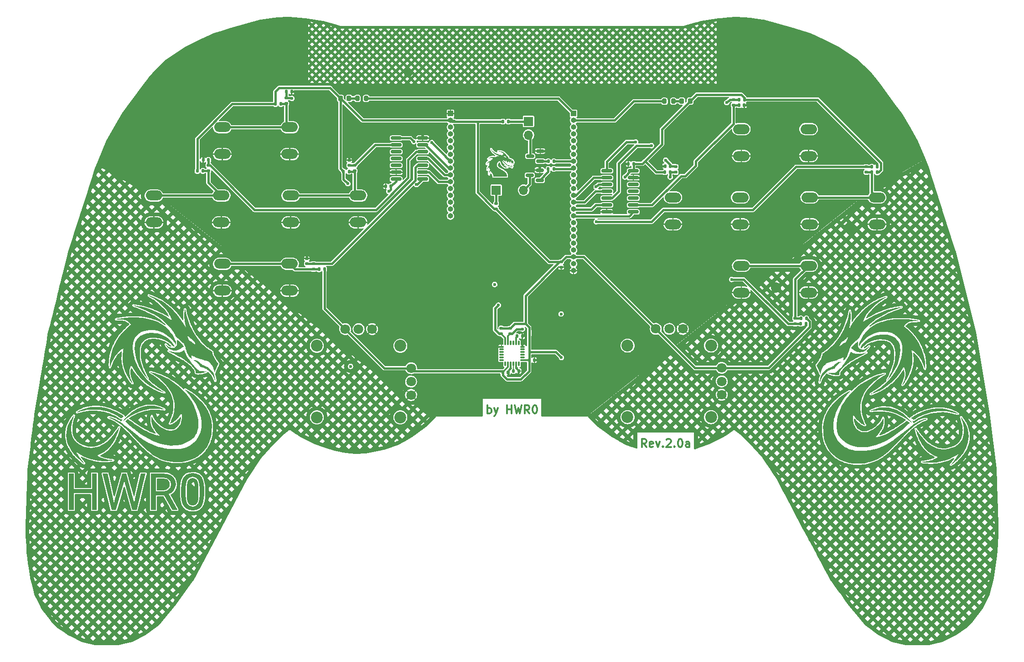
<source format=gbr>
%TF.GenerationSoftware,KiCad,Pcbnew,(5.99.0-12639-gf606679164)*%
%TF.CreationDate,2021-10-07T07:50:59+03:00*%
%TF.ProjectId,mesp240_3Dpad,6d657370-3234-4305-9f33-447061642e6b,rev?*%
%TF.SameCoordinates,Original*%
%TF.FileFunction,Copper,L1,Top*%
%TF.FilePolarity,Positive*%
%FSLAX46Y46*%
G04 Gerber Fmt 4.6, Leading zero omitted, Abs format (unit mm)*
G04 Created by KiCad (PCBNEW (5.99.0-12639-gf606679164)) date 2021-10-07 07:50:59*
%MOMM*%
%LPD*%
G01*
G04 APERTURE LIST*
G04 Aperture macros list*
%AMRoundRect*
0 Rectangle with rounded corners*
0 $1 Rounding radius*
0 $2 $3 $4 $5 $6 $7 $8 $9 X,Y pos of 4 corners*
0 Add a 4 corners polygon primitive as box body*
4,1,4,$2,$3,$4,$5,$6,$7,$8,$9,$2,$3,0*
0 Add four circle primitives for the rounded corners*
1,1,$1+$1,$2,$3*
1,1,$1+$1,$4,$5*
1,1,$1+$1,$6,$7*
1,1,$1+$1,$8,$9*
0 Add four rect primitives between the rounded corners*
20,1,$1+$1,$2,$3,$4,$5,0*
20,1,$1+$1,$4,$5,$6,$7,0*
20,1,$1+$1,$6,$7,$8,$9,0*
20,1,$1+$1,$8,$9,$2,$3,0*%
G04 Aperture macros list end*
%ADD10C,0.300000*%
%TA.AperFunction,NonConductor*%
%ADD11C,0.300000*%
%TD*%
%TA.AperFunction,ComponentPad*%
%ADD12R,1.000000X1.000000*%
%TD*%
%TA.AperFunction,ComponentPad*%
%ADD13O,1.000000X1.000000*%
%TD*%
%TA.AperFunction,ComponentPad*%
%ADD14O,3.048000X1.850000*%
%TD*%
%TA.AperFunction,SMDPad,CuDef*%
%ADD15RoundRect,0.135000X-0.135000X-0.185000X0.135000X-0.185000X0.135000X0.185000X-0.135000X0.185000X0*%
%TD*%
%TA.AperFunction,SMDPad,CuDef*%
%ADD16RoundRect,0.135000X0.185000X-0.135000X0.185000X0.135000X-0.185000X0.135000X-0.185000X-0.135000X0*%
%TD*%
%TA.AperFunction,SMDPad,CuDef*%
%ADD17RoundRect,0.135000X-0.185000X0.135000X-0.185000X-0.135000X0.185000X-0.135000X0.185000X0.135000X0*%
%TD*%
%TA.AperFunction,WasherPad*%
%ADD18C,2.200000*%
%TD*%
%TA.AperFunction,ComponentPad*%
%ADD19C,1.800000*%
%TD*%
%TA.AperFunction,SMDPad,CuDef*%
%ADD20RoundRect,0.150000X0.587500X0.150000X-0.587500X0.150000X-0.587500X-0.150000X0.587500X-0.150000X0*%
%TD*%
%TA.AperFunction,SMDPad,CuDef*%
%ADD21RoundRect,0.140000X0.170000X-0.140000X0.170000X0.140000X-0.170000X0.140000X-0.170000X-0.140000X0*%
%TD*%
%TA.AperFunction,SMDPad,CuDef*%
%ADD22RoundRect,0.135000X0.135000X0.185000X-0.135000X0.185000X-0.135000X-0.185000X0.135000X-0.185000X0*%
%TD*%
%TA.AperFunction,SMDPad,CuDef*%
%ADD23RoundRect,0.140000X-0.140000X-0.170000X0.140000X-0.170000X0.140000X0.170000X-0.140000X0.170000X0*%
%TD*%
%TA.AperFunction,SMDPad,CuDef*%
%ADD24RoundRect,0.218750X-0.218750X-0.256250X0.218750X-0.256250X0.218750X0.256250X-0.218750X0.256250X0*%
%TD*%
%TA.AperFunction,ComponentPad*%
%ADD25R,1.700000X1.700000*%
%TD*%
%TA.AperFunction,ComponentPad*%
%ADD26O,1.700000X1.700000*%
%TD*%
%TA.AperFunction,SMDPad,CuDef*%
%ADD27RoundRect,0.140000X0.140000X0.170000X-0.140000X0.170000X-0.140000X-0.170000X0.140000X-0.170000X0*%
%TD*%
%TA.AperFunction,SMDPad,CuDef*%
%ADD28RoundRect,0.150000X-0.825000X-0.150000X0.825000X-0.150000X0.825000X0.150000X-0.825000X0.150000X0*%
%TD*%
%TA.AperFunction,SMDPad,CuDef*%
%ADD29RoundRect,0.075000X-0.350000X-0.075000X0.350000X-0.075000X0.350000X0.075000X-0.350000X0.075000X0*%
%TD*%
%TA.AperFunction,SMDPad,CuDef*%
%ADD30RoundRect,0.075000X0.075000X-0.350000X0.075000X0.350000X-0.075000X0.350000X-0.075000X-0.350000X0*%
%TD*%
%TA.AperFunction,SMDPad,CuDef*%
%ADD31RoundRect,0.150000X0.825000X0.150000X-0.825000X0.150000X-0.825000X-0.150000X0.825000X-0.150000X0*%
%TD*%
%TA.AperFunction,SMDPad,CuDef*%
%ADD32RoundRect,0.200000X0.200000X0.275000X-0.200000X0.275000X-0.200000X-0.275000X0.200000X-0.275000X0*%
%TD*%
%TA.AperFunction,SMDPad,CuDef*%
%ADD33RoundRect,0.218750X0.218750X0.256250X-0.218750X0.256250X-0.218750X-0.256250X0.218750X-0.256250X0*%
%TD*%
%TA.AperFunction,SMDPad,CuDef*%
%ADD34RoundRect,0.140000X-0.170000X0.140000X-0.170000X-0.140000X0.170000X-0.140000X0.170000X0.140000X0*%
%TD*%
%TA.AperFunction,SMDPad,CuDef*%
%ADD35RoundRect,0.200000X-0.200000X-0.275000X0.200000X-0.275000X0.200000X0.275000X-0.200000X0.275000X0*%
%TD*%
%TA.AperFunction,ViaPad*%
%ADD36C,0.600000*%
%TD*%
%TA.AperFunction,Conductor*%
%ADD37C,0.400000*%
%TD*%
%TA.AperFunction,Conductor*%
%ADD38C,0.300000*%
%TD*%
%TA.AperFunction,Conductor*%
%ADD39C,0.200000*%
%TD*%
G04 APERTURE END LIST*
D10*
D11*
X165928571Y-150928571D02*
X165428571Y-150214285D01*
X165071428Y-150928571D02*
X165071428Y-149428571D01*
X165642857Y-149428571D01*
X165785714Y-149500000D01*
X165857142Y-149571428D01*
X165928571Y-149714285D01*
X165928571Y-149928571D01*
X165857142Y-150071428D01*
X165785714Y-150142857D01*
X165642857Y-150214285D01*
X165071428Y-150214285D01*
X167142857Y-150857142D02*
X167000000Y-150928571D01*
X166714285Y-150928571D01*
X166571428Y-150857142D01*
X166500000Y-150714285D01*
X166500000Y-150142857D01*
X166571428Y-150000000D01*
X166714285Y-149928571D01*
X167000000Y-149928571D01*
X167142857Y-150000000D01*
X167214285Y-150142857D01*
X167214285Y-150285714D01*
X166500000Y-150428571D01*
X167714285Y-149928571D02*
X168071428Y-150928571D01*
X168428571Y-149928571D01*
X169000000Y-150785714D02*
X169071428Y-150857142D01*
X169000000Y-150928571D01*
X168928571Y-150857142D01*
X169000000Y-150785714D01*
X169000000Y-150928571D01*
X169642857Y-149571428D02*
X169714285Y-149500000D01*
X169857142Y-149428571D01*
X170214285Y-149428571D01*
X170357142Y-149500000D01*
X170428571Y-149571428D01*
X170500000Y-149714285D01*
X170500000Y-149857142D01*
X170428571Y-150071428D01*
X169571428Y-150928571D01*
X170500000Y-150928571D01*
X171142857Y-150785714D02*
X171214285Y-150857142D01*
X171142857Y-150928571D01*
X171071428Y-150857142D01*
X171142857Y-150785714D01*
X171142857Y-150928571D01*
X172142857Y-149428571D02*
X172285714Y-149428571D01*
X172428571Y-149500000D01*
X172500000Y-149571428D01*
X172571428Y-149714285D01*
X172642857Y-150000000D01*
X172642857Y-150357142D01*
X172571428Y-150642857D01*
X172500000Y-150785714D01*
X172428571Y-150857142D01*
X172285714Y-150928571D01*
X172142857Y-150928571D01*
X172000000Y-150857142D01*
X171928571Y-150785714D01*
X171857142Y-150642857D01*
X171785714Y-150357142D01*
X171785714Y-150000000D01*
X171857142Y-149714285D01*
X171928571Y-149571428D01*
X172000000Y-149500000D01*
X172142857Y-149428571D01*
X173928571Y-150928571D02*
X173928571Y-150142857D01*
X173857142Y-150000000D01*
X173714285Y-149928571D01*
X173428571Y-149928571D01*
X173285714Y-150000000D01*
X173928571Y-150857142D02*
X173785714Y-150928571D01*
X173428571Y-150928571D01*
X173285714Y-150857142D01*
X173214285Y-150714285D01*
X173214285Y-150571428D01*
X173285714Y-150428571D01*
X173428571Y-150357142D01*
X173785714Y-150357142D01*
X173928571Y-150285714D01*
D10*
D11*
X136428571Y-144678571D02*
X136428571Y-143178571D01*
X136428571Y-143750000D02*
X136571428Y-143678571D01*
X136857142Y-143678571D01*
X137000000Y-143750000D01*
X137071428Y-143821428D01*
X137142857Y-143964285D01*
X137142857Y-144392857D01*
X137071428Y-144535714D01*
X137000000Y-144607142D01*
X136857142Y-144678571D01*
X136571428Y-144678571D01*
X136428571Y-144607142D01*
X137642857Y-143678571D02*
X138000000Y-144678571D01*
X138357142Y-143678571D02*
X138000000Y-144678571D01*
X137857142Y-145035714D01*
X137785714Y-145107142D01*
X137642857Y-145178571D01*
X140071428Y-144678571D02*
X140071428Y-143178571D01*
X140071428Y-143892857D02*
X140928571Y-143892857D01*
X140928571Y-144678571D02*
X140928571Y-143178571D01*
X141500000Y-143178571D02*
X141857142Y-144678571D01*
X142142857Y-143607142D01*
X142428571Y-144678571D01*
X142785714Y-143178571D01*
X144214285Y-144678571D02*
X143714285Y-143964285D01*
X143357142Y-144678571D02*
X143357142Y-143178571D01*
X143928571Y-143178571D01*
X144071428Y-143250000D01*
X144142857Y-143321428D01*
X144214285Y-143464285D01*
X144214285Y-143678571D01*
X144142857Y-143821428D01*
X144071428Y-143892857D01*
X143928571Y-143964285D01*
X143357142Y-143964285D01*
X145142857Y-143178571D02*
X145285714Y-143178571D01*
X145428571Y-143250000D01*
X145500000Y-143321428D01*
X145571428Y-143464285D01*
X145642857Y-143750000D01*
X145642857Y-144107142D01*
X145571428Y-144392857D01*
X145500000Y-144535714D01*
X145428571Y-144607142D01*
X145285714Y-144678571D01*
X145142857Y-144678571D01*
X145000000Y-144607142D01*
X144928571Y-144535714D01*
X144857142Y-144392857D01*
X144785714Y-144107142D01*
X144785714Y-143750000D01*
X144857142Y-143464285D01*
X144928571Y-143321428D01*
X145000000Y-143250000D01*
X145142857Y-143178571D01*
%TO.C,G\u002A\u002A\u002A*%
G36*
X74274306Y-129709769D02*
G01*
X74572560Y-129724632D01*
X74848354Y-129748711D01*
X75083256Y-129781540D01*
X75181474Y-129801525D01*
X75724492Y-129957785D01*
X76234043Y-130162208D01*
X76705069Y-130411160D01*
X77132513Y-130701008D01*
X77511318Y-131028121D01*
X77836426Y-131388864D01*
X78102778Y-131779606D01*
X78207426Y-131975022D01*
X78259463Y-132085736D01*
X78281398Y-132152936D01*
X78276170Y-132195558D01*
X78247276Y-132231981D01*
X78218728Y-132253384D01*
X78185479Y-132253974D01*
X78137211Y-132227234D01*
X78063606Y-132166649D01*
X77954343Y-132065701D01*
X77895410Y-132009769D01*
X77751000Y-131876133D01*
X77598739Y-131741612D01*
X77460596Y-131625337D01*
X77389402Y-131569077D01*
X76924480Y-131260096D01*
X76422277Y-131006780D01*
X75891988Y-130811720D01*
X75342806Y-130677509D01*
X74783925Y-130606738D01*
X74224539Y-130602001D01*
X74015688Y-130617860D01*
X73771659Y-130644674D01*
X73579476Y-130673015D01*
X73420398Y-130707444D01*
X73275683Y-130752519D01*
X73126588Y-130812800D01*
X73026537Y-130858490D01*
X72732721Y-131035328D01*
X72474459Y-131272603D01*
X72252605Y-131569209D01*
X72068013Y-131924039D01*
X71943234Y-132263512D01*
X71911681Y-132367806D01*
X71887723Y-132458487D01*
X71870312Y-132547576D01*
X71858399Y-132647097D01*
X71850935Y-132769071D01*
X71846872Y-132925521D01*
X71845162Y-133128470D01*
X71844755Y-133389938D01*
X71844754Y-133392656D01*
X71845993Y-133690396D01*
X71850394Y-133929898D01*
X71858642Y-134123535D01*
X71871420Y-134283677D01*
X71889413Y-134422698D01*
X71907247Y-134523115D01*
X72067693Y-135218965D01*
X72270353Y-135902824D01*
X72510220Y-136560968D01*
X72782282Y-137179675D01*
X73081530Y-137745219D01*
X73086625Y-137753954D01*
X73167511Y-137892508D01*
X73235154Y-138008546D01*
X73281632Y-138088466D01*
X73298456Y-138117621D01*
X73306552Y-138145412D01*
X73270550Y-138120423D01*
X73191901Y-138043882D01*
X73110719Y-137958651D01*
X72659584Y-137427513D01*
X72243542Y-136836745D01*
X71861816Y-136185203D01*
X71728109Y-135926478D01*
X71424496Y-135244745D01*
X71190500Y-134554951D01*
X71026354Y-133858061D01*
X70932293Y-133155041D01*
X70907626Y-132549901D01*
X70925358Y-132114270D01*
X70979149Y-131731730D01*
X71072372Y-131392735D01*
X71208401Y-131087735D01*
X71390609Y-130807184D01*
X71614419Y-130549628D01*
X71920709Y-130286335D01*
X72279460Y-130067091D01*
X72686196Y-129894114D01*
X73136442Y-129769620D01*
X73225342Y-129751855D01*
X73429111Y-129725168D01*
X73684149Y-129709569D01*
X73972025Y-129704593D01*
X74274306Y-129709769D01*
G37*
G36*
X80109856Y-132911523D02*
G01*
X80145314Y-132993857D01*
X80187105Y-133110941D01*
X80195439Y-133136537D01*
X80340430Y-133511945D01*
X80543320Y-133917534D01*
X80800873Y-134348071D01*
X81109850Y-134798323D01*
X81467014Y-135263059D01*
X81643278Y-135476329D01*
X81788762Y-135643494D01*
X81953645Y-135824442D01*
X82129336Y-136010584D01*
X82307244Y-136193330D01*
X82478779Y-136364092D01*
X82635350Y-136514281D01*
X82768365Y-136635309D01*
X82869235Y-136718585D01*
X82918053Y-136750816D01*
X82978147Y-136774746D01*
X83058268Y-136793048D01*
X83169501Y-136806882D01*
X83322932Y-136817408D01*
X83529644Y-136825787D01*
X83674752Y-136830026D01*
X83919829Y-136837772D01*
X84095908Y-136847519D01*
X84204643Y-136861369D01*
X84247691Y-136881425D01*
X84226705Y-136909788D01*
X84143341Y-136948563D01*
X83999254Y-136999850D01*
X83847419Y-137049367D01*
X83634727Y-137107444D01*
X83397369Y-137155558D01*
X83150082Y-137192354D01*
X82907607Y-137216477D01*
X82684682Y-137226573D01*
X82496047Y-137221286D01*
X82356441Y-137199262D01*
X82326328Y-137189191D01*
X82273916Y-137153957D01*
X82250271Y-137089382D01*
X82245292Y-137005964D01*
X82217480Y-136797697D01*
X82136368Y-136579447D01*
X81999146Y-136346402D01*
X81803001Y-136093750D01*
X81557969Y-135829615D01*
X81240614Y-135531286D01*
X80875844Y-135230056D01*
X80460425Y-134923818D01*
X79991122Y-134610469D01*
X79464701Y-134287902D01*
X78877926Y-133954011D01*
X78227563Y-133606692D01*
X77831612Y-133404148D01*
X77633672Y-133303427D01*
X77461702Y-133214189D01*
X77324070Y-133140923D01*
X77229140Y-133088115D01*
X77185281Y-133060255D01*
X77184510Y-133057051D01*
X77233060Y-133065581D01*
X77335032Y-133088818D01*
X77475590Y-133123233D01*
X77639895Y-133165296D01*
X77643134Y-133166142D01*
X78031768Y-133248746D01*
X78415200Y-133294250D01*
X78784067Y-133303453D01*
X79129009Y-133277150D01*
X79440663Y-133216138D01*
X79709668Y-133121214D01*
X79926662Y-132993175D01*
X79956400Y-132969273D01*
X80030087Y-132912321D01*
X80081066Y-132881961D01*
X80087662Y-132880417D01*
X80109856Y-132911523D01*
G37*
G36*
X80288043Y-140208994D02*
G01*
X80383620Y-140246726D01*
X80521241Y-140316085D01*
X80693163Y-140412377D01*
X80891645Y-140530904D01*
X81108945Y-140666971D01*
X81337321Y-140815884D01*
X81569032Y-140972945D01*
X81796334Y-141133459D01*
X81928901Y-141230604D01*
X82149461Y-141404233D01*
X82396374Y-141614635D01*
X82657019Y-141849710D01*
X82918770Y-142097360D01*
X83169003Y-142345487D01*
X83395095Y-142581993D01*
X83584421Y-142794779D01*
X83669126Y-142898363D01*
X84100542Y-143501993D01*
X84466853Y-144129021D01*
X84767082Y-144777304D01*
X85000257Y-145444695D01*
X85165403Y-146129051D01*
X85184408Y-146233964D01*
X85208764Y-146435893D01*
X85223477Y-146693744D01*
X85229050Y-146993517D01*
X85225990Y-147321211D01*
X85214800Y-147662826D01*
X85195984Y-148004363D01*
X85170048Y-148331821D01*
X85137496Y-148631202D01*
X85098832Y-148888504D01*
X85086372Y-148954130D01*
X85026988Y-149200497D01*
X84942595Y-149485158D01*
X84841456Y-149784077D01*
X84731831Y-150073220D01*
X84621982Y-150328549D01*
X84593272Y-150388744D01*
X84287654Y-150933361D01*
X83924074Y-151440589D01*
X83507107Y-151905924D01*
X83041325Y-152324863D01*
X82531300Y-152692903D01*
X81981607Y-153005540D01*
X81891186Y-153049687D01*
X81300969Y-153295160D01*
X80668770Y-153489073D01*
X80003380Y-153629002D01*
X79579666Y-153687400D01*
X79441765Y-153698473D01*
X79258701Y-153707205D01*
X79046734Y-153713447D01*
X78822129Y-153717050D01*
X78601148Y-153717864D01*
X78400053Y-153715740D01*
X78235107Y-153710528D01*
X78122572Y-153702079D01*
X78113602Y-153700875D01*
X78039172Y-153690940D01*
X77916516Y-153675401D01*
X77767566Y-153657020D01*
X77707343Y-153649709D01*
X77012018Y-153531213D01*
X76321397Y-153345931D01*
X75645458Y-153097533D01*
X74994177Y-152789690D01*
X74377529Y-152426072D01*
X74372111Y-152422521D01*
X73981478Y-152146288D01*
X73558314Y-151808994D01*
X73103785Y-151411678D01*
X72619058Y-150955379D01*
X72105297Y-150441137D01*
X71843088Y-150168088D01*
X71662253Y-149977454D01*
X71445194Y-149748575D01*
X71204281Y-149494499D01*
X70951883Y-149228271D01*
X70700369Y-148962938D01*
X70462108Y-148711546D01*
X70406526Y-148652893D01*
X70185131Y-148421309D01*
X69956819Y-148186175D01*
X69731728Y-147957674D01*
X69519996Y-147745988D01*
X69331761Y-147561300D01*
X69177161Y-147413791D01*
X69123652Y-147364423D01*
X68582119Y-146897551D01*
X68052618Y-146493791D01*
X67527749Y-146148326D01*
X67000108Y-145856339D01*
X66462294Y-145613012D01*
X66385090Y-145582290D01*
X66199007Y-145507112D01*
X66078533Y-145452186D01*
X66022124Y-145415801D01*
X66028237Y-145396248D01*
X66095328Y-145391816D01*
X66221182Y-145400731D01*
X66535476Y-145456021D01*
X66885085Y-145562455D01*
X67260922Y-145716222D01*
X67653899Y-145913508D01*
X68054926Y-146150502D01*
X68140932Y-146206019D01*
X68296141Y-146310100D01*
X68465520Y-146428568D01*
X68654108Y-146565264D01*
X68866942Y-146724031D01*
X69109060Y-146908712D01*
X69385502Y-147123148D01*
X69701304Y-147371183D01*
X70061505Y-147656659D01*
X70465341Y-147978778D01*
X70893668Y-148320025D01*
X71273770Y-148619852D01*
X71611454Y-148882362D01*
X71912529Y-149111658D01*
X72182801Y-149311846D01*
X72428078Y-149487027D01*
X72654168Y-149641306D01*
X72866878Y-149778786D01*
X73072016Y-149903571D01*
X73275389Y-150019765D01*
X73482805Y-150131470D01*
X73591766Y-150187907D01*
X74352572Y-150540873D01*
X75127290Y-150826803D01*
X75925970Y-151049210D01*
X76273600Y-151125051D01*
X76542736Y-151177771D01*
X76774527Y-151219061D01*
X76984148Y-151250264D01*
X77186773Y-151272723D01*
X77397579Y-151287780D01*
X77631739Y-151296777D01*
X77904430Y-151301058D01*
X78230826Y-151301965D01*
X78272573Y-151301913D01*
X78567605Y-151300947D01*
X78803494Y-151298573D01*
X78991749Y-151294085D01*
X79143877Y-151286772D01*
X79271386Y-151275926D01*
X79385784Y-151260838D01*
X79498579Y-151240799D01*
X79597330Y-151220309D01*
X80143413Y-151079177D01*
X80635002Y-150901837D01*
X81080713Y-150683845D01*
X81489162Y-150420759D01*
X81868964Y-150108138D01*
X82003152Y-149979821D01*
X82365423Y-149575806D01*
X82669203Y-149139342D01*
X82919012Y-148663019D01*
X83112055Y-148161956D01*
X83175990Y-147955995D01*
X83224974Y-147768804D01*
X83260578Y-147586355D01*
X83284372Y-147394620D01*
X83297927Y-147179571D01*
X83302813Y-146927181D01*
X83300601Y-146623421D01*
X83298354Y-146497970D01*
X83292826Y-146240776D01*
X83286705Y-146039743D01*
X83278367Y-145880386D01*
X83266189Y-145748219D01*
X83248546Y-145628756D01*
X83223816Y-145507513D01*
X83190374Y-145370005D01*
X83157898Y-145244812D01*
X83066692Y-144915964D01*
X82971112Y-144614324D01*
X82864113Y-144321551D01*
X82738647Y-144019304D01*
X82587668Y-143689240D01*
X82455571Y-143416696D01*
X82179274Y-142897865D01*
X81853505Y-142356928D01*
X81488734Y-141809178D01*
X81095435Y-141269905D01*
X80684080Y-140754400D01*
X80431292Y-140460994D01*
X80340967Y-140355103D01*
X80274991Y-140269499D01*
X80242957Y-140217039D01*
X80242252Y-140207586D01*
X80288043Y-140208994D01*
G37*
G36*
X82239925Y-134772181D02*
G01*
X82504379Y-134845175D01*
X82757237Y-134981414D01*
X83004256Y-135183699D01*
X83155728Y-135342071D01*
X83266909Y-135463643D01*
X83357130Y-135546493D01*
X83449956Y-135606759D01*
X83568950Y-135660580D01*
X83685631Y-135704981D01*
X84146121Y-135906987D01*
X84559009Y-136153920D01*
X84921432Y-136442284D01*
X85230527Y-136768585D01*
X85483433Y-137129326D01*
X85677286Y-137521012D01*
X85809224Y-137940147D01*
X85876132Y-138379880D01*
X85883268Y-138504674D01*
X85884129Y-138596467D01*
X85878640Y-138637895D01*
X85877250Y-138638692D01*
X85856762Y-138608219D01*
X85820882Y-138528378D01*
X85777922Y-138417900D01*
X85649063Y-138107964D01*
X85488579Y-137786250D01*
X85313864Y-137486496D01*
X85240393Y-137375220D01*
X85095903Y-137188486D01*
X84914053Y-136987629D01*
X84711726Y-136788766D01*
X84505802Y-136608015D01*
X84313164Y-136461495D01*
X84222536Y-136403412D01*
X84098413Y-136339203D01*
X83939823Y-136269469D01*
X83764537Y-136200647D01*
X83590326Y-136139171D01*
X83434960Y-136091476D01*
X83316210Y-136063999D01*
X83273788Y-136059833D01*
X83173879Y-136044926D01*
X83096962Y-135991201D01*
X83025797Y-135885149D01*
X83008424Y-135851925D01*
X82804751Y-135525759D01*
X82548240Y-135246381D01*
X82239594Y-135014477D01*
X82034882Y-134900966D01*
X81769930Y-134770403D01*
X81958114Y-134759631D01*
X82239925Y-134772181D01*
G37*
G36*
X70902752Y-126826659D02*
G01*
X71260095Y-126831108D01*
X71597979Y-126839750D01*
X71903548Y-126852582D01*
X72163946Y-126869599D01*
X72355327Y-126889312D01*
X73128798Y-127017570D01*
X73859600Y-127191013D01*
X74545283Y-127408497D01*
X75183396Y-127668879D01*
X75771488Y-127971015D01*
X76307109Y-128313763D01*
X76787809Y-128695978D01*
X77211138Y-129116518D01*
X77268497Y-129181631D01*
X77505023Y-129472229D01*
X77730808Y-129782712D01*
X77941054Y-130103986D01*
X78130966Y-130426953D01*
X78295745Y-130742518D01*
X78430596Y-131041583D01*
X78530721Y-131315052D01*
X78591323Y-131553828D01*
X78608178Y-131722120D01*
X78608178Y-131939536D01*
X78417702Y-131662384D01*
X78045653Y-131176056D01*
X77628051Y-130730051D01*
X77171928Y-130329435D01*
X76684318Y-129979277D01*
X76172253Y-129684643D01*
X75642765Y-129450601D01*
X75120498Y-129286600D01*
X74975545Y-129251787D01*
X74849356Y-129226522D01*
X74725545Y-129209272D01*
X74587727Y-129198506D01*
X74419517Y-129192693D01*
X74204531Y-129190301D01*
X74086342Y-129189929D01*
X73763297Y-129192877D01*
X73493381Y-129204428D01*
X73259364Y-129226742D01*
X73044015Y-129261977D01*
X72830103Y-129312291D01*
X72620278Y-129373593D01*
X72178657Y-129545119D01*
X71782755Y-129768485D01*
X71434777Y-130042147D01*
X71136924Y-130364563D01*
X71061570Y-130465096D01*
X70852439Y-130817234D01*
X70694522Y-131214381D01*
X70587962Y-131652726D01*
X70532903Y-132128458D01*
X70529485Y-132637763D01*
X70577853Y-133176830D01*
X70678148Y-133741846D01*
X70830513Y-134329000D01*
X70907825Y-134574517D01*
X71202019Y-135352625D01*
X71559211Y-136099636D01*
X71978391Y-136814368D01*
X72458550Y-137495642D01*
X72998678Y-138142276D01*
X73597765Y-138753090D01*
X74254803Y-139326902D01*
X74968781Y-139862532D01*
X75738690Y-140358799D01*
X75967460Y-140492432D01*
X76173378Y-140611712D01*
X76316906Y-140699198D01*
X76398210Y-140755932D01*
X76417461Y-140782957D01*
X76374824Y-140781317D01*
X76270470Y-140752054D01*
X76104565Y-140696212D01*
X75993992Y-140657003D01*
X75182880Y-140330964D01*
X74415782Y-139950517D01*
X73693763Y-139516542D01*
X73017889Y-139029920D01*
X72389225Y-138491532D01*
X71808836Y-137902258D01*
X71277788Y-137262979D01*
X70797146Y-136574576D01*
X70539028Y-136148150D01*
X70433340Y-135965112D01*
X70355959Y-135838435D01*
X70300254Y-135763071D01*
X70259591Y-135733970D01*
X70227339Y-135746084D01*
X70196866Y-135794363D01*
X70165733Y-135863971D01*
X70020404Y-136291368D01*
X69943451Y-136735015D01*
X69934799Y-137193671D01*
X69994369Y-137666095D01*
X70122084Y-138151048D01*
X70317867Y-138647288D01*
X70342774Y-138700854D01*
X70410506Y-138848162D01*
X70463529Y-138970675D01*
X70496404Y-139055305D01*
X70503943Y-139088778D01*
X70473820Y-139072272D01*
X70411139Y-139003848D01*
X70321569Y-138891006D01*
X70210780Y-138741244D01*
X70084442Y-138562065D01*
X69948225Y-138360966D01*
X69909964Y-138303087D01*
X69529117Y-137662462D01*
X69210569Y-136995149D01*
X68957316Y-136307886D01*
X68841037Y-135900862D01*
X68769475Y-135605174D01*
X68716559Y-135343426D01*
X68680339Y-135096517D01*
X68658868Y-134845347D01*
X68650194Y-134570815D01*
X68652370Y-134253820D01*
X68656391Y-134091476D01*
X68678944Y-133632081D01*
X68718916Y-133233669D01*
X68777296Y-132888502D01*
X68844192Y-132624297D01*
X68844895Y-132574080D01*
X68801976Y-132568580D01*
X68712916Y-132608672D01*
X68575198Y-132695232D01*
X68509016Y-132740890D01*
X68093962Y-133074265D01*
X67707488Y-133470515D01*
X67351324Y-133927160D01*
X67027202Y-134441723D01*
X66736852Y-135011725D01*
X66482005Y-135634687D01*
X66475141Y-135653574D01*
X66418896Y-135807342D01*
X66368624Y-135942013D01*
X66330932Y-136040033D01*
X66315546Y-136077496D01*
X66303044Y-136075158D01*
X66293413Y-136013284D01*
X66286647Y-135902934D01*
X66282739Y-135755167D01*
X66281683Y-135581044D01*
X66283471Y-135391623D01*
X66288098Y-135197964D01*
X66295557Y-135011126D01*
X66305841Y-134842170D01*
X66316363Y-134724852D01*
X66423299Y-134040287D01*
X66594460Y-133346490D01*
X66825881Y-132652726D01*
X67113596Y-131968265D01*
X67453643Y-131302372D01*
X67842055Y-130664315D01*
X68274868Y-130063361D01*
X68352257Y-129965952D01*
X68571719Y-129707340D01*
X68830141Y-129425282D01*
X69112876Y-129134256D01*
X69405277Y-128848738D01*
X69692698Y-128583206D01*
X69960491Y-128352136D01*
X70091067Y-128247338D01*
X70211368Y-128153898D01*
X70115684Y-127990626D01*
X69964009Y-127795469D01*
X69749688Y-127615775D01*
X69479931Y-127456408D01*
X69161946Y-127322230D01*
X69087594Y-127297017D01*
X68994484Y-127269091D01*
X68901463Y-127247827D01*
X68796059Y-127232011D01*
X68665799Y-127220432D01*
X68498210Y-127211874D01*
X68280819Y-127205126D01*
X68100570Y-127201001D01*
X67882275Y-127195070D01*
X67695026Y-127187377D01*
X67547962Y-127178512D01*
X67450218Y-127169065D01*
X67410932Y-127159625D01*
X67412421Y-127156574D01*
X67465478Y-127141138D01*
X67579201Y-127117780D01*
X67744236Y-127088017D01*
X67951228Y-127053361D01*
X68190824Y-127015328D01*
X68453669Y-126975431D01*
X68730409Y-126935185D01*
X69011688Y-126896104D01*
X69069930Y-126888258D01*
X69274071Y-126867459D01*
X69535885Y-126850879D01*
X69842515Y-126838514D01*
X70181106Y-126830358D01*
X70538803Y-126826407D01*
X70902752Y-126826659D01*
G37*
G36*
X78814209Y-130994393D02*
G01*
X78891877Y-131052839D01*
X78999265Y-131138461D01*
X79124620Y-131241615D01*
X79256191Y-131352656D01*
X79382224Y-131461940D01*
X79470795Y-131541283D01*
X79595389Y-131661175D01*
X79720308Y-131791745D01*
X79835407Y-131921122D01*
X79930545Y-132037432D01*
X79995577Y-132128804D01*
X80020360Y-132183366D01*
X80020372Y-132184546D01*
X79989490Y-132238057D01*
X79905873Y-132315038D01*
X79780602Y-132408635D01*
X79624759Y-132511996D01*
X79449424Y-132618268D01*
X79265680Y-132720599D01*
X79084607Y-132812134D01*
X78917287Y-132886023D01*
X78838241Y-132915593D01*
X78605461Y-132968212D01*
X78341456Y-132982912D01*
X78074900Y-132959241D01*
X77937824Y-132929765D01*
X77704146Y-132841588D01*
X77458813Y-132705465D01*
X77223000Y-132536015D01*
X77017880Y-132347855D01*
X76908661Y-132219266D01*
X76782381Y-132045768D01*
X76701528Y-131924543D01*
X76666157Y-131855896D01*
X76676325Y-131840126D01*
X76732087Y-131877537D01*
X76833499Y-131968431D01*
X76868331Y-132001809D01*
X77030602Y-132152089D01*
X77167544Y-132260354D01*
X77298383Y-132339420D01*
X77442346Y-132402105D01*
X77499547Y-132422601D01*
X77769142Y-132486906D01*
X78020741Y-132491287D01*
X78247294Y-132438061D01*
X78441751Y-132329550D01*
X78597061Y-132168073D01*
X78673429Y-132036351D01*
X78712865Y-131945365D01*
X78739034Y-131862367D01*
X78754506Y-131769340D01*
X78761852Y-131648266D01*
X78763642Y-131481129D01*
X78763418Y-131405521D01*
X78763905Y-131240045D01*
X78766730Y-131103779D01*
X78771435Y-131010235D01*
X78777565Y-130972924D01*
X78778014Y-130972767D01*
X78814209Y-130994393D01*
G37*
G36*
X74312103Y-143247111D02*
G01*
X74492601Y-143263371D01*
X74822314Y-143320152D01*
X75176121Y-143404695D01*
X75518653Y-143507820D01*
X75726146Y-143583501D01*
X75888731Y-143650624D01*
X76050327Y-143721491D01*
X76198639Y-143790192D01*
X76321370Y-143850816D01*
X76406224Y-143897455D01*
X76440906Y-143924198D01*
X76440539Y-143926869D01*
X76401690Y-143927230D01*
X76309968Y-143915898D01*
X76181771Y-143895092D01*
X76112801Y-143882525D01*
X75948269Y-143859299D01*
X75727705Y-143839442D01*
X75465665Y-143823288D01*
X75176704Y-143811172D01*
X74875379Y-143803428D01*
X74576245Y-143800389D01*
X74293859Y-143802389D01*
X74042777Y-143809763D01*
X73837554Y-143822844D01*
X73778214Y-143828954D01*
X73045710Y-143949613D01*
X72313931Y-144137854D01*
X71589388Y-144390840D01*
X70878592Y-144705738D01*
X70188052Y-145079712D01*
X69524278Y-145509927D01*
X68990445Y-145914083D01*
X68868299Y-146010320D01*
X68768932Y-146083120D01*
X68703083Y-146124994D01*
X68681335Y-146129697D01*
X68706360Y-146076928D01*
X68776537Y-145984233D01*
X68884521Y-145858970D01*
X69022966Y-145708498D01*
X69184527Y-145540176D01*
X69361860Y-145361362D01*
X69547617Y-145179417D01*
X69734454Y-145001697D01*
X69915026Y-144835564D01*
X70081987Y-144688375D01*
X70227991Y-144567488D01*
X70283167Y-144524927D01*
X70839806Y-144141740D01*
X71397389Y-143826360D01*
X71961570Y-143576099D01*
X72538002Y-143388267D01*
X72814576Y-143320829D01*
X73002632Y-143289777D01*
X73241468Y-143265335D01*
X73511457Y-143248175D01*
X73792976Y-143238970D01*
X74066400Y-143238391D01*
X74312103Y-143247111D01*
G37*
G36*
X59623173Y-145084087D02*
G01*
X59599544Y-145175575D01*
X59560115Y-145307090D01*
X59508677Y-145465309D01*
X59503433Y-145480863D01*
X59354079Y-145955116D01*
X59242922Y-146386752D01*
X59167416Y-146790876D01*
X59125015Y-147182596D01*
X59113174Y-147577018D01*
X59117558Y-147770681D01*
X59165843Y-148279400D01*
X59270482Y-148745536D01*
X59431808Y-149169556D01*
X59650154Y-149551930D01*
X59925850Y-149893125D01*
X60259231Y-150193611D01*
X60650627Y-150453855D01*
X61100372Y-150674325D01*
X61208700Y-150718131D01*
X61758339Y-150900226D01*
X62296462Y-151013291D01*
X62822360Y-151057214D01*
X63248416Y-151041141D01*
X63739614Y-150959798D01*
X64231659Y-150809684D01*
X64722143Y-150592611D01*
X65208660Y-150310386D01*
X65688802Y-149964820D01*
X66160162Y-149557720D01*
X66620332Y-149090897D01*
X67066906Y-148566160D01*
X67497475Y-147985318D01*
X67684815Y-147706965D01*
X67795096Y-147541118D01*
X67891939Y-147401047D01*
X67969051Y-147295399D01*
X68020143Y-147232819D01*
X68038709Y-147220550D01*
X68034393Y-147270299D01*
X68011638Y-147375010D01*
X67973928Y-147522480D01*
X67924753Y-147700505D01*
X67867598Y-147896882D01*
X67805950Y-148099408D01*
X67743297Y-148295881D01*
X67683126Y-148474095D01*
X67669531Y-148512545D01*
X67519140Y-148891442D01*
X67332700Y-149294506D01*
X67123523Y-149695349D01*
X66904920Y-150067586D01*
X66814002Y-150208295D01*
X66444199Y-150716317D01*
X66053938Y-151159865D01*
X65637422Y-151543580D01*
X65188851Y-151872102D01*
X64702429Y-152150074D01*
X64172357Y-152382137D01*
X64035855Y-152432278D01*
X63997607Y-152451491D01*
X64000075Y-152478724D01*
X64049191Y-152528610D01*
X64088846Y-152562992D01*
X64232532Y-152665001D01*
X64428225Y-152774493D01*
X64658916Y-152883829D01*
X64907596Y-152985367D01*
X65157256Y-153071467D01*
X65327814Y-153119547D01*
X65546908Y-153170027D01*
X65790046Y-153218744D01*
X66039142Y-153262737D01*
X66276110Y-153299043D01*
X66482863Y-153324700D01*
X66641314Y-153336747D01*
X66656467Y-153337142D01*
X66764924Y-153345851D01*
X66852725Y-153363896D01*
X66860715Y-153366746D01*
X66904932Y-153388174D01*
X66887404Y-153403343D01*
X66843052Y-153415250D01*
X66659025Y-153449387D01*
X66418001Y-153477409D01*
X66133394Y-153499077D01*
X65818616Y-153514155D01*
X65487079Y-153522402D01*
X65152195Y-153523581D01*
X64827377Y-153517454D01*
X64526038Y-153503783D01*
X64261591Y-153482329D01*
X64113391Y-153463732D01*
X63330501Y-153318195D01*
X62596220Y-153123243D01*
X61907623Y-152877795D01*
X61261784Y-152580771D01*
X60655778Y-152231088D01*
X60499372Y-152128023D01*
X60360179Y-152034995D01*
X60242395Y-151958561D01*
X60158135Y-151906424D01*
X60119517Y-151886289D01*
X60119100Y-151886258D01*
X60117134Y-151913930D01*
X60147777Y-151989522D01*
X60204852Y-152101898D01*
X60282182Y-152239921D01*
X60373589Y-152392456D01*
X60472898Y-152548366D01*
X60548248Y-152659949D01*
X60658999Y-152814788D01*
X60798045Y-153002449D01*
X60948938Y-153201068D01*
X61095231Y-153388784D01*
X61119607Y-153419476D01*
X61281555Y-153623945D01*
X61398599Y-153775863D01*
X61470741Y-153877229D01*
X61497982Y-153930040D01*
X61480324Y-153936293D01*
X61417769Y-153897985D01*
X61310318Y-153817114D01*
X61157973Y-153695677D01*
X61119817Y-153664837D01*
X60518140Y-153146836D01*
X59986385Y-152623309D01*
X59523984Y-152093547D01*
X59130370Y-151556842D01*
X58804977Y-151012487D01*
X58547237Y-150459773D01*
X58542151Y-150447084D01*
X58358141Y-149892893D01*
X58242499Y-149326721D01*
X58194989Y-148753480D01*
X58215375Y-148178083D01*
X58303421Y-147605442D01*
X58458890Y-147040468D01*
X58681546Y-146488075D01*
X58738105Y-146371557D01*
X58825463Y-146206321D01*
X58929441Y-146024461D01*
X59043965Y-145835035D01*
X59162958Y-145647102D01*
X59280347Y-145469718D01*
X59390055Y-145311941D01*
X59486009Y-145182828D01*
X59562133Y-145091437D01*
X59612352Y-145046826D01*
X59627210Y-145045949D01*
X59623173Y-145084087D01*
G37*
G36*
X76980744Y-128116587D02*
G01*
X76454429Y-127631304D01*
X75878439Y-127170497D01*
X75249898Y-126732507D01*
X74565928Y-126315679D01*
X73823652Y-125918354D01*
X73020190Y-125538876D01*
X72152666Y-125175588D01*
X71348512Y-124873176D01*
X71077278Y-124774200D01*
X70871767Y-124695215D01*
X70732392Y-124636402D01*
X70659567Y-124597939D01*
X70653707Y-124580005D01*
X70668427Y-124578609D01*
X70749945Y-124584700D01*
X70886468Y-124601457D01*
X71063546Y-124626602D01*
X71266725Y-124657859D01*
X71481553Y-124692952D01*
X71693578Y-124729604D01*
X71888348Y-124765539D01*
X72013872Y-124790539D01*
X72768270Y-124973835D01*
X73547176Y-125213475D01*
X74339483Y-125504784D01*
X75134083Y-125843085D01*
X75919867Y-126223703D01*
X76685727Y-126641962D01*
X77301085Y-127016130D01*
X77451523Y-127111469D01*
X77587177Y-127196102D01*
X77693196Y-127260849D01*
X77754729Y-127296531D01*
X77754845Y-127296592D01*
X77813152Y-127322461D01*
X77825341Y-127302855D01*
X77814550Y-127257649D01*
X77780158Y-127164445D01*
X77718172Y-127024124D01*
X77635850Y-126851031D01*
X77540446Y-126659512D01*
X77439217Y-126463909D01*
X77339420Y-126278569D01*
X77248310Y-126117835D01*
X77187591Y-126018222D01*
X76778625Y-125442663D01*
X76303289Y-124888773D01*
X75762813Y-124357680D01*
X75158431Y-123850514D01*
X74491372Y-123368403D01*
X73864591Y-122972357D01*
X73678927Y-122859331D01*
X73555402Y-122777787D01*
X73493198Y-122727133D01*
X73491499Y-122706778D01*
X73497643Y-122706286D01*
X73567410Y-122719660D01*
X73690742Y-122756964D01*
X73856402Y-122813975D01*
X74053155Y-122886468D01*
X74269763Y-122970220D01*
X74494991Y-123061007D01*
X74717601Y-123154604D01*
X74881196Y-123226397D01*
X75384462Y-123475615D01*
X75907230Y-123778660D01*
X76436415Y-124126669D01*
X76958930Y-124510779D01*
X77461691Y-124922127D01*
X77707343Y-125140523D01*
X78180223Y-125603994D01*
X78651082Y-126124210D01*
X79109405Y-126687775D01*
X79544679Y-127281291D01*
X79946389Y-127891363D01*
X80197718Y-128313582D01*
X80282654Y-128460570D01*
X80354826Y-128581070D01*
X80407413Y-128664015D01*
X80433592Y-128698338D01*
X80434974Y-128698498D01*
X80431492Y-128661795D01*
X80413590Y-128569921D01*
X80384094Y-128436219D01*
X80345828Y-128274036D01*
X80340560Y-128252392D01*
X80291617Y-128036974D01*
X80243333Y-127798777D01*
X80202241Y-127571295D01*
X80180854Y-127433508D01*
X80154428Y-127190290D01*
X80136985Y-126914493D01*
X80128269Y-126620107D01*
X80128025Y-126321121D01*
X80136001Y-126031525D01*
X80151940Y-125765309D01*
X80175590Y-125536461D01*
X80206696Y-125358972D01*
X80219432Y-125311128D01*
X80245664Y-125262936D01*
X80273778Y-125285233D01*
X80303708Y-125377882D01*
X80335387Y-125540745D01*
X80337423Y-125553251D01*
X80417353Y-125960137D01*
X80531301Y-126411783D01*
X80674302Y-126894024D01*
X80841393Y-127392692D01*
X81027608Y-127893622D01*
X81227983Y-128382647D01*
X81437553Y-128845603D01*
X81616450Y-129202808D01*
X82053953Y-129958573D01*
X82546923Y-130672257D01*
X83093029Y-131340996D01*
X83689937Y-131961925D01*
X84313463Y-132514359D01*
X84390651Y-132573657D01*
X84511623Y-132662235D01*
X84661668Y-132769747D01*
X84826075Y-132885847D01*
X84990135Y-133000189D01*
X85139135Y-133102427D01*
X85258364Y-133182214D01*
X85311157Y-133216039D01*
X85320670Y-133250725D01*
X85338658Y-133338651D01*
X85361836Y-133463389D01*
X85371098Y-133515752D01*
X85443892Y-133794640D01*
X85570536Y-134102062D01*
X85752539Y-134441005D01*
X85991407Y-134814458D01*
X86115215Y-134990899D01*
X86451506Y-135458683D01*
X86202579Y-135955589D01*
X86105359Y-136156491D01*
X86010572Y-136364449D01*
X85927441Y-136558429D01*
X85865188Y-136717394D01*
X85851686Y-136755932D01*
X85749720Y-137059368D01*
X85709723Y-136904037D01*
X85648405Y-136673730D01*
X85594197Y-136491272D01*
X85539832Y-136335336D01*
X85478044Y-136184596D01*
X85423972Y-136065361D01*
X85238550Y-135717342D01*
X85034397Y-135432188D01*
X84805409Y-135203247D01*
X84545481Y-135023867D01*
X84400210Y-134949861D01*
X84300418Y-134910960D01*
X84148280Y-134860075D01*
X83960019Y-134802248D01*
X83751860Y-134742520D01*
X83606483Y-134703197D01*
X83253570Y-134607444D01*
X82953174Y-134518847D01*
X82688390Y-134431413D01*
X82442315Y-134339150D01*
X82198047Y-134236064D01*
X81938681Y-134116165D01*
X81904969Y-134099992D01*
X81699305Y-134003983D01*
X81552216Y-133942338D01*
X81461099Y-133914085D01*
X81423347Y-133918249D01*
X81422656Y-133919677D01*
X81418337Y-133987379D01*
X81431706Y-134096317D01*
X81457920Y-134220764D01*
X81492137Y-134334991D01*
X81508383Y-134375170D01*
X81533173Y-134449056D01*
X81531407Y-134490800D01*
X81491465Y-134496313D01*
X81422365Y-134457074D01*
X81319847Y-134369763D01*
X81179653Y-134231061D01*
X81124626Y-134173689D01*
X80978219Y-134005117D01*
X80849755Y-133823064D01*
X80734140Y-133616947D01*
X80626281Y-133376181D01*
X80521083Y-133090184D01*
X80413454Y-132748371D01*
X80374929Y-132615910D01*
X80313655Y-132405587D01*
X80254760Y-132210654D01*
X80202476Y-132044583D01*
X80161037Y-131920846D01*
X80136314Y-131856383D01*
X80081893Y-131772340D01*
X79982933Y-131652618D01*
X79849157Y-131506785D01*
X79690293Y-131344409D01*
X79516064Y-131175058D01*
X79336198Y-131008298D01*
X79160419Y-130853698D01*
X78998452Y-130720824D01*
X78926120Y-130665842D01*
X78590515Y-130419215D01*
X78421312Y-130078317D01*
X80583066Y-130078317D01*
X80651743Y-130251759D01*
X80695144Y-130359707D01*
X80756164Y-130509345D01*
X80825190Y-130677166D01*
X80867139Y-130778470D01*
X81013858Y-131131738D01*
X81215260Y-131219316D01*
X81408002Y-131316460D01*
X81617080Y-131443580D01*
X81818793Y-131584689D01*
X81989442Y-131723797D01*
X82052122Y-131783885D01*
X82129114Y-131856147D01*
X82184805Y-131895120D01*
X82204351Y-131895098D01*
X82196923Y-131848440D01*
X82167061Y-131755172D01*
X82120724Y-131633384D01*
X82107734Y-131601732D01*
X82015417Y-131405190D01*
X81911948Y-131244602D01*
X81782132Y-131101948D01*
X81610775Y-130959207D01*
X81495618Y-130875745D01*
X81348887Y-130765696D01*
X81177266Y-130625921D01*
X81005471Y-130477004D01*
X80897892Y-130377914D01*
X80583066Y-130078317D01*
X78421312Y-130078317D01*
X78390357Y-130015950D01*
X78168729Y-129603413D01*
X77924921Y-129218945D01*
X77648175Y-128848052D01*
X77576460Y-128764840D01*
X80445174Y-128764840D01*
X80462837Y-128782503D01*
X80480501Y-128764840D01*
X80462837Y-128747176D01*
X80445174Y-128764840D01*
X77576460Y-128764840D01*
X77327732Y-128476237D01*
X76980744Y-128116587D01*
G37*
G36*
X64112377Y-143451226D02*
G01*
X64360552Y-143463237D01*
X64549021Y-143480283D01*
X65187849Y-143587753D01*
X65847225Y-143752433D01*
X66513089Y-143969933D01*
X67171379Y-144235867D01*
X67568540Y-144422642D01*
X67753917Y-144517692D01*
X67951219Y-144623811D01*
X68150761Y-144735235D01*
X68342860Y-144846203D01*
X68517831Y-144950953D01*
X68665991Y-145043724D01*
X68777656Y-145118755D01*
X68843141Y-145170282D01*
X68856357Y-145188862D01*
X68829973Y-145222935D01*
X68763053Y-145285025D01*
X68671960Y-145361999D01*
X68573056Y-145440721D01*
X68482705Y-145508057D01*
X68417271Y-145550873D01*
X68394975Y-145559202D01*
X68361579Y-145539818D01*
X68280977Y-145489683D01*
X68165288Y-145416415D01*
X68027789Y-145328377D01*
X67777887Y-145177567D01*
X67482498Y-145015318D01*
X67163218Y-144852375D01*
X66841639Y-144699479D01*
X66539358Y-144567374D01*
X66342444Y-144489929D01*
X65707642Y-144282138D01*
X65067986Y-144127404D01*
X64405499Y-144022037D01*
X63795918Y-143967619D01*
X63179080Y-143946803D01*
X62602299Y-143963551D01*
X62044363Y-144020243D01*
X61484059Y-144119255D01*
X60900176Y-144262966D01*
X60730426Y-144311290D01*
X60516197Y-144373866D01*
X60362033Y-144418239D01*
X60260131Y-144445839D01*
X60202687Y-144458098D01*
X60181896Y-144456445D01*
X60189953Y-144442312D01*
X60219054Y-144417130D01*
X60238220Y-144401526D01*
X60326855Y-144340952D01*
X60464863Y-144260513D01*
X60636686Y-144168195D01*
X60826766Y-144071984D01*
X61019542Y-143979868D01*
X61199456Y-143899832D01*
X61280362Y-143866589D01*
X61506800Y-143786246D01*
X61779712Y-143703933D01*
X62075367Y-143625659D01*
X62370036Y-143557435D01*
X62639992Y-143505273D01*
X62799416Y-143481792D01*
X63005038Y-143463653D01*
X63259120Y-143451509D01*
X63541686Y-143445379D01*
X63832763Y-143445279D01*
X64112377Y-143451226D01*
G37*
G36*
X73839981Y-136989851D02*
G01*
X73952876Y-137013303D01*
X74109484Y-137052116D01*
X74298040Y-137103118D01*
X74506783Y-137163139D01*
X74723949Y-137229009D01*
X74916523Y-137290557D01*
X75716091Y-137585968D01*
X76501590Y-137940766D01*
X77264868Y-138349741D01*
X77997777Y-138807682D01*
X78692165Y-139309380D01*
X79339881Y-139849624D01*
X79932776Y-140423205D01*
X80103478Y-140606212D01*
X80622945Y-141217755D01*
X81090885Y-141851822D01*
X81505030Y-142503488D01*
X81863116Y-143167828D01*
X82162874Y-143839916D01*
X82402039Y-144514826D01*
X82578343Y-145187633D01*
X82689521Y-145853411D01*
X82727152Y-146307717D01*
X82729486Y-146862931D01*
X82681262Y-147371382D01*
X82581507Y-147836637D01*
X82429249Y-148262261D01*
X82223517Y-148651822D01*
X82004726Y-148958680D01*
X81700498Y-149284790D01*
X81336350Y-149587663D01*
X80920508Y-149862719D01*
X80461196Y-150105379D01*
X79966641Y-150311064D01*
X79445068Y-150475195D01*
X79155744Y-150544792D01*
X79002814Y-150574240D01*
X78846673Y-150596181D01*
X78671861Y-150611877D01*
X78462921Y-150622595D01*
X78204392Y-150629596D01*
X78095939Y-150631455D01*
X77869534Y-150634083D01*
X77658355Y-150635021D01*
X77475982Y-150634324D01*
X77335999Y-150632051D01*
X77251987Y-150628258D01*
X77248094Y-150627891D01*
X76526781Y-150521568D01*
X75792439Y-150348383D01*
X75048802Y-150110108D01*
X74299604Y-149808519D01*
X73548576Y-149445389D01*
X72799453Y-149022492D01*
X72055967Y-148541602D01*
X71321851Y-148004493D01*
X70747955Y-147539030D01*
X70625856Y-147434146D01*
X70476293Y-147303453D01*
X70306913Y-147153857D01*
X70125368Y-146992263D01*
X69939305Y-146825575D01*
X69756373Y-146660699D01*
X69584223Y-146504539D01*
X69430502Y-146364001D01*
X69302860Y-146245989D01*
X69208946Y-146157409D01*
X69156408Y-146105165D01*
X69148002Y-146094713D01*
X69170447Y-146062524D01*
X69240408Y-146006620D01*
X69343277Y-145936938D01*
X69464443Y-145863415D01*
X69581211Y-145800064D01*
X69618534Y-145782052D01*
X69653312Y-145772521D01*
X69693051Y-145775731D01*
X69745258Y-145795942D01*
X69817438Y-145837411D01*
X69917099Y-145904400D01*
X70051745Y-146001166D01*
X70228885Y-146131969D01*
X70430014Y-146281695D01*
X70972432Y-146672395D01*
X71519316Y-147040616D01*
X72063997Y-147382777D01*
X72599811Y-147695298D01*
X73120089Y-147974599D01*
X73618166Y-148217098D01*
X74087374Y-148419216D01*
X74521047Y-148577372D01*
X74908989Y-148687164D01*
X75148720Y-148741794D01*
X75325723Y-148778751D01*
X75445437Y-148798951D01*
X75513298Y-148803312D01*
X75534743Y-148792751D01*
X75534743Y-148792730D01*
X75511564Y-148760348D01*
X75447756Y-148686799D01*
X75351907Y-148581603D01*
X75232607Y-148454281D01*
X75172642Y-148391347D01*
X74848807Y-148026555D01*
X74583687Y-147666382D01*
X74368036Y-147296124D01*
X74192610Y-146901075D01*
X74133587Y-146738529D01*
X74095774Y-146620421D01*
X74068647Y-146510658D01*
X74049930Y-146392125D01*
X74037347Y-146247710D01*
X74028621Y-146060297D01*
X74024177Y-145916022D01*
X74019860Y-145664169D01*
X74022838Y-145476061D01*
X74033397Y-145345136D01*
X74051825Y-145264833D01*
X74052773Y-145262475D01*
X74096439Y-145156495D01*
X74120992Y-145262475D01*
X74163881Y-145387821D01*
X74239602Y-145550714D01*
X74338440Y-145732296D01*
X74450676Y-145913710D01*
X74475944Y-145951349D01*
X74568767Y-146070639D01*
X74704697Y-146223435D01*
X74872125Y-146398547D01*
X75059436Y-146584785D01*
X75255020Y-146770961D01*
X75447263Y-146945885D01*
X75624555Y-147098367D01*
X75775283Y-147217217D01*
X75829017Y-147255183D01*
X76186257Y-147471108D01*
X76550448Y-147646104D01*
X76902390Y-147771208D01*
X76978873Y-147791804D01*
X77146319Y-147828791D01*
X77302433Y-147849531D01*
X77475317Y-147856527D01*
X77667746Y-147853165D01*
X77843383Y-147846032D01*
X77971442Y-147834892D01*
X78074984Y-147814307D01*
X78177072Y-147778838D01*
X78300767Y-147723045D01*
X78378553Y-147685522D01*
X78562155Y-147588644D01*
X78714253Y-147487344D01*
X78862732Y-147361507D01*
X78965274Y-147262270D01*
X79198549Y-146991247D01*
X79383428Y-146689986D01*
X79523535Y-146350152D01*
X79622498Y-145963409D01*
X79671850Y-145637979D01*
X79682202Y-145505110D01*
X79687158Y-145346030D01*
X79687227Y-145175156D01*
X79682915Y-145006901D01*
X79674729Y-144855681D01*
X79663175Y-144735911D01*
X79648762Y-144662007D01*
X79636937Y-144645285D01*
X79607205Y-144672341D01*
X79548401Y-144743026D01*
X79472147Y-144843210D01*
X79456022Y-144865271D01*
X79094555Y-145330575D01*
X78736599Y-145725817D01*
X78381688Y-146051477D01*
X78081661Y-146274199D01*
X77956593Y-146349169D01*
X77817225Y-146420698D01*
X77678945Y-146482399D01*
X77557143Y-146527886D01*
X77467208Y-146550776D01*
X77425800Y-146546342D01*
X77436183Y-146511988D01*
X77472616Y-146426490D01*
X77529672Y-146301955D01*
X77601925Y-146150495D01*
X77618337Y-146116776D01*
X77763418Y-145793731D01*
X77904737Y-145431361D01*
X78033700Y-145054696D01*
X78141712Y-144688767D01*
X78217512Y-144371801D01*
X78249403Y-144163241D01*
X78272919Y-143902995D01*
X78287913Y-143608828D01*
X78294238Y-143298506D01*
X78291745Y-142989795D01*
X78280288Y-142700460D01*
X78259718Y-142448268D01*
X78234925Y-142276200D01*
X78101709Y-141744444D01*
X77904339Y-141205537D01*
X77647398Y-140668675D01*
X77335468Y-140143058D01*
X76973133Y-139637883D01*
X76836316Y-139468873D01*
X76466152Y-139057964D01*
X76042647Y-138644106D01*
X75581343Y-138240068D01*
X75097781Y-137858616D01*
X74607505Y-137512521D01*
X74126056Y-137214548D01*
X74019666Y-137154965D01*
X73900891Y-137085969D01*
X73817124Y-137029648D01*
X73779008Y-136993635D01*
X73782562Y-136984930D01*
X73839981Y-136989851D01*
G37*
%TO.C,svg2mod*%
G36*
X59568619Y-158755610D02*
G01*
X62982365Y-158755610D01*
X62982365Y-155844160D01*
X63879984Y-155844160D01*
X63879984Y-162615840D01*
X62982365Y-162615840D01*
X62982365Y-159485798D01*
X59568619Y-159485798D01*
X59568619Y-162615840D01*
X58675651Y-162615840D01*
X58675651Y-155844160D01*
X59568619Y-155844160D01*
X59568619Y-158755610D01*
G37*
G36*
X66926310Y-160481086D02*
G01*
X67056534Y-161374055D01*
X67247220Y-160569453D01*
X68586674Y-155844160D01*
X69340116Y-155844160D01*
X70647013Y-160569453D01*
X70833048Y-161388008D01*
X70977225Y-160476436D01*
X72028324Y-155844160D01*
X72925944Y-155844160D01*
X71284183Y-162615840D01*
X70470280Y-162615840D01*
X69075016Y-157681257D01*
X68968046Y-157165010D01*
X68861075Y-157681257D01*
X67414652Y-162615840D01*
X66600748Y-162615840D01*
X64963639Y-155844160D01*
X65856608Y-155844160D01*
X66926310Y-160481086D01*
G37*
G36*
X74809550Y-159876472D02*
G01*
X74809550Y-162615840D01*
X73911930Y-162615840D01*
X73911930Y-159146284D01*
X74809550Y-159146284D01*
X76181559Y-159146284D01*
X76778615Y-159060243D01*
X77239634Y-158802119D01*
X77534383Y-158399818D01*
X77632633Y-157881245D01*
X77539034Y-157326628D01*
X77258237Y-156918513D01*
X76800707Y-156666203D01*
X76176908Y-156578999D01*
X74809550Y-156578999D01*
X74809550Y-159146284D01*
X73911930Y-159146284D01*
X73911930Y-155844160D01*
X76153654Y-155844160D01*
X76857745Y-155902038D01*
X77444531Y-156075671D01*
X77914011Y-156365059D01*
X78256368Y-156765034D01*
X78461781Y-157270430D01*
X78530253Y-157881245D01*
X78444793Y-158473069D01*
X78188413Y-158983503D01*
X77779717Y-159393943D01*
X77237308Y-159685786D01*
X78827909Y-162560029D01*
X78827909Y-162615840D01*
X77869828Y-162615840D01*
X76400150Y-159876472D01*
X74809550Y-159876472D01*
G37*
G36*
X83772084Y-160434868D02*
G01*
X83675287Y-161045005D01*
X83513960Y-161558056D01*
X83288102Y-161974019D01*
X82879341Y-162382262D01*
X82341390Y-162627209D01*
X81674247Y-162708857D01*
X81014339Y-162629017D01*
X80479488Y-162389497D01*
X80069694Y-161990297D01*
X79778239Y-161432450D01*
X79598405Y-160716989D01*
X79531646Y-159862520D01*
X80390604Y-159862520D01*
X80426003Y-160530437D01*
X80532198Y-161070715D01*
X80709189Y-161483351D01*
X81109746Y-161875769D01*
X81674247Y-162006575D01*
X82229445Y-161883326D01*
X82620701Y-161513582D01*
X82794075Y-161121874D01*
X82901820Y-160604076D01*
X82943937Y-159960188D01*
X82943937Y-158550972D01*
X82909830Y-157888221D01*
X82807511Y-157357246D01*
X82636979Y-156958046D01*
X82240491Y-156583069D01*
X81664945Y-156458076D01*
X81094050Y-156582487D01*
X80702213Y-156955720D01*
X80533231Y-157346911D01*
X80429362Y-157856957D01*
X80390604Y-158485859D01*
X80390604Y-159862520D01*
X79531646Y-159862520D01*
X79530192Y-159843916D01*
X79530192Y-158695149D01*
X79562457Y-157996645D01*
X79659254Y-157394066D01*
X79820581Y-156887410D01*
X80046439Y-156476680D01*
X80455717Y-156073604D01*
X80995219Y-155831758D01*
X81664945Y-155751143D01*
X82329504Y-155828916D01*
X82865905Y-156062235D01*
X83274149Y-156451100D01*
X83562504Y-157002229D01*
X83739237Y-157722340D01*
X83804349Y-158611433D01*
X83804349Y-159727644D01*
X83772084Y-160434868D01*
G37*
%TO.C,G\u002A\u002A\u002A*%
G36*
X139298075Y-97546833D02*
G01*
X139283136Y-97542289D01*
X139276630Y-97540459D01*
X139273373Y-97539958D01*
X139272506Y-97540787D01*
X139272920Y-97542310D01*
X139274462Y-97544999D01*
X139278088Y-97550714D01*
X139283446Y-97558921D01*
X139290185Y-97569083D01*
X139297953Y-97580667D01*
X139303706Y-97589173D01*
X139343338Y-97646463D01*
X139383098Y-97701628D01*
X139423499Y-97755308D01*
X139465054Y-97808143D01*
X139508275Y-97860772D01*
X139553675Y-97913834D01*
X139601767Y-97967968D01*
X139647318Y-98017643D01*
X139661456Y-98032765D01*
X139677335Y-98049592D01*
X139694664Y-98067827D01*
X139713152Y-98087172D01*
X139732509Y-98107328D01*
X139752443Y-98127998D01*
X139772664Y-98148883D01*
X139792881Y-98169686D01*
X139812803Y-98190108D01*
X139832139Y-98209852D01*
X139850599Y-98228618D01*
X139867890Y-98246111D01*
X139883723Y-98262030D01*
X139897807Y-98276079D01*
X139909851Y-98287958D01*
X139919564Y-98297371D01*
X139926655Y-98304019D01*
X139927783Y-98305036D01*
X139980716Y-98349438D01*
X140035630Y-98390009D01*
X140092539Y-98426759D01*
X140151459Y-98459696D01*
X140212405Y-98488831D01*
X140245957Y-98502903D01*
X140295283Y-98520967D01*
X140345677Y-98536253D01*
X140396204Y-98548523D01*
X140445927Y-98557539D01*
X140475690Y-98561362D01*
X140482791Y-98561889D01*
X140493766Y-98562387D01*
X140508175Y-98562847D01*
X140525577Y-98563261D01*
X140545533Y-98563618D01*
X140567602Y-98563910D01*
X140591344Y-98564127D01*
X140612667Y-98564247D01*
X140640448Y-98564381D01*
X140664390Y-98564567D01*
X140684966Y-98564835D01*
X140702650Y-98565217D01*
X140717916Y-98565745D01*
X140731240Y-98566449D01*
X140743093Y-98567362D01*
X140753952Y-98568515D01*
X140764290Y-98569939D01*
X140774581Y-98571667D01*
X140785299Y-98573729D01*
X140796918Y-98576157D01*
X140799172Y-98576642D01*
X140840185Y-98587625D01*
X140879644Y-98602550D01*
X140917597Y-98621449D01*
X140954092Y-98644351D01*
X140989179Y-98671288D01*
X141022906Y-98702289D01*
X141054555Y-98736490D01*
X141060541Y-98743559D01*
X141065302Y-98749364D01*
X141068241Y-98753166D01*
X141068896Y-98754240D01*
X141067187Y-98753621D01*
X141062556Y-98751140D01*
X141055747Y-98747212D01*
X141048943Y-98743131D01*
X141000127Y-98715761D01*
X140949974Y-98692341D01*
X140898251Y-98672789D01*
X140844730Y-98657025D01*
X140789178Y-98644969D01*
X140749643Y-98638784D01*
X140739418Y-98637643D01*
X140726703Y-98636570D01*
X140712059Y-98635583D01*
X140696047Y-98634696D01*
X140679228Y-98633927D01*
X140662162Y-98633290D01*
X140645411Y-98632802D01*
X140629535Y-98632480D01*
X140615096Y-98632338D01*
X140602653Y-98632394D01*
X140592768Y-98632663D01*
X140586001Y-98633161D01*
X140582914Y-98633904D01*
X140582818Y-98634009D01*
X140584175Y-98635519D01*
X140589183Y-98637793D01*
X140597291Y-98640611D01*
X140604616Y-98642815D01*
X140614661Y-98645684D01*
X140627581Y-98649370D01*
X140642098Y-98653509D01*
X140656938Y-98657738D01*
X140666396Y-98660432D01*
X140696560Y-98669470D01*
X140723141Y-98678451D01*
X140746853Y-98687682D01*
X140768411Y-98697468D01*
X140788530Y-98708116D01*
X140807926Y-98719930D01*
X140812478Y-98722923D01*
X140841818Y-98744540D01*
X140867889Y-98768230D01*
X140891068Y-98794438D01*
X140911734Y-98823608D01*
X140930266Y-98856182D01*
X140935935Y-98867666D01*
X140940721Y-98878093D01*
X140945630Y-98889469D01*
X140950391Y-98901086D01*
X140954736Y-98912233D01*
X140958393Y-98922200D01*
X140961093Y-98930276D01*
X140962567Y-98935752D01*
X140962622Y-98937867D01*
X140961030Y-98936622D01*
X140957213Y-98932747D01*
X140951773Y-98926872D01*
X140946366Y-98920828D01*
X140915553Y-98887120D01*
X140885862Y-98857118D01*
X140857375Y-98830895D01*
X140830175Y-98808525D01*
X140804344Y-98790080D01*
X140789027Y-98780634D01*
X140773558Y-98772145D01*
X140757786Y-98764429D01*
X140741285Y-98757366D01*
X140723634Y-98750833D01*
X140704408Y-98744710D01*
X140683183Y-98738875D01*
X140659536Y-98733207D01*
X140633042Y-98727583D01*
X140603279Y-98721884D01*
X140569823Y-98715986D01*
X140554297Y-98713377D01*
X140531625Y-98709551D01*
X140512295Y-98706133D01*
X140495379Y-98702932D01*
X140479947Y-98699755D01*
X140465071Y-98696413D01*
X140449820Y-98692712D01*
X140433266Y-98688462D01*
X140432839Y-98688350D01*
X140372742Y-98670686D01*
X140311739Y-98649016D01*
X140250101Y-98623486D01*
X140188101Y-98594238D01*
X140126011Y-98561418D01*
X140064103Y-98525170D01*
X140002649Y-98485638D01*
X139941922Y-98442968D01*
X139882194Y-98397302D01*
X139878170Y-98394087D01*
X139867076Y-98385151D01*
X139856213Y-98376287D01*
X139845434Y-98367356D01*
X139834593Y-98358218D01*
X139823542Y-98348733D01*
X139812137Y-98338761D01*
X139800230Y-98328164D01*
X139787675Y-98316800D01*
X139774327Y-98304531D01*
X139760038Y-98291218D01*
X139744662Y-98276719D01*
X139728053Y-98260896D01*
X139710065Y-98243609D01*
X139690550Y-98224718D01*
X139669364Y-98204084D01*
X139646359Y-98181566D01*
X139621390Y-98157026D01*
X139594309Y-98130324D01*
X139564971Y-98101319D01*
X139533229Y-98069873D01*
X139498937Y-98035845D01*
X139461948Y-97999096D01*
X139422116Y-97959486D01*
X139405770Y-97943222D01*
X139378715Y-97916305D01*
X139352088Y-97889818D01*
X139326089Y-97863962D01*
X139300921Y-97838937D01*
X139276784Y-97814943D01*
X139253879Y-97792178D01*
X139232408Y-97770845D01*
X139212572Y-97751141D01*
X139194572Y-97733268D01*
X139178610Y-97717425D01*
X139164886Y-97703812D01*
X139153601Y-97692628D01*
X139144958Y-97684075D01*
X139139157Y-97678351D01*
X139138860Y-97678059D01*
X139127641Y-97667044D01*
X139119138Y-97658779D01*
X139112991Y-97652987D01*
X139108840Y-97649393D01*
X139106325Y-97647720D01*
X139105087Y-97647694D01*
X139104765Y-97649037D01*
X139105000Y-97651474D01*
X139105097Y-97652174D01*
X139111884Y-97694257D01*
X139120493Y-97735894D01*
X139131065Y-97777466D01*
X139143743Y-97819356D01*
X139158671Y-97861943D01*
X139175990Y-97905610D01*
X139195844Y-97950737D01*
X139218375Y-97997706D01*
X139243726Y-98046899D01*
X139272039Y-98098696D01*
X139272554Y-98099613D01*
X139283551Y-98118934D01*
X139293153Y-98135033D01*
X139301875Y-98148560D01*
X139310233Y-98160160D01*
X139318741Y-98170483D01*
X139327916Y-98180174D01*
X139338272Y-98189882D01*
X139350324Y-98200254D01*
X139357092Y-98205846D01*
X139371332Y-98216962D01*
X139388297Y-98229331D01*
X139406887Y-98242204D01*
X139426000Y-98254838D01*
X139444539Y-98266485D01*
X139459509Y-98275329D01*
X139490503Y-98292074D01*
X139523439Y-98308256D01*
X139557387Y-98323487D01*
X139591418Y-98337383D01*
X139624601Y-98349556D01*
X139656007Y-98359621D01*
X139675401Y-98364945D01*
X139698051Y-98370681D01*
X139687265Y-98372293D01*
X139681997Y-98373172D01*
X139673276Y-98374734D01*
X139661881Y-98376833D01*
X139648594Y-98379325D01*
X139634195Y-98382066D01*
X139627945Y-98383268D01*
X139600930Y-98388276D01*
X139577498Y-98392141D01*
X139557086Y-98394905D01*
X139539128Y-98396610D01*
X139523061Y-98397298D01*
X139508318Y-98397010D01*
X139494337Y-98395789D01*
X139482710Y-98394063D01*
X139466051Y-98390685D01*
X139451911Y-98386632D01*
X139438495Y-98381340D01*
X139431111Y-98377864D01*
X139418710Y-98371756D01*
X139420153Y-98377508D01*
X139423821Y-98388921D01*
X139429589Y-98402891D01*
X139437003Y-98418499D01*
X139445606Y-98434824D01*
X139454945Y-98450946D01*
X139461932Y-98462008D01*
X139477398Y-98484389D01*
X139493162Y-98505057D01*
X139508850Y-98523608D01*
X139524089Y-98539637D01*
X139538508Y-98552741D01*
X139551733Y-98562515D01*
X139557908Y-98566092D01*
X139582667Y-98577176D01*
X139611184Y-98586898D01*
X139643105Y-98595193D01*
X139678074Y-98601998D01*
X139715737Y-98607250D01*
X139755738Y-98610885D01*
X139797722Y-98612840D01*
X139820813Y-98613173D01*
X139868463Y-98613340D01*
X139839020Y-98627912D01*
X139811331Y-98640903D01*
X139781010Y-98653868D01*
X139749245Y-98666364D01*
X139717221Y-98677948D01*
X139686126Y-98688177D01*
X139657147Y-98696607D01*
X139650055Y-98698463D01*
X139640531Y-98700988D01*
X139632762Y-98703235D01*
X139627575Y-98704953D01*
X139625788Y-98705867D01*
X139627620Y-98707214D01*
X139632647Y-98710056D01*
X139640165Y-98714041D01*
X139649469Y-98718817D01*
X139659858Y-98724031D01*
X139670625Y-98729331D01*
X139681067Y-98734366D01*
X139690481Y-98738783D01*
X139698163Y-98742230D01*
X139700208Y-98743099D01*
X139742170Y-98758778D01*
X139782833Y-98770346D01*
X139822206Y-98777804D01*
X139860298Y-98781151D01*
X139897117Y-98780388D01*
X139932674Y-98775515D01*
X139966975Y-98766533D01*
X140000031Y-98753440D01*
X140002743Y-98752158D01*
X140011927Y-98747846D01*
X140019517Y-98744452D01*
X140024781Y-98742291D01*
X140026986Y-98741677D01*
X140027011Y-98741719D01*
X140025837Y-98745188D01*
X140022651Y-98751333D01*
X140017959Y-98759328D01*
X140012266Y-98768344D01*
X140006074Y-98777554D01*
X140000100Y-98785852D01*
X139982344Y-98806829D01*
X139962097Y-98826066D01*
X139940123Y-98842999D01*
X139917184Y-98857066D01*
X139894046Y-98867705D01*
X139884641Y-98870956D01*
X139877906Y-98873196D01*
X139872914Y-98875131D01*
X139871155Y-98876059D01*
X139872427Y-98877056D01*
X139877624Y-98878598D01*
X139886400Y-98880619D01*
X139898407Y-98883052D01*
X139913300Y-98885833D01*
X139930733Y-98888895D01*
X139950358Y-98892175D01*
X139971830Y-98895604D01*
X139986025Y-98897794D01*
X140005689Y-98900854D01*
X140025030Y-98903987D01*
X140043590Y-98907109D01*
X140060905Y-98910135D01*
X140076514Y-98912979D01*
X140089955Y-98915556D01*
X140100768Y-98917781D01*
X140108491Y-98919569D01*
X140112662Y-98920834D01*
X140113275Y-98921273D01*
X140111210Y-98921989D01*
X140105324Y-98923282D01*
X140096062Y-98925077D01*
X140083866Y-98927298D01*
X140069180Y-98929867D01*
X140052448Y-98932709D01*
X140034112Y-98935747D01*
X140014618Y-98938906D01*
X139994409Y-98942108D01*
X139973927Y-98945278D01*
X139972004Y-98945571D01*
X139951677Y-98948246D01*
X139929408Y-98950438D01*
X139906103Y-98952113D01*
X139882666Y-98953237D01*
X139860003Y-98953776D01*
X139839020Y-98953694D01*
X139820622Y-98952958D01*
X139807772Y-98951803D01*
X139766893Y-98944847D01*
X139728247Y-98934299D01*
X139691566Y-98920081D01*
X139682951Y-98916079D01*
X139672670Y-98910818D01*
X139659254Y-98903440D01*
X139643157Y-98894222D01*
X139624832Y-98883443D01*
X139604735Y-98871379D01*
X139583318Y-98858308D01*
X139561036Y-98844508D01*
X139538342Y-98830255D01*
X139515691Y-98815828D01*
X139493537Y-98801503D01*
X139472332Y-98787559D01*
X139468318Y-98784889D01*
X139411039Y-98745555D01*
X139357864Y-98706612D01*
X139308618Y-98667891D01*
X139263129Y-98629223D01*
X139221223Y-98590437D01*
X139182724Y-98551363D01*
X139147461Y-98511832D01*
X139115259Y-98471673D01*
X139085945Y-98430717D01*
X139059343Y-98388794D01*
X139054194Y-98380038D01*
X139039958Y-98354740D01*
X139026321Y-98328856D01*
X139013130Y-98302008D01*
X139000234Y-98273821D01*
X138987482Y-98243918D01*
X138974720Y-98211923D01*
X138961799Y-98177460D01*
X138948566Y-98140153D01*
X138934870Y-98099626D01*
X138920559Y-98055502D01*
X138910510Y-98023609D01*
X138904702Y-98005206D01*
X138898818Y-97986961D01*
X138893092Y-97969573D01*
X138887757Y-97953740D01*
X138883049Y-97940161D01*
X138879202Y-97929533D01*
X138877189Y-97924329D01*
X138862591Y-97892015D01*
X138845948Y-97862551D01*
X138826572Y-97834872D01*
X138803776Y-97807916D01*
X138797709Y-97801425D01*
X138791953Y-97795658D01*
X138783586Y-97787655D01*
X138773219Y-97777968D01*
X138761463Y-97767147D01*
X138748927Y-97755743D01*
X138736223Y-97744308D01*
X138723960Y-97733392D01*
X138712749Y-97723547D01*
X138703200Y-97715324D01*
X138695925Y-97709273D01*
X138693679Y-97707501D01*
X138689689Y-97706888D01*
X138682212Y-97708522D01*
X138671216Y-97712417D01*
X138656667Y-97718586D01*
X138638532Y-97727041D01*
X138622730Y-97734804D01*
X138575901Y-97760552D01*
X138530424Y-97790217D01*
X138486497Y-97823558D01*
X138444321Y-97860336D01*
X138404095Y-97900309D01*
X138366018Y-97943237D01*
X138330291Y-97988879D01*
X138297111Y-98036996D01*
X138266679Y-98087346D01*
X138239195Y-98139690D01*
X138214857Y-98193786D01*
X138193865Y-98249394D01*
X138192411Y-98253679D01*
X138181015Y-98290128D01*
X138172130Y-98324251D01*
X138165863Y-98355623D01*
X138164382Y-98365339D01*
X138162970Y-98378828D01*
X138161956Y-98395465D01*
X138161351Y-98414103D01*
X138161162Y-98433595D01*
X138161401Y-98452792D01*
X138162075Y-98470547D01*
X138163196Y-98485712D01*
X138163376Y-98487439D01*
X138170905Y-98538868D01*
X138182291Y-98590713D01*
X138197306Y-98642467D01*
X138215724Y-98693626D01*
X138237320Y-98743683D01*
X138261866Y-98792132D01*
X138289138Y-98838468D01*
X138318908Y-98882185D01*
X138350950Y-98922777D01*
X138365440Y-98939222D01*
X138378613Y-98953225D01*
X138392338Y-98966887D01*
X138406818Y-98980336D01*
X138422258Y-98993700D01*
X138438863Y-99007110D01*
X138456838Y-99020695D01*
X138476387Y-99034583D01*
X138497715Y-99048905D01*
X138521027Y-99063788D01*
X138546528Y-99079363D01*
X138574421Y-99095759D01*
X138604913Y-99113104D01*
X138638207Y-99131528D01*
X138674508Y-99151161D01*
X138714022Y-99172131D01*
X138756952Y-99194567D01*
X138803503Y-99218600D01*
X138827656Y-99230977D01*
X138878904Y-99257228D01*
X138926525Y-99281725D01*
X138970767Y-99304606D01*
X139011882Y-99326007D01*
X139050119Y-99346067D01*
X139085727Y-99364923D01*
X139118956Y-99382712D01*
X139150057Y-99399571D01*
X139179279Y-99415639D01*
X139206872Y-99431053D01*
X139233086Y-99445950D01*
X139258170Y-99460467D01*
X139282374Y-99474743D01*
X139305949Y-99488914D01*
X139329144Y-99503118D01*
X139352208Y-99517492D01*
X139375392Y-99532174D01*
X139377720Y-99533660D01*
X139448286Y-99580235D01*
X139514586Y-99627082D01*
X139576663Y-99674249D01*
X139634560Y-99721783D01*
X139688318Y-99769730D01*
X139737982Y-99818138D01*
X139783593Y-99867054D01*
X139825194Y-99916525D01*
X139862828Y-99966597D01*
X139896537Y-100017317D01*
X139926363Y-100068734D01*
X139952351Y-100120893D01*
X139974541Y-100173842D01*
X139985332Y-100203876D01*
X140000915Y-100255587D01*
X140013260Y-100309128D01*
X140022498Y-100365099D01*
X140024094Y-100377524D01*
X140025393Y-100391119D01*
X140026443Y-100408057D01*
X140027238Y-100427479D01*
X140027772Y-100448526D01*
X140028040Y-100470339D01*
X140028035Y-100492060D01*
X140027753Y-100512829D01*
X140027187Y-100531789D01*
X140026332Y-100548081D01*
X140025305Y-100559800D01*
X140023716Y-100573213D01*
X140021979Y-100587027D01*
X140020202Y-100600462D01*
X140018496Y-100612734D01*
X140016967Y-100623064D01*
X140015725Y-100630669D01*
X140014881Y-100634760D01*
X140014669Y-100635025D01*
X140014123Y-100635277D01*
X140013140Y-100635517D01*
X140011617Y-100635745D01*
X140009452Y-100635961D01*
X140006541Y-100636166D01*
X140002781Y-100636359D01*
X139998070Y-100636542D01*
X139992305Y-100636714D01*
X139985382Y-100636876D01*
X139977200Y-100637029D01*
X139967654Y-100637171D01*
X139956643Y-100637305D01*
X139944063Y-100637429D01*
X139929811Y-100637545D01*
X139913785Y-100637652D01*
X139895881Y-100637752D01*
X139875996Y-100637844D01*
X139854029Y-100637928D01*
X139829875Y-100638005D01*
X139803433Y-100638075D01*
X139774598Y-100638139D01*
X139743268Y-100638197D01*
X139709341Y-100638249D01*
X139672713Y-100638295D01*
X139633282Y-100638337D01*
X139590944Y-100638373D01*
X139545596Y-100638404D01*
X139497137Y-100638431D01*
X139445462Y-100638455D01*
X139390470Y-100638474D01*
X139332056Y-100638490D01*
X139270119Y-100638503D01*
X139204554Y-100638514D01*
X139135261Y-100638522D01*
X139062134Y-100638527D01*
X138985073Y-100638531D01*
X138903973Y-100638533D01*
X138818731Y-100638534D01*
X138758224Y-100638535D01*
X137502670Y-100638535D01*
X137504139Y-100612110D01*
X137504543Y-100598854D01*
X137504530Y-100582230D01*
X137504137Y-100563163D01*
X137503406Y-100542574D01*
X137502376Y-100521386D01*
X137501086Y-100500523D01*
X137499577Y-100480907D01*
X137497886Y-100463460D01*
X137497684Y-100461651D01*
X137490820Y-100411839D01*
X137481801Y-100363884D01*
X137470741Y-100318186D01*
X137457754Y-100275143D01*
X137442953Y-100235155D01*
X137426451Y-100198620D01*
X137418486Y-100183384D01*
X137415103Y-100177496D01*
X137409803Y-100168688D01*
X137402557Y-100156914D01*
X137393335Y-100142129D01*
X137382108Y-100124288D01*
X137368848Y-100103345D01*
X137353525Y-100079255D01*
X137336110Y-100051973D01*
X137316575Y-100021454D01*
X137294891Y-99987651D01*
X137271028Y-99950520D01*
X137244957Y-99910016D01*
X137216650Y-99866092D01*
X137186078Y-99818704D01*
X137153211Y-99767807D01*
X137118021Y-99713354D01*
X137108812Y-99699112D01*
X137093436Y-99675266D01*
X137080252Y-99654765D01*
X137069033Y-99637381D01*
X137059553Y-99622886D01*
X137051584Y-99611054D01*
X137044899Y-99601657D01*
X137039271Y-99594468D01*
X137034473Y-99589259D01*
X137030277Y-99585803D01*
X137026456Y-99583873D01*
X137022784Y-99583241D01*
X137019033Y-99583680D01*
X137014975Y-99584964D01*
X137010384Y-99586864D01*
X137005033Y-99589153D01*
X137000659Y-99590885D01*
X136970689Y-99604440D01*
X136942324Y-99621966D01*
X136915582Y-99643420D01*
X136890482Y-99668760D01*
X136867041Y-99697945D01*
X136845279Y-99730933D01*
X136825214Y-99767683D01*
X136806863Y-99808152D01*
X136790245Y-99852299D01*
X136775379Y-99900082D01*
X136762282Y-99951459D01*
X136750973Y-100006390D01*
X136741470Y-100064831D01*
X136733792Y-100126741D01*
X136727956Y-100192078D01*
X136726219Y-100217898D01*
X136725399Y-100230944D01*
X136724688Y-100241025D01*
X136724045Y-100248001D01*
X136723426Y-100251729D01*
X136722788Y-100252068D01*
X136722089Y-100248877D01*
X136721286Y-100242015D01*
X136720337Y-100231339D01*
X136719198Y-100216709D01*
X136717826Y-100197982D01*
X136717087Y-100187698D01*
X136712699Y-100115656D01*
X136710149Y-100047384D01*
X136709452Y-99982741D01*
X136710625Y-99921584D01*
X136713684Y-99863774D01*
X136718645Y-99809167D01*
X136725525Y-99757623D01*
X136734339Y-99709002D01*
X136745105Y-99663160D01*
X136757838Y-99619957D01*
X136772555Y-99579252D01*
X136789272Y-99540903D01*
X136792224Y-99534791D01*
X136814558Y-99493086D01*
X136839609Y-99453822D01*
X136867974Y-99416118D01*
X136889442Y-99390939D01*
X136908447Y-99369662D01*
X136903513Y-99359661D01*
X136879461Y-99308209D01*
X136856294Y-99253338D01*
X136834300Y-99195900D01*
X136813764Y-99136749D01*
X136794975Y-99076738D01*
X136778218Y-99016720D01*
X136763781Y-98957549D01*
X136755852Y-98920325D01*
X136753307Y-98907632D01*
X136750995Y-98896147D01*
X136749073Y-98886642D01*
X136747696Y-98879894D01*
X136747052Y-98876807D01*
X136744662Y-98873052D01*
X136739285Y-98870911D01*
X136730594Y-98870334D01*
X136718264Y-98871273D01*
X136713833Y-98871839D01*
X136688162Y-98877526D01*
X136662922Y-98887486D01*
X136638131Y-98901697D01*
X136613807Y-98920138D01*
X136589968Y-98942787D01*
X136566633Y-98969623D01*
X136543821Y-99000623D01*
X136521548Y-99035767D01*
X136499834Y-99075032D01*
X136478697Y-99118397D01*
X136458156Y-99165841D01*
X136452417Y-99180096D01*
X136445868Y-99197226D01*
X136438532Y-99217435D01*
X136430745Y-99239718D01*
X136422841Y-99263070D01*
X136415155Y-99286487D01*
X136408022Y-99308963D01*
X136401776Y-99329493D01*
X136396751Y-99347073D01*
X136396496Y-99348014D01*
X136393744Y-99357858D01*
X136391336Y-99365889D01*
X136389510Y-99371357D01*
X136388503Y-99373513D01*
X136388438Y-99373505D01*
X136388224Y-99371016D01*
X136388423Y-99364781D01*
X136388990Y-99355342D01*
X136389882Y-99343242D01*
X136391055Y-99329026D01*
X136392465Y-99313236D01*
X136394069Y-99296415D01*
X136395822Y-99279108D01*
X136396690Y-99270925D01*
X136405073Y-99203025D01*
X136415234Y-99138900D01*
X136427228Y-99078370D01*
X136441113Y-99021254D01*
X136456945Y-98967373D01*
X136474780Y-98916544D01*
X136494676Y-98868587D01*
X136516689Y-98823322D01*
X136540877Y-98780568D01*
X136560115Y-98750578D01*
X136574552Y-98730498D01*
X136591715Y-98708762D01*
X136610830Y-98686219D01*
X136631123Y-98663721D01*
X136651819Y-98642117D01*
X136672143Y-98622257D01*
X136691322Y-98604992D01*
X136697263Y-98600013D01*
X136714276Y-98586052D01*
X136712846Y-98554769D01*
X136712110Y-98523803D01*
X136712510Y-98489539D01*
X136713973Y-98452819D01*
X136716430Y-98414490D01*
X136719809Y-98375393D01*
X136724038Y-98336372D01*
X136729047Y-98298272D01*
X136734764Y-98261936D01*
X136739855Y-98234433D01*
X136746080Y-98205343D01*
X136753396Y-98174778D01*
X136761566Y-98143541D01*
X136770353Y-98112434D01*
X136779522Y-98082257D01*
X136788835Y-98053815D01*
X136798057Y-98027908D01*
X136806950Y-98005339D01*
X136808365Y-98002001D01*
X136812762Y-97991752D01*
X136804748Y-97988378D01*
X136798891Y-97986187D01*
X136790452Y-97983365D01*
X136781005Y-97980434D01*
X136778463Y-97979684D01*
X136744076Y-97971896D01*
X136709088Y-97968342D01*
X136673625Y-97969002D01*
X136637813Y-97973857D01*
X136601778Y-97982889D01*
X136565645Y-97996078D01*
X136529540Y-98013404D01*
X136519148Y-98019168D01*
X136486746Y-98039540D01*
X136453875Y-98063777D01*
X136420903Y-98091515D01*
X136388196Y-98122388D01*
X136356123Y-98156028D01*
X136325050Y-98192071D01*
X136295346Y-98230150D01*
X136267376Y-98269899D01*
X136267057Y-98270378D01*
X136261478Y-98278683D01*
X136256651Y-98285736D01*
X136253149Y-98290710D01*
X136251648Y-98292675D01*
X136251632Y-98291508D01*
X136252870Y-98286898D01*
X136255171Y-98279469D01*
X136258346Y-98269842D01*
X136260866Y-98262475D01*
X136281163Y-98208808D01*
X136303752Y-98158517D01*
X136328805Y-98111407D01*
X136356496Y-98067285D01*
X136386997Y-98025960D01*
X136420481Y-97987236D01*
X136457120Y-97950921D01*
X136497089Y-97916821D01*
X136540559Y-97884744D01*
X136587703Y-97854495D01*
X136638694Y-97825882D01*
X136661915Y-97813999D01*
X136688157Y-97801207D01*
X136714093Y-97789162D01*
X136740326Y-97777625D01*
X136767461Y-97766354D01*
X136796102Y-97755108D01*
X136826853Y-97743646D01*
X136860319Y-97731728D01*
X136897104Y-97719112D01*
X136914297Y-97713344D01*
X136984403Y-97689963D01*
X137009740Y-97656291D01*
X137040943Y-97616184D01*
X137073321Y-97577315D01*
X137107209Y-97539366D01*
X137142941Y-97502014D01*
X137180850Y-97464940D01*
X137221270Y-97427822D01*
X137264537Y-97390341D01*
X137310983Y-97352175D01*
X137360943Y-97313004D01*
X137391558Y-97289775D01*
X137403296Y-97280902D01*
X137413796Y-97272841D01*
X137422590Y-97265960D01*
X137429211Y-97260629D01*
X137433191Y-97257217D01*
X137434161Y-97256135D01*
X137432663Y-97253436D01*
X137428607Y-97248521D01*
X137422649Y-97242052D01*
X137415446Y-97234690D01*
X137407654Y-97227095D01*
X137399932Y-97219929D01*
X137392935Y-97213852D01*
X137389226Y-97210905D01*
X137368671Y-97197310D01*
X137344856Y-97184854D01*
X137318781Y-97173979D01*
X137291444Y-97165125D01*
X137277771Y-97161631D01*
X137244102Y-97155394D01*
X137207234Y-97151527D01*
X137167578Y-97150037D01*
X137125543Y-97150930D01*
X137081540Y-97154212D01*
X137048038Y-97158170D01*
X137002939Y-97165506D01*
X136955085Y-97175551D01*
X136904954Y-97188154D01*
X136853021Y-97203164D01*
X136799762Y-97220431D01*
X136745654Y-97239803D01*
X136691172Y-97261129D01*
X136636793Y-97284260D01*
X136605830Y-97298284D01*
X136593569Y-97303952D01*
X136581198Y-97309651D01*
X136569910Y-97314833D01*
X136560897Y-97318948D01*
X136558374Y-97320092D01*
X136542195Y-97327410D01*
X136573755Y-97296451D01*
X136626777Y-97247151D01*
X136681462Y-97201613D01*
X136737709Y-97159896D01*
X136795417Y-97122060D01*
X136854482Y-97088163D01*
X136914804Y-97058263D01*
X136976281Y-97032420D01*
X137038810Y-97010692D01*
X137097652Y-96994271D01*
X137146323Y-96983245D01*
X137193867Y-96974551D01*
X137241237Y-96968087D01*
X137289384Y-96963753D01*
X137339262Y-96961447D01*
X137391824Y-96961069D01*
X137408276Y-96961316D01*
X137466975Y-96963553D01*
X137525758Y-96967992D01*
X137585239Y-96974717D01*
X137646028Y-96983815D01*
X137708738Y-96995369D01*
X137773980Y-97009465D01*
X137801666Y-97016014D01*
X137842369Y-97025872D01*
X137912758Y-96991231D01*
X137979311Y-96959240D01*
X138042892Y-96930233D01*
X138103476Y-96904222D01*
X138161036Y-96881218D01*
X138209189Y-96863462D01*
X138221643Y-96859055D01*
X138233194Y-96854949D01*
X138243020Y-96851439D01*
X138250297Y-96848818D01*
X138253864Y-96847509D01*
X138264019Y-96843915D01*
X139414404Y-96843915D01*
X139416275Y-96845269D01*
X139421187Y-96847584D01*
X139428118Y-96850382D01*
X139428815Y-96850645D01*
X139440931Y-96855893D01*
X139455187Y-96863204D01*
X139470396Y-96871895D01*
X139485371Y-96881281D01*
X139498924Y-96890680D01*
X139500829Y-96892100D01*
X139508437Y-96897921D01*
X139515752Y-96903738D01*
X139523236Y-96909960D01*
X139531354Y-96917001D01*
X139540568Y-96925270D01*
X139551342Y-96935180D01*
X139564141Y-96947143D01*
X139579426Y-96961570D01*
X139584802Y-96966664D01*
X139603841Y-96984574D01*
X139620262Y-96999667D01*
X139634443Y-97012230D01*
X139646764Y-97022550D01*
X139657602Y-97030915D01*
X139667337Y-97037611D01*
X139676347Y-97042925D01*
X139685012Y-97047145D01*
X139693709Y-97050556D01*
X139696972Y-97051658D01*
X139701817Y-97053087D01*
X139706992Y-97054232D01*
X139713115Y-97055146D01*
X139720801Y-97055883D01*
X139730668Y-97056495D01*
X139743330Y-97057037D01*
X139759405Y-97057562D01*
X139768157Y-97057813D01*
X139786449Y-97058369D01*
X139801080Y-97058938D01*
X139812700Y-97059575D01*
X139821963Y-97060332D01*
X139829521Y-97061265D01*
X139836026Y-97062427D01*
X139842129Y-97063873D01*
X139842577Y-97063992D01*
X139855605Y-97068216D01*
X139870172Y-97074176D01*
X139884833Y-97081182D01*
X139898141Y-97088544D01*
X139908369Y-97095357D01*
X139913770Y-97099398D01*
X139917599Y-97102139D01*
X139918802Y-97102883D01*
X139918077Y-97101110D01*
X139915636Y-97096074D01*
X139911761Y-97088337D01*
X139906734Y-97078461D01*
X139900837Y-97067006D01*
X139899103Y-97063660D01*
X139885512Y-97037823D01*
X139873325Y-97015502D01*
X139862241Y-96996251D01*
X139851958Y-96979623D01*
X139842174Y-96965172D01*
X139832588Y-96952450D01*
X139822898Y-96941013D01*
X139812803Y-96930412D01*
X139802486Y-96920641D01*
X139787086Y-96908006D01*
X139768576Y-96894978D01*
X139748035Y-96882209D01*
X139726541Y-96870350D01*
X139705169Y-96860051D01*
X139695351Y-96855886D01*
X139665348Y-96845668D01*
X139632381Y-96837887D01*
X139597070Y-96832582D01*
X139560035Y-96829789D01*
X139521896Y-96829545D01*
X139483273Y-96831886D01*
X139444786Y-96836851D01*
X139427873Y-96839912D01*
X139420935Y-96841476D01*
X139416074Y-96842940D01*
X139414404Y-96843915D01*
X138264019Y-96843915D01*
X138264056Y-96843902D01*
X138277951Y-96839337D01*
X138295081Y-96833952D01*
X138314975Y-96827882D01*
X138337164Y-96821266D01*
X138361178Y-96814240D01*
X138386548Y-96806941D01*
X138412805Y-96799506D01*
X138439478Y-96792071D01*
X138466099Y-96784774D01*
X138492198Y-96777751D01*
X138502471Y-96775027D01*
X138517797Y-96770939D01*
X138531673Y-96767155D01*
X138543576Y-96763825D01*
X138552985Y-96761097D01*
X138559377Y-96759121D01*
X138562230Y-96758045D01*
X138562331Y-96757944D01*
X138560427Y-96756782D01*
X138555117Y-96754296D01*
X138547008Y-96750750D01*
X138536707Y-96746408D01*
X138524818Y-96741533D01*
X138522964Y-96740784D01*
X138438609Y-96705831D01*
X138354902Y-96669302D01*
X138272434Y-96631482D01*
X138191794Y-96592658D01*
X138113574Y-96553114D01*
X138038364Y-96513137D01*
X137966756Y-96473013D01*
X137952947Y-96465012D01*
X137878015Y-96419925D01*
X137805605Y-96373492D01*
X137736049Y-96325951D01*
X137669680Y-96277540D01*
X137606831Y-96228495D01*
X137547832Y-96179055D01*
X137525839Y-96159627D01*
X137513792Y-96148587D01*
X137499522Y-96135123D01*
X137483727Y-96119928D01*
X137467105Y-96103691D01*
X137450355Y-96087104D01*
X137434176Y-96070856D01*
X137419266Y-96055639D01*
X137406325Y-96042143D01*
X137398502Y-96033754D01*
X137349231Y-95977299D01*
X137303878Y-95919707D01*
X137262489Y-95861061D01*
X137225110Y-95801444D01*
X137191786Y-95740941D01*
X137162563Y-95679634D01*
X137137487Y-95617609D01*
X137116602Y-95554948D01*
X137099955Y-95491734D01*
X137097869Y-95482405D01*
X137096125Y-95474103D01*
X137094908Y-95467678D01*
X137094391Y-95464073D01*
X137094439Y-95463622D01*
X137095649Y-95465408D01*
X137098457Y-95470280D01*
X137102449Y-95477503D01*
X137107214Y-95486344D01*
X137107463Y-95486811D01*
X137141808Y-95547218D01*
X137180268Y-95607287D01*
X137222644Y-95666794D01*
X137268738Y-95725517D01*
X137318354Y-95783232D01*
X137371291Y-95839717D01*
X137427353Y-95894750D01*
X137486340Y-95948107D01*
X137548056Y-95999565D01*
X137597256Y-96037713D01*
X137672081Y-96091647D01*
X137750609Y-96143842D01*
X137832871Y-96194315D01*
X137918903Y-96243083D01*
X138008736Y-96290162D01*
X138102405Y-96335569D01*
X138199942Y-96379321D01*
X138301382Y-96421434D01*
X138406757Y-96461924D01*
X138516101Y-96500809D01*
X138552624Y-96513146D01*
X138620003Y-96534925D01*
X138683977Y-96554172D01*
X138744629Y-96570895D01*
X138802039Y-96585103D01*
X138856291Y-96596804D01*
X138907464Y-96606008D01*
X138955642Y-96612724D01*
X139000905Y-96616959D01*
X139043335Y-96618724D01*
X139083015Y-96618027D01*
X139120025Y-96614877D01*
X139154447Y-96609282D01*
X139186363Y-96601252D01*
X139215855Y-96590795D01*
X139226470Y-96586175D01*
X139250428Y-96573313D01*
X139273013Y-96557558D01*
X139293755Y-96539433D01*
X139312187Y-96519457D01*
X139327840Y-96498153D01*
X139340246Y-96476042D01*
X139348935Y-96453646D01*
X139350432Y-96448219D01*
X139354706Y-96424105D01*
X139355159Y-96400198D01*
X139351730Y-96376104D01*
X139344359Y-96351428D01*
X139332985Y-96325775D01*
X139331106Y-96322152D01*
X139314889Y-96295466D01*
X139294530Y-96268905D01*
X139270203Y-96242551D01*
X139242079Y-96216486D01*
X139210332Y-96190793D01*
X139175134Y-96165553D01*
X139136657Y-96140848D01*
X139095075Y-96116761D01*
X139050560Y-96093374D01*
X139003284Y-96070768D01*
X138953421Y-96049025D01*
X138901142Y-96028229D01*
X138846620Y-96008460D01*
X138790029Y-95989801D01*
X138731540Y-95972334D01*
X138671326Y-95956141D01*
X138609560Y-95941303D01*
X138546414Y-95927904D01*
X138482062Y-95916026D01*
X138473901Y-95914645D01*
X138412435Y-95904352D01*
X138431109Y-95902836D01*
X138440367Y-95902310D01*
X138453267Y-95901902D01*
X138469140Y-95901607D01*
X138487315Y-95901425D01*
X138507122Y-95901351D01*
X138527891Y-95901384D01*
X138548952Y-95901521D01*
X138569636Y-95901759D01*
X138589270Y-95902096D01*
X138607187Y-95902529D01*
X138622715Y-95903055D01*
X138634594Y-95903636D01*
X138716570Y-95910126D01*
X138796248Y-95919582D01*
X138873487Y-95931972D01*
X138948145Y-95947261D01*
X139020082Y-95965414D01*
X139089156Y-95986400D01*
X139155227Y-96010183D01*
X139218152Y-96036730D01*
X139247214Y-96050452D01*
X139285360Y-96070130D01*
X139325565Y-96092766D01*
X139367197Y-96117944D01*
X139409623Y-96145252D01*
X139452208Y-96174277D01*
X139494320Y-96204604D01*
X139535325Y-96235821D01*
X139554603Y-96251140D01*
X139571649Y-96265026D01*
X139588329Y-96278928D01*
X139604843Y-96293044D01*
X139621392Y-96307573D01*
X139638175Y-96322715D01*
X139655394Y-96338669D01*
X139673248Y-96355634D01*
X139691939Y-96373809D01*
X139711665Y-96393393D01*
X139732629Y-96414585D01*
X139755030Y-96437586D01*
X139779068Y-96462593D01*
X139804945Y-96489806D01*
X139832860Y-96519424D01*
X139863013Y-96551647D01*
X139895606Y-96586673D01*
X139930839Y-96624702D01*
X139935312Y-96629541D01*
X139961855Y-96658161D01*
X139985853Y-96683829D01*
X140007599Y-96706840D01*
X140027387Y-96727490D01*
X140045512Y-96746075D01*
X140062266Y-96762889D01*
X140077945Y-96778230D01*
X140092842Y-96792392D01*
X140107251Y-96805671D01*
X140121466Y-96818363D01*
X140132709Y-96828133D01*
X140160648Y-96852629D01*
X140185075Y-96875162D01*
X140206174Y-96895996D01*
X140224130Y-96915393D01*
X140239125Y-96933619D01*
X140251344Y-96950935D01*
X140260970Y-96967605D01*
X140268187Y-96983894D01*
X140273178Y-97000064D01*
X140276128Y-97016380D01*
X140277220Y-97033104D01*
X140277236Y-97035410D01*
X140276119Y-97054110D01*
X140272579Y-97072383D01*
X140266328Y-97091341D01*
X140257885Y-97110446D01*
X140253516Y-97119965D01*
X140249993Y-97128649D01*
X140247715Y-97135445D01*
X140247057Y-97138931D01*
X140249138Y-97149784D01*
X140255217Y-97161696D01*
X140265154Y-97174509D01*
X140278806Y-97188065D01*
X140296034Y-97202206D01*
X140315764Y-97216155D01*
X140330980Y-97225964D01*
X140347064Y-97235754D01*
X140364253Y-97245635D01*
X140382786Y-97255718D01*
X140402900Y-97266111D01*
X140424835Y-97276924D01*
X140448828Y-97288267D01*
X140475117Y-97300250D01*
X140503941Y-97312983D01*
X140535539Y-97326575D01*
X140570148Y-97341136D01*
X140608006Y-97356776D01*
X140649353Y-97373604D01*
X140694425Y-97391731D01*
X140714051Y-97399569D01*
X140745249Y-97412060D01*
X140772826Y-97423234D01*
X140797199Y-97433285D01*
X140818788Y-97442404D01*
X140838012Y-97450786D01*
X140855290Y-97458624D01*
X140871041Y-97466111D01*
X140885683Y-97473441D01*
X140899637Y-97480807D01*
X140913320Y-97488402D01*
X140927153Y-97496420D01*
X140938035Y-97502923D01*
X140979531Y-97529593D01*
X141019221Y-97558301D01*
X141056575Y-97588597D01*
X141091062Y-97620033D01*
X141122149Y-97652160D01*
X141142169Y-97675514D01*
X141164633Y-97705516D01*
X141185170Y-97737499D01*
X141203397Y-97770705D01*
X141218935Y-97804371D01*
X141231402Y-97837737D01*
X141240419Y-97870042D01*
X141241159Y-97873384D01*
X141246998Y-97909153D01*
X141249706Y-97947484D01*
X141249297Y-97987985D01*
X141245784Y-98030267D01*
X141239183Y-98073936D01*
X141232864Y-98104545D01*
X141225837Y-98132417D01*
X141217030Y-98162751D01*
X141206866Y-98194301D01*
X141195766Y-98225818D01*
X141184151Y-98256055D01*
X141172444Y-98283765D01*
X141171835Y-98285125D01*
X141166509Y-98296989D01*
X141165032Y-98270025D01*
X141162877Y-98237310D01*
X141160137Y-98208158D01*
X141156698Y-98181847D01*
X141152442Y-98157649D01*
X141147255Y-98134842D01*
X141141019Y-98112700D01*
X141138577Y-98105006D01*
X141129157Y-98079888D01*
X141118114Y-98057036D01*
X141105744Y-98036899D01*
X141092342Y-98019929D01*
X141078204Y-98006579D01*
X141070664Y-98001219D01*
X141063548Y-97997468D01*
X141055522Y-97994353D01*
X141047682Y-97992158D01*
X141041123Y-97991167D01*
X141036941Y-97991664D01*
X141036209Y-97992292D01*
X141033705Y-97997677D01*
X141030362Y-98006977D01*
X141026262Y-98019892D01*
X141021488Y-98036122D01*
X141016122Y-98055365D01*
X141010247Y-98077324D01*
X141003945Y-98101697D01*
X140997298Y-98128184D01*
X140990390Y-98156486D01*
X140985770Y-98175832D01*
X140982650Y-98188594D01*
X140979754Y-98199664D01*
X140977254Y-98208452D01*
X140975319Y-98214368D01*
X140974120Y-98216822D01*
X140973947Y-98216817D01*
X140972696Y-98214496D01*
X140969891Y-98208695D01*
X140965743Y-98199872D01*
X140960464Y-98188482D01*
X140954267Y-98174983D01*
X140947363Y-98159831D01*
X140940608Y-98144912D01*
X140925120Y-98110977D01*
X140910914Y-98080712D01*
X140897767Y-98053747D01*
X140885453Y-98029711D01*
X140873748Y-98008231D01*
X140862428Y-97988938D01*
X140851269Y-97971459D01*
X140840045Y-97955423D01*
X140828533Y-97940459D01*
X140816508Y-97926196D01*
X140803745Y-97912261D01*
X140793864Y-97902114D01*
X140768765Y-97878665D01*
X140743630Y-97858889D01*
X140717596Y-97842227D01*
X140689800Y-97828119D01*
X140663359Y-97817429D01*
X140653796Y-97814106D01*
X140643490Y-97810778D01*
X140633291Y-97807688D01*
X140624045Y-97805077D01*
X140616601Y-97803188D01*
X140611806Y-97802264D01*
X140610481Y-97802320D01*
X140611171Y-97804361D01*
X140613703Y-97808973D01*
X140617369Y-97814903D01*
X140623478Y-97825227D01*
X140630291Y-97838111D01*
X140637150Y-97852180D01*
X140643397Y-97866058D01*
X140648376Y-97878371D01*
X140650270Y-97883771D01*
X140655829Y-97903052D01*
X140659496Y-97921292D01*
X140661529Y-97940202D01*
X140662186Y-97961488D01*
X140662188Y-97962636D01*
X140661708Y-97982232D01*
X140660094Y-97999737D01*
X140657087Y-98016801D01*
X140652426Y-98035078D01*
X140648985Y-98046494D01*
X140646448Y-98053760D01*
X140642890Y-98062869D01*
X140638654Y-98073063D01*
X140634080Y-98083582D01*
X140629511Y-98093670D01*
X140625287Y-98102566D01*
X140621750Y-98109513D01*
X140619242Y-98113753D01*
X140618275Y-98114703D01*
X140616867Y-98112888D01*
X140613955Y-98107938D01*
X140609946Y-98100583D01*
X140605252Y-98091555D01*
X140604683Y-98090436D01*
X140578727Y-98042075D01*
X140551937Y-97997734D01*
X140524355Y-97957475D01*
X140496024Y-97921362D01*
X140470600Y-97893157D01*
X140440916Y-97864531D01*
X140410781Y-97839797D01*
X140379513Y-97818538D01*
X140346430Y-97800339D01*
X140310852Y-97784781D01*
X140272097Y-97771451D01*
X140270764Y-97771046D01*
X140261019Y-97768260D01*
X140249922Y-97765341D01*
X140238250Y-97762463D01*
X140226783Y-97759802D01*
X140216301Y-97757531D01*
X140207582Y-97755826D01*
X140201405Y-97754860D01*
X140198549Y-97754808D01*
X140198481Y-97754854D01*
X140198725Y-97757083D01*
X140199867Y-97762777D01*
X140201748Y-97771217D01*
X140204211Y-97781686D01*
X140206044Y-97789223D01*
X140213737Y-97822812D01*
X140219755Y-97854733D01*
X140224231Y-97886134D01*
X140227300Y-97918163D01*
X140229094Y-97951967D01*
X140229748Y-97988693D01*
X140229756Y-97993032D01*
X140229703Y-98010516D01*
X140229542Y-98028687D01*
X140229289Y-98046443D01*
X140228963Y-98062683D01*
X140228581Y-98076302D01*
X140228358Y-98082149D01*
X140227800Y-98094629D01*
X140227320Y-98103314D01*
X140226819Y-98108723D01*
X140226197Y-98111372D01*
X140225354Y-98111778D01*
X140224193Y-98110458D01*
X140223218Y-98108917D01*
X140220925Y-98105161D01*
X140216822Y-98098432D01*
X140211345Y-98089440D01*
X140204925Y-98078897D01*
X140198497Y-98068335D01*
X140168773Y-98020785D01*
X140138001Y-97974029D01*
X140106569Y-97928600D01*
X140074867Y-97885029D01*
X140043284Y-97843849D01*
X140012208Y-97805591D01*
X139982030Y-97770787D01*
X139976119Y-97764269D01*
X139949149Y-97735967D01*
X139922201Y-97710025D01*
X139895556Y-97686651D01*
X139869493Y-97666054D01*
X139844292Y-97648439D01*
X139820232Y-97634017D01*
X139797593Y-97622994D01*
X139776656Y-97615579D01*
X139775683Y-97615313D01*
X139768789Y-97613783D01*
X139760327Y-97612373D01*
X139751293Y-97611184D01*
X139742686Y-97610320D01*
X139735500Y-97609884D01*
X139730734Y-97609977D01*
X139729329Y-97610540D01*
X139730277Y-97612800D01*
X139732870Y-97618112D01*
X139736727Y-97625718D01*
X139741469Y-97634860D01*
X139742220Y-97636292D01*
X139762807Y-97679744D01*
X139779487Y-97724152D01*
X139792194Y-97769214D01*
X139800859Y-97814627D01*
X139805418Y-97860089D01*
X139805801Y-97905296D01*
X139804989Y-97920277D01*
X139803977Y-97933253D01*
X139802796Y-97946109D01*
X139801529Y-97958166D01*
X139800258Y-97968746D01*
X139799066Y-97977171D01*
X139798034Y-97982760D01*
X139797246Y-97984836D01*
X139797148Y-97984797D01*
X139796205Y-97982627D01*
X139794131Y-97977217D01*
X139791238Y-97969396D01*
X139787999Y-97960445D01*
X139769474Y-97914849D01*
X139747367Y-97871508D01*
X139721628Y-97830354D01*
X139692204Y-97791322D01*
X139659046Y-97754347D01*
X139622103Y-97719362D01*
X139581322Y-97686302D01*
X139568597Y-97676939D01*
X139530638Y-97651529D01*
X139489038Y-97627238D01*
X139444391Y-97604343D01*
X139397286Y-97583125D01*
X139381382Y-97576869D01*
X140780921Y-97576869D01*
X140787393Y-97580244D01*
X140790792Y-97582747D01*
X140796648Y-97587847D01*
X140804419Y-97595036D01*
X140813563Y-97603810D01*
X140823538Y-97613664D01*
X140827299Y-97617450D01*
X140845957Y-97635868D01*
X140862506Y-97651156D01*
X140877401Y-97663655D01*
X140891093Y-97673704D01*
X140904036Y-97681646D01*
X140916684Y-97687821D01*
X140925129Y-97691108D01*
X140930789Y-97692725D01*
X140939432Y-97694747D01*
X140949783Y-97696890D01*
X140958424Y-97698499D01*
X140969431Y-97700707D01*
X140979936Y-97703281D01*
X140988579Y-97705864D01*
X140993103Y-97707631D01*
X140999130Y-97710194D01*
X141002606Y-97710502D01*
X141003813Y-97708089D01*
X141003031Y-97702491D01*
X141000940Y-97694626D01*
X140993042Y-97674339D01*
X140981200Y-97654291D01*
X140965778Y-97634901D01*
X140947142Y-97616591D01*
X140925659Y-97599779D01*
X140909270Y-97589217D01*
X140899195Y-97583485D01*
X140890337Y-97579194D01*
X140881778Y-97576145D01*
X140872605Y-97574142D01*
X140861902Y-97572986D01*
X140848753Y-97572479D01*
X140832244Y-97572424D01*
X140831614Y-97572428D01*
X140818804Y-97572621D01*
X140807080Y-97573014D01*
X140797298Y-97573560D01*
X140790316Y-97574215D01*
X140787393Y-97574763D01*
X140780921Y-97576869D01*
X139381382Y-97576869D01*
X139348317Y-97563862D01*
X139298075Y-97546833D01*
G37*
G36*
X203738478Y-140509683D02*
G01*
X203725238Y-140542621D01*
X203673653Y-140614606D01*
X203593315Y-140712780D01*
X203549438Y-140763091D01*
X203132250Y-141256834D01*
X202726793Y-141783580D01*
X202343540Y-142328039D01*
X201992963Y-142874920D01*
X201685533Y-143408930D01*
X201525159Y-143718793D01*
X201350799Y-144081198D01*
X201207159Y-144402233D01*
X201087193Y-144700238D01*
X200983854Y-144993556D01*
X200890095Y-145300529D01*
X200822831Y-145546909D01*
X200781629Y-145706641D01*
X200750380Y-145839026D01*
X200727461Y-145958548D01*
X200711248Y-146079694D01*
X200700118Y-146216948D01*
X200692447Y-146384797D01*
X200686611Y-146597724D01*
X200682376Y-146800067D01*
X200677980Y-147125899D01*
X200680113Y-147395279D01*
X200690346Y-147622236D01*
X200710249Y-147820797D01*
X200741393Y-148004990D01*
X200785349Y-148188843D01*
X200843686Y-148386383D01*
X200868675Y-148464053D01*
X201070972Y-148985556D01*
X201322908Y-149460097D01*
X201629001Y-149895083D01*
X201977578Y-150281918D01*
X202349011Y-150613875D01*
X202745922Y-150894662D01*
X203176927Y-151128722D01*
X203650641Y-151320497D01*
X204175681Y-151474429D01*
X204383400Y-151522406D01*
X204503402Y-151547005D01*
X204615626Y-151566075D01*
X204731580Y-151580326D01*
X204862772Y-151590465D01*
X205020711Y-151597203D01*
X205216903Y-151601247D01*
X205462856Y-151603307D01*
X205708157Y-151604010D01*
X206041716Y-151603406D01*
X206319821Y-151599582D01*
X206557648Y-151591197D01*
X206770371Y-151576907D01*
X206973165Y-151555370D01*
X207181206Y-151525242D01*
X207409669Y-151485183D01*
X207673728Y-151433848D01*
X207707129Y-151427148D01*
X208518976Y-151230564D01*
X209302607Y-150971943D01*
X210068073Y-150647772D01*
X210388964Y-150490004D01*
X210600666Y-150379007D01*
X210805371Y-150265610D01*
X211008885Y-150145709D01*
X211217016Y-150015202D01*
X211435572Y-149869984D01*
X211670360Y-149705951D01*
X211927188Y-149519001D01*
X212211863Y-149305030D01*
X212530192Y-149059933D01*
X212887984Y-148779608D01*
X213291046Y-148459951D01*
X213515389Y-148280875D01*
X213924336Y-147954691D01*
X214283912Y-147669740D01*
X214599157Y-147422177D01*
X214875108Y-147208162D01*
X215116804Y-147023852D01*
X215329282Y-146865404D01*
X215517580Y-146728976D01*
X215686738Y-146610725D01*
X215839798Y-146508116D01*
X216241368Y-146263119D01*
X216636832Y-146057013D01*
X217017102Y-145893611D01*
X217373089Y-145776726D01*
X217695706Y-145710169D01*
X217759547Y-145702828D01*
X217885819Y-145693903D01*
X217952651Y-145698396D01*
X217958498Y-145718018D01*
X217901817Y-145754479D01*
X217781063Y-145809488D01*
X217595640Y-145884387D01*
X217055792Y-146121230D01*
X216527164Y-146406052D01*
X216002352Y-146743672D01*
X215473954Y-147138907D01*
X214934569Y-147596572D01*
X214857078Y-147666520D01*
X214720019Y-147794952D01*
X214544975Y-147964934D01*
X214342084Y-148166283D01*
X214121483Y-148388815D01*
X213893312Y-148622350D01*
X213667707Y-148856705D01*
X213574204Y-148954990D01*
X213341142Y-149200908D01*
X213091760Y-149464002D01*
X212838428Y-149731224D01*
X212593515Y-149989529D01*
X212369390Y-150225870D01*
X212178422Y-150427202D01*
X212137642Y-150470185D01*
X211610070Y-151012463D01*
X211110958Y-151497308D01*
X210641474Y-151923679D01*
X210202783Y-152290539D01*
X209796051Y-152596846D01*
X209608619Y-152724618D01*
X208985538Y-153093963D01*
X208334521Y-153401950D01*
X207651191Y-153650245D01*
X206931169Y-153840509D01*
X206414694Y-153938181D01*
X206238128Y-153959986D01*
X206009616Y-153978451D01*
X205745194Y-153993189D01*
X205460902Y-154003811D01*
X205172778Y-154009929D01*
X204896861Y-154011154D01*
X204649188Y-154007099D01*
X204445799Y-153997374D01*
X204348073Y-153988218D01*
X203651151Y-153871947D01*
X202990638Y-153699465D01*
X202368784Y-153472265D01*
X201787839Y-153191844D01*
X201250053Y-152859697D01*
X200757676Y-152477321D01*
X200312959Y-152046209D01*
X199918150Y-151567859D01*
X199575500Y-151043765D01*
X199387457Y-150690841D01*
X199278969Y-150448803D01*
X199168468Y-150166444D01*
X199064215Y-149867799D01*
X198974472Y-149576904D01*
X198907500Y-149317794D01*
X198894358Y-149256227D01*
X198853993Y-149013964D01*
X198819591Y-148725506D01*
X198791657Y-148404852D01*
X198770695Y-148066002D01*
X198757210Y-147722957D01*
X198751706Y-147389715D01*
X198754688Y-147080278D01*
X198766660Y-146808645D01*
X198788128Y-146588816D01*
X198796321Y-146536061D01*
X198951087Y-145849324D01*
X199174029Y-145179228D01*
X199464174Y-144527916D01*
X199820546Y-143897533D01*
X200242172Y-143290225D01*
X200311604Y-143200460D01*
X200475029Y-143006095D01*
X200682238Y-142781284D01*
X200920608Y-142538124D01*
X201177513Y-142288715D01*
X201440331Y-142045156D01*
X201696437Y-141819543D01*
X201933207Y-141623976D01*
X202051829Y-141532701D01*
X202272679Y-141372381D01*
X202502636Y-141212663D01*
X202733960Y-141058244D01*
X202958908Y-140913818D01*
X203169738Y-140784082D01*
X203358708Y-140673730D01*
X203518077Y-140587460D01*
X203640103Y-140529967D01*
X203717044Y-140505946D01*
X203738478Y-140509683D01*
G37*
G36*
X203934219Y-133203300D02*
G01*
X204004292Y-133254885D01*
X204024330Y-133271370D01*
X204231980Y-133404720D01*
X204493163Y-133505084D01*
X204798517Y-133571666D01*
X205138683Y-133603668D01*
X205504296Y-133600295D01*
X205885996Y-133560749D01*
X206274422Y-133484234D01*
X206337596Y-133468239D01*
X206502207Y-133426065D01*
X206643351Y-133391473D01*
X206746191Y-133367992D01*
X206795889Y-133359151D01*
X206796220Y-133359148D01*
X206778432Y-133374141D01*
X206705757Y-133416127D01*
X206586563Y-133480619D01*
X206429217Y-133563129D01*
X206242084Y-133659169D01*
X206149118Y-133706245D01*
X205461476Y-134062063D01*
X204839245Y-134403267D01*
X204279192Y-134731959D01*
X203778082Y-135050247D01*
X203332679Y-135360236D01*
X202939749Y-135664030D01*
X202596057Y-135963736D01*
X202422761Y-136131712D01*
X202167606Y-136407702D01*
X201974090Y-136659495D01*
X201839414Y-136891876D01*
X201760781Y-137109634D01*
X201735438Y-137307797D01*
X201727885Y-137407859D01*
X201699866Y-137462075D01*
X201643270Y-137493263D01*
X201552975Y-137511067D01*
X201408808Y-137520471D01*
X201227042Y-137521547D01*
X201023949Y-137514366D01*
X200815802Y-137498999D01*
X200723125Y-137489235D01*
X200579273Y-137465362D01*
X200406090Y-137426023D01*
X200221398Y-137376499D01*
X200043021Y-137322071D01*
X199888781Y-137268019D01*
X199776502Y-137219623D01*
X199739896Y-137197924D01*
X199723529Y-137180211D01*
X199734698Y-137166607D01*
X199781437Y-137156178D01*
X199871777Y-137147990D01*
X200013751Y-137141110D01*
X200215392Y-137134603D01*
X200305978Y-137132123D01*
X200547830Y-137124446D01*
X200730114Y-137115279D01*
X200863915Y-137103464D01*
X200960318Y-137087838D01*
X201030408Y-137067242D01*
X201062677Y-137052913D01*
X201134295Y-137003025D01*
X201244403Y-136909045D01*
X201384410Y-136779560D01*
X201545724Y-136623159D01*
X201719756Y-136448433D01*
X201897914Y-136263969D01*
X202071608Y-136078356D01*
X202232246Y-135900184D01*
X202337452Y-135778426D01*
X202715320Y-135308864D01*
X203046464Y-134851421D01*
X203327647Y-134411331D01*
X203555630Y-133993824D01*
X203727175Y-133604136D01*
X203785291Y-133438634D01*
X203827510Y-133316672D01*
X203864755Y-133226232D01*
X203890093Y-133183792D01*
X203893068Y-133182514D01*
X203934219Y-133203300D01*
G37*
G36*
X205208925Y-131307936D02*
G01*
X205213740Y-131398144D01*
X205216703Y-131531977D01*
X205217361Y-131695923D01*
X205217312Y-131707618D01*
X205217720Y-131895942D01*
X205222751Y-132031660D01*
X205234976Y-132132789D01*
X205256963Y-132217345D01*
X205291284Y-132303347D01*
X205307301Y-132338448D01*
X205433502Y-132532985D01*
X205603415Y-132676058D01*
X205809990Y-132765347D01*
X206046176Y-132798533D01*
X206304923Y-132773295D01*
X206481183Y-132724698D01*
X206634309Y-132664722D01*
X206767564Y-132592864D01*
X206900174Y-132496305D01*
X207051367Y-132362229D01*
X207112399Y-132303906D01*
X207205923Y-132217286D01*
X207276705Y-132159197D01*
X207313068Y-132138947D01*
X207315528Y-132141949D01*
X207294028Y-132198913D01*
X207237115Y-132293120D01*
X207156172Y-132408879D01*
X207062583Y-132530498D01*
X206967730Y-132642286D01*
X206904906Y-132708009D01*
X206628519Y-132943008D01*
X206347027Y-133112196D01*
X206050188Y-133220226D01*
X205727758Y-133271754D01*
X205655167Y-133275859D01*
X205481328Y-133279922D01*
X205352688Y-133273547D01*
X205244171Y-133253611D01*
X205130703Y-133216993D01*
X205105195Y-133207387D01*
X204938980Y-133136387D01*
X204757590Y-133046510D01*
X204571944Y-132944630D01*
X204392960Y-132837621D01*
X204231557Y-132732357D01*
X204098652Y-132635712D01*
X204005164Y-132554558D01*
X203962010Y-132495770D01*
X203960358Y-132486643D01*
X203983424Y-132433703D01*
X204047121Y-132343504D01*
X204141307Y-132227919D01*
X204255837Y-132098820D01*
X204380569Y-131968079D01*
X204505360Y-131847569D01*
X204509935Y-131843380D01*
X204623151Y-131742394D01*
X204751264Y-131631970D01*
X204882522Y-131521753D01*
X205005172Y-131421387D01*
X205107461Y-131340517D01*
X205177636Y-131288787D01*
X205202716Y-131274864D01*
X205208925Y-131307936D01*
G37*
G36*
X210192752Y-137307093D02*
G01*
X210135263Y-137352070D01*
X210036344Y-137414329D01*
X209961064Y-137457062D01*
X209483780Y-137742340D01*
X208994143Y-138078638D01*
X208507696Y-138453188D01*
X208039979Y-138853222D01*
X207606536Y-139265972D01*
X207222908Y-139678670D01*
X207144414Y-139770970D01*
X206765642Y-140266892D01*
X206435684Y-140786451D01*
X206159123Y-141320449D01*
X205940541Y-141859689D01*
X205784521Y-142394971D01*
X205745805Y-142578297D01*
X205717364Y-142784887D01*
X205698161Y-143043738D01*
X205688049Y-143337086D01*
X205686879Y-143647163D01*
X205694505Y-143956204D01*
X205710778Y-144246444D01*
X205735551Y-144500117D01*
X205763218Y-144673898D01*
X205843139Y-145006127D01*
X205952235Y-145373039D01*
X206081910Y-145749603D01*
X206223569Y-146110790D01*
X206362393Y-146418873D01*
X206437121Y-146574408D01*
X206497780Y-146705531D01*
X206538944Y-146800134D01*
X206555184Y-146846107D01*
X206554930Y-146848439D01*
X206508022Y-146852049D01*
X206415055Y-146827173D01*
X206291418Y-146780194D01*
X206152502Y-146717499D01*
X206013694Y-146645474D01*
X205899069Y-146576296D01*
X205546379Y-146309481D01*
X205191044Y-145973492D01*
X204832596Y-145567850D01*
X204524708Y-145167368D01*
X204446380Y-145063027D01*
X204383207Y-144985393D01*
X204346809Y-144948597D01*
X204343793Y-144947382D01*
X204327639Y-144979484D01*
X204313982Y-145067796D01*
X204303327Y-145197905D01*
X204296183Y-145355393D01*
X204293056Y-145525848D01*
X204294453Y-145694853D01*
X204300882Y-145847994D01*
X204308880Y-145940076D01*
X204379397Y-146367417D01*
X204488343Y-146741605D01*
X204639344Y-147070977D01*
X204836026Y-147363867D01*
X205015456Y-147564367D01*
X205175706Y-147715538D01*
X205322275Y-147829693D01*
X205483048Y-147926946D01*
X205602176Y-147987619D01*
X205745491Y-148055710D01*
X205855581Y-148100738D01*
X205955508Y-148128141D01*
X206068335Y-148143359D01*
X206217121Y-148151830D01*
X206312984Y-148155262D01*
X206524818Y-148158465D01*
X206694676Y-148150169D01*
X206850659Y-148127872D01*
X207001857Y-148093901D01*
X207348321Y-147981418D01*
X207711411Y-147817002D01*
X208071923Y-147609615D01*
X208151713Y-147557280D01*
X208287454Y-147456324D01*
X208454751Y-147316926D01*
X208641991Y-147150277D01*
X208837562Y-146967567D01*
X209029852Y-146779984D01*
X209207249Y-146598719D01*
X209358141Y-146434960D01*
X209470915Y-146299897D01*
X209504786Y-146253446D01*
X209618652Y-146074569D01*
X209721235Y-145891417D01*
X209802818Y-145722847D01*
X209853685Y-145587718D01*
X209859738Y-145564572D01*
X209884291Y-145458592D01*
X209927956Y-145564572D01*
X209946721Y-145642897D01*
X209957604Y-145771569D01*
X209960893Y-145957149D01*
X209956876Y-146206199D01*
X209956553Y-146218119D01*
X209949069Y-146440536D01*
X209939131Y-146609414D01*
X209924462Y-146741867D01*
X209902785Y-146855008D01*
X209871824Y-146965951D01*
X209847143Y-147040626D01*
X209684793Y-147449205D01*
X209485793Y-147827306D01*
X209240898Y-148189634D01*
X208940864Y-148550896D01*
X208808087Y-148693444D01*
X208680932Y-148827705D01*
X208573304Y-148944190D01*
X208493792Y-149033378D01*
X208450987Y-149085749D01*
X208445987Y-149094827D01*
X208467380Y-149105405D01*
X208535182Y-149101063D01*
X208654830Y-149080882D01*
X208831762Y-149043946D01*
X209071414Y-148989337D01*
X209071741Y-148989261D01*
X209463647Y-148878174D01*
X209897692Y-148719580D01*
X210367208Y-148517058D01*
X210865529Y-148274189D01*
X211385988Y-147994554D01*
X211921918Y-147681732D01*
X212466653Y-147339304D01*
X213013525Y-146970851D01*
X213550716Y-146583792D01*
X213772340Y-146418847D01*
X213944740Y-146291759D01*
X214075423Y-146198267D01*
X214171896Y-146134113D01*
X214241664Y-146095038D01*
X214292235Y-146076782D01*
X214331114Y-146075085D01*
X214365807Y-146085690D01*
X214399519Y-146102161D01*
X214524582Y-146170300D01*
X214644989Y-146243876D01*
X214746131Y-146312953D01*
X214813398Y-146367594D01*
X214832728Y-146396810D01*
X214804370Y-146427748D01*
X214730713Y-146498561D01*
X214619407Y-146602347D01*
X214478100Y-146732199D01*
X214314443Y-146881212D01*
X214136083Y-147042482D01*
X213950670Y-147209104D01*
X213765853Y-147374172D01*
X213589280Y-147530782D01*
X213428602Y-147672029D01*
X213291467Y-147791007D01*
X213232774Y-147841127D01*
X212524948Y-148408450D01*
X211797734Y-148928318D01*
X211058168Y-149396590D01*
X210313284Y-149809128D01*
X209570117Y-150161792D01*
X208835701Y-150450441D01*
X208746265Y-150481339D01*
X208401308Y-150590047D01*
X208025460Y-150693697D01*
X207648678Y-150784635D01*
X207300919Y-150855207D01*
X207244875Y-150864961D01*
X207049574Y-150890506D01*
X206805794Y-150910941D01*
X206529295Y-150926003D01*
X206235835Y-150935432D01*
X205941174Y-150938963D01*
X205661072Y-150936336D01*
X205411289Y-150927288D01*
X205207583Y-150911557D01*
X205122737Y-150900264D01*
X204485741Y-150763603D01*
X203887399Y-150568816D01*
X203328849Y-150316327D01*
X202918317Y-150077528D01*
X202503945Y-149779001D01*
X202151681Y-149456222D01*
X201859822Y-149105646D01*
X201626665Y-148723724D01*
X201450507Y-148306908D01*
X201329645Y-147851652D01*
X201262376Y-147354409D01*
X201246997Y-146811629D01*
X201253578Y-146609814D01*
X201318331Y-145951788D01*
X201449781Y-145283323D01*
X201645659Y-144609345D01*
X201903701Y-143934779D01*
X202221640Y-143264550D01*
X202597208Y-142603583D01*
X203028140Y-141956805D01*
X203512168Y-141329141D01*
X203877251Y-140908309D01*
X204451574Y-140325489D01*
X205083235Y-139774396D01*
X205764084Y-139260242D01*
X206485969Y-138788236D01*
X207240742Y-138363588D01*
X208020250Y-137991508D01*
X208816344Y-137677206D01*
X209064207Y-137592654D01*
X209278910Y-137524232D01*
X209495756Y-137458812D01*
X209702983Y-137399563D01*
X209888828Y-137349656D01*
X210041528Y-137312261D01*
X210149319Y-137290548D01*
X210198168Y-137287027D01*
X210192752Y-137307093D01*
G37*
G36*
X220453513Y-143747639D02*
G01*
X220735132Y-143754070D01*
X220987268Y-143766513D01*
X221181314Y-143783889D01*
X221420390Y-143821467D01*
X221700549Y-143879254D01*
X221998063Y-143951238D01*
X222289203Y-144031408D01*
X222550239Y-144113753D01*
X222700368Y-144168686D01*
X222867898Y-144239603D01*
X223056134Y-144326627D01*
X223249518Y-144421771D01*
X223432490Y-144517050D01*
X223589492Y-144604477D01*
X223704964Y-144676064D01*
X223742510Y-144703623D01*
X223778945Y-144733604D01*
X223798084Y-144753223D01*
X223792124Y-144761049D01*
X223753259Y-144755651D01*
X223673686Y-144735599D01*
X223545600Y-144699461D01*
X223361197Y-144645807D01*
X223250303Y-144613387D01*
X222657668Y-144457191D01*
X222094141Y-144346086D01*
X221538606Y-144277698D01*
X220969945Y-144249657D01*
X220367039Y-144259591D01*
X220184812Y-144269115D01*
X219391849Y-144349867D01*
X218622685Y-144496823D01*
X217875471Y-144710582D01*
X217148358Y-144991740D01*
X216439497Y-145340894D01*
X215922767Y-145645183D01*
X215785988Y-145731165D01*
X215673558Y-145801220D01*
X215597406Y-145847957D01*
X215569499Y-145864027D01*
X215541132Y-145843863D01*
X215470528Y-145791131D01*
X215371549Y-145716207D01*
X215345306Y-145696224D01*
X215241269Y-145612471D01*
X215163495Y-145541411D01*
X215125973Y-145496050D01*
X215124513Y-145490959D01*
X215153329Y-145458545D01*
X215234860Y-145398743D01*
X215359427Y-145317311D01*
X215517353Y-145220010D01*
X215698957Y-145112598D01*
X215894560Y-145000835D01*
X216094484Y-144890481D01*
X216289049Y-144787294D01*
X216412190Y-144724739D01*
X217058762Y-144431050D01*
X217721601Y-144183080D01*
X218386648Y-143985218D01*
X219039842Y-143841852D01*
X219431709Y-143782380D01*
X219631511Y-143764591D01*
X219881728Y-143752882D01*
X220162387Y-143747237D01*
X220453513Y-143747639D01*
G37*
G36*
X201450785Y-130951704D02*
G01*
X201941978Y-130236598D01*
X202364280Y-129504905D01*
X202577729Y-129074666D01*
X202581170Y-129066937D01*
X203500229Y-129066937D01*
X203517893Y-129084600D01*
X203535556Y-129066937D01*
X203517893Y-129049273D01*
X203500229Y-129066937D01*
X202581170Y-129066937D01*
X202786140Y-128606499D01*
X202984547Y-128114569D01*
X203167986Y-127613042D01*
X203331492Y-127116084D01*
X203470100Y-126637861D01*
X203578846Y-126192539D01*
X203643307Y-125855348D01*
X203675092Y-125688102D01*
X203705133Y-125591061D01*
X203733363Y-125564363D01*
X203759715Y-125608146D01*
X203761298Y-125613225D01*
X203794979Y-125769205D01*
X203821295Y-125981491D01*
X203839990Y-126236092D01*
X203850810Y-126519020D01*
X203853502Y-126816284D01*
X203847811Y-127113896D01*
X203833483Y-127397864D01*
X203810263Y-127654201D01*
X203799876Y-127735605D01*
X203767957Y-127934802D01*
X203724165Y-128168720D01*
X203675031Y-128403864D01*
X203640170Y-128554489D01*
X203601004Y-128719298D01*
X203570256Y-128857295D01*
X203550748Y-128955137D01*
X203545305Y-128999478D01*
X203545755Y-129000595D01*
X203566454Y-128976205D01*
X203614788Y-128901200D01*
X203683936Y-128786647D01*
X203767077Y-128643613D01*
X203783012Y-128615679D01*
X204155536Y-128001996D01*
X204568855Y-127395655D01*
X205012455Y-126810053D01*
X205475821Y-126258586D01*
X205948440Y-125754650D01*
X206273386Y-125442620D01*
X206760959Y-125020752D01*
X207274989Y-124621582D01*
X207802392Y-124253973D01*
X208330082Y-123926787D01*
X208844973Y-123648888D01*
X209099534Y-123528494D01*
X209312385Y-123435624D01*
X209536564Y-123342291D01*
X209760832Y-123252718D01*
X209973954Y-123171130D01*
X210164694Y-123101750D01*
X210321814Y-123048803D01*
X210434079Y-123016513D01*
X210483087Y-123008383D01*
X210492326Y-123023281D01*
X210441208Y-123068370D01*
X210328917Y-123144241D01*
X210154638Y-123251486D01*
X210116139Y-123274454D01*
X209395845Y-123733975D01*
X208737162Y-124219528D01*
X208141320Y-124729985D01*
X207609552Y-125264216D01*
X207143090Y-125821093D01*
X206793139Y-126320319D01*
X206713934Y-126451684D01*
X206620344Y-126618918D01*
X206519627Y-126807674D01*
X206419038Y-127003609D01*
X206325834Y-127192379D01*
X206247270Y-127359637D01*
X206190604Y-127491041D01*
X206166180Y-127559746D01*
X206155119Y-127616431D01*
X206179961Y-127620979D01*
X206225885Y-127598689D01*
X206287241Y-127563122D01*
X206393134Y-127498458D01*
X206528713Y-127413877D01*
X206679126Y-127318558D01*
X206679645Y-127318227D01*
X207420400Y-126872156D01*
X208190340Y-126459827D01*
X208978358Y-126085916D01*
X209773346Y-125755099D01*
X210564196Y-125472051D01*
X211339800Y-125241448D01*
X211966858Y-125092636D01*
X212139325Y-125058720D01*
X212339836Y-125022388D01*
X212553939Y-124985916D01*
X212767181Y-124951580D01*
X212965111Y-124921657D01*
X213133276Y-124898423D01*
X213257224Y-124884154D01*
X213312303Y-124880706D01*
X213331111Y-124891063D01*
X213282803Y-124922016D01*
X213167793Y-124973386D01*
X212986494Y-125044992D01*
X212739321Y-125136655D01*
X212632218Y-125175273D01*
X211706969Y-125525897D01*
X210848272Y-125891277D01*
X210053248Y-126273070D01*
X209319019Y-126672934D01*
X208642709Y-127092525D01*
X208021438Y-127533501D01*
X207452331Y-127997520D01*
X206999986Y-128418684D01*
X206629202Y-128804383D01*
X206312129Y-129175668D01*
X206038008Y-129547033D01*
X205796080Y-129932975D01*
X205590373Y-130318047D01*
X205390215Y-130721312D01*
X205054610Y-130967939D01*
X204903124Y-131086458D01*
X204732993Y-131231458D01*
X204553942Y-131393372D01*
X204375696Y-131562632D01*
X204207982Y-131729670D01*
X204060524Y-131884918D01*
X203943049Y-132018810D01*
X203865281Y-132121778D01*
X203844416Y-132158480D01*
X203816527Y-132231968D01*
X203773942Y-132360053D01*
X203720892Y-132529265D01*
X203661611Y-132726129D01*
X203605801Y-132918007D01*
X203496156Y-133281478D01*
X203390697Y-133585490D01*
X203284328Y-133840628D01*
X203171957Y-134057475D01*
X203048490Y-134246615D01*
X202908833Y-134418633D01*
X202856104Y-134475786D01*
X202702596Y-134632104D01*
X202588165Y-134735940D01*
X202508551Y-134790612D01*
X202459496Y-134799442D01*
X202449323Y-134792897D01*
X202447808Y-134749894D01*
X202472347Y-134677267D01*
X202508542Y-134575599D01*
X202538853Y-134452457D01*
X202558436Y-134333569D01*
X202562450Y-134244665D01*
X202558074Y-134221774D01*
X202523839Y-134215452D01*
X202436413Y-134241482D01*
X202293193Y-134300837D01*
X202091573Y-134394491D01*
X202075760Y-134402089D01*
X201813375Y-134524466D01*
X201568164Y-134629293D01*
X201323221Y-134722562D01*
X201061645Y-134810267D01*
X200766532Y-134898398D01*
X200420978Y-134992950D01*
X200374247Y-135005294D01*
X200080288Y-135085604D01*
X199843463Y-135157837D01*
X199651469Y-135226976D01*
X199492004Y-135298003D01*
X199352764Y-135375903D01*
X199221448Y-135465656D01*
X199202412Y-135479891D01*
X199011020Y-135658163D01*
X198825516Y-135894972D01*
X198652886Y-136178211D01*
X198500116Y-136495774D01*
X198374191Y-136835552D01*
X198326846Y-136997313D01*
X198288111Y-137139077D01*
X198255635Y-137252427D01*
X198233926Y-137321907D01*
X198228027Y-137336032D01*
X198213642Y-137310737D01*
X198186436Y-137233686D01*
X198152178Y-137121290D01*
X198150658Y-137115994D01*
X198112435Y-137005871D01*
X198049031Y-136849037D01*
X197967431Y-136661687D01*
X197874620Y-136460016D01*
X197807874Y-136321339D01*
X197531302Y-135757879D01*
X197866554Y-135291546D01*
X198131311Y-134901284D01*
X198338352Y-134546758D01*
X198489131Y-134225087D01*
X198585098Y-133933391D01*
X198609632Y-133817849D01*
X198633899Y-133683628D01*
X198654197Y-133580121D01*
X198667239Y-133523756D01*
X198669573Y-133518136D01*
X198762775Y-133457598D01*
X198894925Y-133368155D01*
X199051314Y-133260151D01*
X199217230Y-133143934D01*
X199377963Y-133029850D01*
X199518801Y-132928244D01*
X199625034Y-132849463D01*
X199667267Y-132816456D01*
X200311097Y-132244497D01*
X200357441Y-132196031D01*
X201769214Y-132196031D01*
X201792219Y-132194667D01*
X201853129Y-132152201D01*
X201939786Y-132077390D01*
X201959405Y-132059063D01*
X202093676Y-131941918D01*
X202247929Y-131821560D01*
X202361638Y-131742139D01*
X202505645Y-131655524D01*
X202662054Y-131571183D01*
X202770275Y-131519463D01*
X202966872Y-131433835D01*
X203113591Y-131080567D01*
X203182780Y-130913197D01*
X203249829Y-130749667D01*
X203305125Y-130613482D01*
X203328987Y-130553856D01*
X203397664Y-130380414D01*
X203082838Y-130680011D01*
X202925724Y-130823028D01*
X202751401Y-130971379D01*
X202584588Y-131104481D01*
X202485112Y-131177842D01*
X202347066Y-131280577D01*
X202218507Y-131386711D01*
X202119864Y-131478987D01*
X202091583Y-131510286D01*
X202032158Y-131597416D01*
X201962921Y-131720994D01*
X201892943Y-131861729D01*
X201831291Y-132000329D01*
X201787036Y-132117502D01*
X201769247Y-132193955D01*
X201769214Y-132196031D01*
X200357441Y-132196031D01*
X200906381Y-131621958D01*
X201450785Y-130951704D01*
G37*
G36*
X210426648Y-130017944D02*
G01*
X210658897Y-130038912D01*
X210755388Y-130053952D01*
X211213293Y-130169109D01*
X211628528Y-130333164D01*
X211996617Y-130543902D01*
X212313084Y-130799105D01*
X212366310Y-130851725D01*
X212596487Y-131117694D01*
X212777216Y-131398859D01*
X212911869Y-131704768D01*
X213003821Y-132044968D01*
X213056444Y-132429008D01*
X213073104Y-132851998D01*
X213042637Y-133514616D01*
X212948128Y-134182424D01*
X212788445Y-134862105D01*
X212663235Y-135271295D01*
X212520276Y-135650333D01*
X212334801Y-136060810D01*
X212116186Y-136486213D01*
X211873805Y-136910030D01*
X211617032Y-137315749D01*
X211355243Y-137686856D01*
X211134021Y-137964817D01*
X211021525Y-138094043D01*
X210912479Y-138214177D01*
X210815127Y-138316816D01*
X210737717Y-138393561D01*
X210688492Y-138436009D01*
X210675700Y-138435758D01*
X210678895Y-138428550D01*
X210703281Y-138385146D01*
X210755265Y-138294821D01*
X210826734Y-138171620D01*
X210894105Y-138056051D01*
X211193757Y-137491491D01*
X211466304Y-136873544D01*
X211706737Y-136215934D01*
X211910047Y-135532385D01*
X212071224Y-134836621D01*
X212073483Y-134825212D01*
X212095956Y-134694023D01*
X212112688Y-134551236D01*
X212124363Y-134384481D01*
X212131665Y-134181384D01*
X212135278Y-133929574D01*
X212135976Y-133694753D01*
X212135576Y-133432690D01*
X212133882Y-133229257D01*
X212129846Y-133072434D01*
X212122418Y-132950197D01*
X212110551Y-132850524D01*
X212093195Y-132761393D01*
X212069303Y-132670782D01*
X212037825Y-132566669D01*
X212037496Y-132565609D01*
X211884617Y-132163092D01*
X211693764Y-131817875D01*
X211465792Y-131531066D01*
X211201554Y-131303772D01*
X210954193Y-131160587D01*
X210793375Y-131088914D01*
X210648256Y-131035200D01*
X210500094Y-130994887D01*
X210330147Y-130963414D01*
X210119674Y-130936223D01*
X209965041Y-130919957D01*
X209407848Y-130899162D01*
X208847698Y-130945375D01*
X208293785Y-131056005D01*
X207755304Y-131228460D01*
X207241447Y-131460147D01*
X206761410Y-131748475D01*
X206591328Y-131871174D01*
X206473889Y-131965588D01*
X206328193Y-132090562D01*
X206176211Y-132226962D01*
X206085320Y-132311866D01*
X205958026Y-132431686D01*
X205870718Y-132508411D01*
X205813076Y-132548556D01*
X205774784Y-132558638D01*
X205745520Y-132545173D01*
X205733454Y-132534078D01*
X205704315Y-132497146D01*
X205699443Y-132454312D01*
X205721777Y-132386639D01*
X205773304Y-132277119D01*
X205926602Y-131995409D01*
X206099734Y-131742913D01*
X206311792Y-131492620D01*
X206376425Y-131423770D01*
X206751971Y-131079316D01*
X207181680Y-130772725D01*
X207657495Y-130508388D01*
X208171358Y-130290695D01*
X208715209Y-130124037D01*
X208799256Y-130103622D01*
X209006171Y-130066506D01*
X209263390Y-130037901D01*
X209552479Y-130018274D01*
X209855007Y-130008094D01*
X210152541Y-130007828D01*
X210426648Y-130017944D01*
G37*
G36*
X224383089Y-145364669D02*
G01*
X224444221Y-145431381D01*
X224529958Y-145539044D01*
X224633338Y-145678519D01*
X224747405Y-145840666D01*
X224865197Y-146016348D01*
X224881577Y-146041485D01*
X225201398Y-146592593D01*
X225452105Y-147152797D01*
X225633613Y-147719805D01*
X225745839Y-148291324D01*
X225788698Y-148865063D01*
X225762106Y-149438728D01*
X225665977Y-150010027D01*
X225500228Y-150576668D01*
X225264773Y-151136358D01*
X225082064Y-151481819D01*
X224755207Y-151998060D01*
X224370673Y-152502863D01*
X223925204Y-152999873D01*
X223415542Y-153492736D01*
X222860912Y-153966934D01*
X222691573Y-154101248D01*
X222572537Y-154189090D01*
X222501924Y-154231618D01*
X222477852Y-154229991D01*
X222493551Y-154193154D01*
X222524092Y-154151257D01*
X222590464Y-154064932D01*
X222684320Y-153944886D01*
X222797313Y-153801830D01*
X222861123Y-153721573D01*
X223004866Y-153538104D01*
X223156144Y-153339828D01*
X223298510Y-153148608D01*
X223415519Y-152986307D01*
X223432482Y-152962046D01*
X223533662Y-152810850D01*
X223631536Y-152654744D01*
X223719929Y-152504863D01*
X223792662Y-152372345D01*
X223843559Y-152268324D01*
X223866444Y-152203937D01*
X223861630Y-152188355D01*
X223825054Y-152207075D01*
X223742359Y-152258100D01*
X223625663Y-152333724D01*
X223487083Y-152426246D01*
X223481358Y-152430120D01*
X222885556Y-152794135D01*
X222250707Y-153105201D01*
X221573885Y-153364400D01*
X220852166Y-153572813D01*
X220082623Y-153731520D01*
X219867339Y-153765829D01*
X219634686Y-153792565D01*
X219356264Y-153811361D01*
X219045485Y-153822455D01*
X218715764Y-153826085D01*
X218380511Y-153822489D01*
X218053139Y-153811906D01*
X217747061Y-153794574D01*
X217475689Y-153770730D01*
X217252436Y-153740614D01*
X217137678Y-153717347D01*
X217079227Y-153699685D01*
X217085389Y-153683646D01*
X217120015Y-153668843D01*
X217201557Y-153650013D01*
X217309781Y-153639647D01*
X217324263Y-153639239D01*
X217475582Y-153629056D01*
X217677410Y-153604901D01*
X217911659Y-153569735D01*
X218160244Y-153526522D01*
X218405078Y-153478223D01*
X218628075Y-153427799D01*
X218652916Y-153421644D01*
X218892772Y-153351363D01*
X219143875Y-153260150D01*
X219389217Y-153155648D01*
X219611788Y-153045496D01*
X219794580Y-152937336D01*
X219891884Y-152865089D01*
X219964325Y-152799956D01*
X219987404Y-152764173D01*
X219967052Y-152743106D01*
X219944875Y-152734375D01*
X219375267Y-152497008D01*
X218844922Y-152203634D01*
X218357696Y-151856845D01*
X217917442Y-151459235D01*
X217701154Y-151224956D01*
X217399593Y-150844149D01*
X217105558Y-150411380D01*
X216829784Y-149945267D01*
X216583009Y-149464427D01*
X216375969Y-148987478D01*
X216311199Y-148814642D01*
X216252134Y-148642582D01*
X216189756Y-148449354D01*
X216127553Y-148247164D01*
X216069010Y-148048213D01*
X216017615Y-147864704D01*
X215976856Y-147708842D01*
X215950218Y-147592828D01*
X215941190Y-147528868D01*
X215942021Y-147522647D01*
X215964077Y-147538693D01*
X216017857Y-147605648D01*
X216097073Y-147714867D01*
X216195432Y-147857703D01*
X216295915Y-148009062D01*
X216752611Y-148661306D01*
X217226325Y-149246332D01*
X217716655Y-149763723D01*
X218223199Y-150213060D01*
X218745555Y-150593926D01*
X218849742Y-150660507D01*
X219350025Y-150938338D01*
X219850217Y-151145957D01*
X220352841Y-151283597D01*
X220860416Y-151351486D01*
X221375463Y-151349858D01*
X221900502Y-151278943D01*
X222438055Y-151138972D01*
X222772030Y-151020228D01*
X223234837Y-150808567D01*
X223639222Y-150557236D01*
X223985516Y-150265769D01*
X224274053Y-149933696D01*
X224505164Y-149560550D01*
X224679182Y-149145861D01*
X224796438Y-148689161D01*
X224857267Y-148189983D01*
X224863172Y-148072778D01*
X224865024Y-147671739D01*
X224837531Y-147280613D01*
X224778148Y-146884295D01*
X224684329Y-146467679D01*
X224553530Y-146015657D01*
X224477297Y-145782960D01*
X224424938Y-145622939D01*
X224384236Y-145488387D01*
X224358982Y-145392627D01*
X224352969Y-145348982D01*
X224353520Y-145348046D01*
X224383089Y-145364669D01*
G37*
G36*
X202210799Y-135072500D02*
G01*
X201945848Y-135203063D01*
X201606992Y-135406841D01*
X201319859Y-135658496D01*
X201085152Y-135957341D01*
X200972306Y-136154022D01*
X200900024Y-136274024D01*
X200825957Y-136338591D01*
X200732865Y-136361233D01*
X200706942Y-136361930D01*
X200615158Y-136375910D01*
X200477225Y-136413559D01*
X200310914Y-136468442D01*
X200133995Y-136534123D01*
X199964240Y-136604168D01*
X199819417Y-136672141D01*
X199758194Y-136705509D01*
X199579383Y-136827449D01*
X199378372Y-136992132D01*
X199172041Y-137183439D01*
X198977274Y-137385252D01*
X198810952Y-137581452D01*
X198740337Y-137677317D01*
X198564830Y-137957778D01*
X198396248Y-138274375D01*
X198251983Y-138593369D01*
X198202808Y-138719997D01*
X198159390Y-138831578D01*
X198123639Y-138910963D01*
X198103479Y-138940789D01*
X198097023Y-138908504D01*
X198096927Y-138823223D01*
X198103117Y-138702311D01*
X198104598Y-138681977D01*
X198172248Y-138239053D01*
X198304654Y-137820108D01*
X198498954Y-137428638D01*
X198752285Y-137068139D01*
X199061786Y-136742106D01*
X199424592Y-136454035D01*
X199837843Y-136207421D01*
X200295099Y-136007078D01*
X200448000Y-135947790D01*
X200557564Y-135893815D01*
X200647353Y-135829016D01*
X200740932Y-135737253D01*
X200825002Y-135644168D01*
X201071291Y-135399885D01*
X201319878Y-135223370D01*
X201576520Y-135111822D01*
X201846977Y-135062440D01*
X202022616Y-135061728D01*
X202210799Y-135072500D01*
G37*
G36*
X213465196Y-127128632D02*
G01*
X213822054Y-127132851D01*
X214158981Y-127141277D01*
X214463122Y-127153914D01*
X214721622Y-127170764D01*
X214910799Y-127190355D01*
X215191848Y-127229003D01*
X215470303Y-127269131D01*
X215736810Y-127309225D01*
X215982015Y-127347771D01*
X216196564Y-127383255D01*
X216371102Y-127414161D01*
X216496274Y-127438976D01*
X216562726Y-127456186D01*
X216568309Y-127458671D01*
X216550600Y-127467977D01*
X216471380Y-127477487D01*
X216339784Y-127486612D01*
X216164951Y-127494762D01*
X215956016Y-127501348D01*
X215880160Y-127503098D01*
X215622308Y-127509313D01*
X215422637Y-127516521D01*
X215268674Y-127525937D01*
X215147947Y-127538773D01*
X215047982Y-127556242D01*
X214956307Y-127579559D01*
X214893136Y-127599114D01*
X214565677Y-127727209D01*
X214284888Y-127881545D01*
X214057977Y-128057258D01*
X213892153Y-128249485D01*
X213865046Y-128292723D01*
X213769362Y-128455995D01*
X213889663Y-128549435D01*
X214076846Y-128702468D01*
X214297045Y-128895145D01*
X214536087Y-129114526D01*
X214779798Y-129347673D01*
X214959470Y-129526158D01*
X215423937Y-130026576D01*
X215837954Y-130540276D01*
X216212388Y-131082609D01*
X216558102Y-131668931D01*
X216784533Y-132105045D01*
X217107342Y-132827088D01*
X217360423Y-133547254D01*
X217544559Y-134268148D01*
X217660535Y-134992370D01*
X217664367Y-135026949D01*
X217676960Y-135173022D01*
X217686732Y-135346035D01*
X217693679Y-135534927D01*
X217697793Y-135728638D01*
X217699067Y-135916110D01*
X217697495Y-136086283D01*
X217693071Y-136228098D01*
X217685787Y-136330494D01*
X217675636Y-136382413D01*
X217665183Y-136379593D01*
X217640263Y-136317767D01*
X217598126Y-136206976D01*
X217545380Y-136064772D01*
X217505589Y-135955671D01*
X217251800Y-135331206D01*
X216962458Y-134759629D01*
X216639294Y-134243418D01*
X216284038Y-133785053D01*
X215898421Y-133387012D01*
X215484174Y-133051773D01*
X215471714Y-133042987D01*
X215314688Y-132938392D01*
X215207284Y-132880601D01*
X215146985Y-132868738D01*
X215131274Y-132901927D01*
X215136538Y-132926394D01*
X215211823Y-133231349D01*
X215267833Y-133582787D01*
X215305559Y-133988445D01*
X215324338Y-134393573D01*
X215330779Y-134736030D01*
X215327251Y-135027390D01*
X215311806Y-135286755D01*
X215282494Y-135533224D01*
X215237366Y-135785899D01*
X215174474Y-136063880D01*
X215139693Y-136202959D01*
X214925873Y-136898740D01*
X214645011Y-137578498D01*
X214300104Y-138235494D01*
X214070766Y-138605184D01*
X213932833Y-138810975D01*
X213803227Y-138996900D01*
X213687618Y-139155460D01*
X213591676Y-139279154D01*
X213521071Y-139360483D01*
X213481472Y-139391947D01*
X213476787Y-139390875D01*
X213485121Y-139355097D01*
X213518838Y-139268832D01*
X213572502Y-139145168D01*
X213637956Y-139002951D01*
X213840997Y-138505580D01*
X213975979Y-138019364D01*
X214042824Y-137545544D01*
X214041456Y-137085360D01*
X213971795Y-136640052D01*
X213833765Y-136210862D01*
X213814997Y-136166068D01*
X213780503Y-136089746D01*
X213750155Y-136045080D01*
X213717323Y-136037117D01*
X213675373Y-136070907D01*
X213617673Y-136151499D01*
X213537592Y-136283941D01*
X213441702Y-136450247D01*
X212992496Y-137164046D01*
X212490578Y-137831538D01*
X211938059Y-138450984D01*
X211337052Y-139020646D01*
X210689665Y-139538786D01*
X209998011Y-140003666D01*
X209264201Y-140413548D01*
X208490345Y-140766695D01*
X207952060Y-140970156D01*
X207783131Y-141028750D01*
X207670626Y-141066620D01*
X207604266Y-141086342D01*
X207573774Y-141090488D01*
X207568870Y-141081632D01*
X207578431Y-141063714D01*
X207614953Y-141035229D01*
X207701146Y-140979622D01*
X207825039Y-140904301D01*
X207974664Y-140816678D01*
X208013270Y-140794529D01*
X208720192Y-140363219D01*
X209369903Y-139908416D01*
X209974351Y-139421081D01*
X210545484Y-138892174D01*
X210601373Y-138836501D01*
X211175489Y-138218819D01*
X211683443Y-137582106D01*
X212128302Y-136921445D01*
X212513133Y-136231925D01*
X212841003Y-135508630D01*
X213072904Y-134876614D01*
X213246597Y-134281508D01*
X213368160Y-133706982D01*
X213437738Y-133156846D01*
X213455473Y-132634914D01*
X213421507Y-132144997D01*
X213335983Y-131690908D01*
X213199043Y-131276459D01*
X213010831Y-130905461D01*
X212919160Y-130767193D01*
X212635987Y-130431174D01*
X212302060Y-130143469D01*
X211919583Y-129905621D01*
X211490759Y-129719173D01*
X211360452Y-129675690D01*
X211132695Y-129609635D01*
X210919315Y-129560641D01*
X210703082Y-129526549D01*
X210466765Y-129505200D01*
X210193135Y-129494436D01*
X209894388Y-129492026D01*
X209652592Y-129493365D01*
X209465056Y-129497427D01*
X209315393Y-129505741D01*
X209187218Y-129519840D01*
X209064148Y-129541255D01*
X208929796Y-129571518D01*
X208860232Y-129588697D01*
X208320582Y-129759289D01*
X207791550Y-129995376D01*
X207280168Y-130291892D01*
X206793469Y-130643767D01*
X206338485Y-131045935D01*
X205922251Y-131493328D01*
X205563028Y-131964481D01*
X205372552Y-132241633D01*
X205372552Y-132024217D01*
X205395943Y-131821924D01*
X205462917Y-131577236D01*
X205568679Y-131299252D01*
X205708431Y-130997066D01*
X205877376Y-130679776D01*
X206070717Y-130356478D01*
X206283658Y-130036268D01*
X206511401Y-129728243D01*
X206712233Y-129483728D01*
X207126904Y-129057640D01*
X207599308Y-128669707D01*
X208126993Y-128321075D01*
X208707510Y-128012885D01*
X209338409Y-127746281D01*
X210017239Y-127522406D01*
X210741549Y-127342405D01*
X211508889Y-127207419D01*
X211625403Y-127191409D01*
X211831883Y-127170479D01*
X212095565Y-127153730D01*
X212403592Y-127141167D01*
X212743110Y-127132793D01*
X213101263Y-127128614D01*
X213465196Y-127128632D01*
G37*
G36*
X210217035Y-143541639D02*
G01*
X210498371Y-143551691D01*
X210766146Y-143569623D01*
X211000714Y-143594763D01*
X211166154Y-143622771D01*
X211763508Y-143788141D01*
X212354036Y-144021105D01*
X212931707Y-144318608D01*
X213490491Y-144677596D01*
X213952924Y-145034495D01*
X214101534Y-145163747D01*
X214265539Y-145314752D01*
X214437972Y-145480192D01*
X214611865Y-145652753D01*
X214780251Y-145825117D01*
X214936162Y-145989968D01*
X215072629Y-146139989D01*
X215182686Y-146267865D01*
X215259365Y-146366279D01*
X215295699Y-146427915D01*
X215295348Y-146444103D01*
X215264309Y-146427981D01*
X215190600Y-146375221D01*
X215085806Y-146294443D01*
X214981453Y-146210604D01*
X214360128Y-145744074D01*
X213702604Y-145328178D01*
X213016462Y-144966215D01*
X212309281Y-144661484D01*
X211588642Y-144417283D01*
X210862127Y-144236911D01*
X210202515Y-144131051D01*
X210017173Y-144115853D01*
X209780778Y-144106482D01*
X209507888Y-144102604D01*
X209213058Y-144103884D01*
X208910844Y-144109988D01*
X208615803Y-144120583D01*
X208342490Y-144135335D01*
X208105462Y-144153909D01*
X207919273Y-144175971D01*
X207867929Y-144184622D01*
X207728146Y-144209152D01*
X207617044Y-144225263D01*
X207551022Y-144230736D01*
X207540191Y-144228966D01*
X207561890Y-144207514D01*
X207636528Y-144164837D01*
X207751809Y-144106843D01*
X207895437Y-144039444D01*
X208055117Y-143968550D01*
X208218551Y-143900069D01*
X208254584Y-143885598D01*
X208569419Y-143775106D01*
X208919466Y-143676984D01*
X209269353Y-143600413D01*
X209488129Y-143565468D01*
X209692268Y-143547857D01*
X209941786Y-143540137D01*
X210217035Y-143541639D01*
G37*
%TD*%
D12*
%TO.P,J1,1,Pin_1*%
%TO.N,GND*%
X129540000Y-88900000D03*
D13*
%TO.P,J1,2,Pin_2*%
%TO.N,+3V3*%
X129540000Y-90170000D03*
%TO.P,J1,3,Pin_3*%
%TO.N,unconnected-(J1-Pad3)*%
X129540000Y-91440000D03*
%TO.P,J1,4,Pin_4*%
%TO.N,VLEFT*%
X129540000Y-92710000D03*
%TO.P,J1,5,Pin_5*%
%TO.N,HLEFT*%
X129540000Y-93980000D03*
%TO.P,J1,6,Pin_6*%
%TO.N,VRIGHT*%
X129540000Y-95250000D03*
%TO.P,J1,7,Pin_7*%
%TO.N,HRIGHT*%
X129540000Y-96520000D03*
%TO.P,J1,8,Pin_8*%
%TO.N,RIGHT*%
X129540000Y-97790000D03*
%TO.P,J1,9,Pin_9*%
%TO.N,LEFT*%
X129540000Y-99060000D03*
%TO.P,J1,10,Pin_10*%
%TO.N,DOWN*%
X129540000Y-100330000D03*
%TO.P,J1,11,Pin_11*%
%TO.N,UP*%
X129540000Y-101600000D03*
%TO.P,J1,12,Pin_12*%
%TO.N,unconnected-(J1-Pad12)*%
X129540000Y-102870000D03*
%TO.P,J1,13,Pin_13*%
%TO.N,unconnected-(J1-Pad13)*%
X129540000Y-104140000D03*
%TO.P,J1,14,Pin_14*%
%TO.N,unconnected-(J1-Pad14)*%
X129540000Y-105410000D03*
%TO.P,J1,15,Pin_15*%
%TO.N,unconnected-(J1-Pad15)*%
X129540000Y-106680000D03*
%TO.P,J1,16,Pin_16*%
%TO.N,unconnected-(J1-Pad16)*%
X129540000Y-107950000D03*
%TD*%
D12*
%TO.P,J2,1,Pin_1*%
%TO.N,REDLed*%
X152400000Y-88900000D03*
D13*
%TO.P,J2,2,Pin_2*%
%TO.N,GRNLed*%
X152400000Y-90170000D03*
%TO.P,J2,3,Pin_3*%
%TO.N,unconnected-(J2-Pad3)*%
X152400000Y-91440000D03*
%TO.P,J2,4,Pin_4*%
%TO.N,unconnected-(J2-Pad4)*%
X152400000Y-92710000D03*
%TO.P,J2,5,Pin_5*%
%TO.N,unconnected-(J2-Pad5)*%
X152400000Y-93980000D03*
%TO.P,J2,6,Pin_6*%
%TO.N,SDA*%
X152400000Y-95250000D03*
%TO.P,J2,7,Pin_7*%
%TO.N,SCL*%
X152400000Y-96520000D03*
%TO.P,J2,8,Pin_8*%
%TO.N,/IO39*%
X152400000Y-97790000D03*
%TO.P,J2,9,Pin_9*%
%TO.N,/IO38*%
X152400000Y-99060000D03*
%TO.P,J2,10,Pin_10*%
%TO.N,/IO37*%
X152400000Y-100330000D03*
%TO.P,J2,11,Pin_11*%
%TO.N,/IO36*%
X152400000Y-101600000D03*
%TO.P,J2,12,Pin_12*%
%TO.N,/IO35*%
X152400000Y-102870000D03*
%TO.P,J2,13,Pin_13*%
%TO.N,BUTTONA*%
X152400000Y-104140000D03*
%TO.P,J2,14,Pin_14*%
%TO.N,BUTTONB*%
X152400000Y-105410000D03*
%TO.P,J2,15,Pin_15*%
%TO.N,BUTTONX*%
X152400000Y-106680000D03*
%TO.P,J2,16,Pin_16*%
%TO.N,BUTTONY*%
X152400000Y-107950000D03*
%TO.P,J2,17,Pin_17*%
%TO.N,/RXD1*%
X152400000Y-109220000D03*
%TO.P,J2,18,Pin_18*%
%TO.N,/TXD1*%
X152400000Y-110490000D03*
%TO.P,J2,19,Pin_19*%
%TO.N,unconnected-(J2-Pad19)*%
X152400000Y-111760000D03*
%TO.P,J2,20,Pin_20*%
%TO.N,unconnected-(J2-Pad20)*%
X152400000Y-113030000D03*
%TO.P,J2,21,Pin_21*%
%TO.N,unconnected-(J2-Pad21)*%
X152400000Y-114300000D03*
%TO.P,J2,22,Pin_22*%
%TO.N,+3V3*%
X152400000Y-115570000D03*
%TO.P,J2,23,Pin_23*%
%TO.N,unconnected-(J2-Pad23)*%
X152400000Y-116840000D03*
%TO.P,J2,24,Pin_24*%
%TO.N,GND*%
X152400000Y-118110000D03*
%TD*%
D14*
%TO.P,SW1,1,1*%
%TO.N,Net-(R7-Pad2)*%
X87177900Y-116843000D03*
X99677900Y-116843000D03*
%TO.P,SW1,2,2*%
%TO.N,GND*%
X87177900Y-121843000D03*
X99677900Y-121843000D03*
%TD*%
%TO.P,SW2,1,1*%
%TO.N,Net-(R11-Pad2)*%
X86977900Y-104143000D03*
X74477900Y-104143000D03*
%TO.P,SW2,2,2*%
%TO.N,GND*%
X74477900Y-109143000D03*
X86977900Y-109143000D03*
%TD*%
%TO.P,SW3,1,1*%
%TO.N,Net-(R17-Pad2)*%
X99877900Y-104143000D03*
X112377900Y-104143000D03*
%TO.P,SW3,2,2*%
%TO.N,GND*%
X112377900Y-109143000D03*
X99877900Y-109143000D03*
%TD*%
%TO.P,SW4,1,1*%
%TO.N,Net-(R1-Pad2)*%
X99677900Y-91442500D03*
X87177900Y-91442500D03*
%TO.P,SW4,2,2*%
%TO.N,GND*%
X99677900Y-96442500D03*
X87177900Y-96442500D03*
%TD*%
%TO.P,SW5,1,1*%
%TO.N,Net-(R10-Pad2)*%
X208748000Y-104496000D03*
X196248000Y-104496000D03*
%TO.P,SW5,2,2*%
%TO.N,GND*%
X196248000Y-109496000D03*
X208748000Y-109496000D03*
%TD*%
%TO.P,SW6,1,1*%
%TO.N,Net-(R12-Pad2)*%
X183348000Y-104496000D03*
X170848000Y-104496000D03*
%TO.P,SW6,2,2*%
%TO.N,GND*%
X170848000Y-109496000D03*
X183348000Y-109496000D03*
%TD*%
%TO.P,SW7,1,1*%
%TO.N,Net-(R18-Pad2)*%
X183548000Y-91795600D03*
X196048000Y-91795600D03*
%TO.P,SW7,2,2*%
%TO.N,GND*%
X196048000Y-96795600D03*
X183548000Y-96795600D03*
%TD*%
%TO.P,SW8,1,1*%
%TO.N,Net-(R2-Pad2)*%
X183548000Y-117196000D03*
X196048000Y-117196000D03*
%TO.P,SW8,2,2*%
%TO.N,GND*%
X196048000Y-122196000D03*
X183548000Y-122196000D03*
%TD*%
D15*
%TO.P,R21,1*%
%TO.N,+3V3*%
X139290000Y-90390000D03*
%TO.P,R21,2*%
%TO.N,Net-(J4-Pad1)*%
X140310000Y-90390000D03*
%TD*%
D16*
%TO.P,R23,1*%
%TO.N,+3V3*%
X138030000Y-106660000D03*
%TO.P,R23,2*%
%TO.N,Net-(J3-Pad1)*%
X138030000Y-105640000D03*
%TD*%
D17*
%TO.P,R9,1*%
%TO.N,Net-(C3-Pad1)*%
X104112000Y-116838000D03*
%TO.P,R9,2*%
%TO.N,Net-(R7-Pad2)*%
X104112000Y-117858000D03*
%TD*%
D18*
%TO.P,JS1,*%
%TO.N,*%
X104730000Y-145390000D03*
X120230000Y-145390000D03*
X104730000Y-132090000D03*
X120230000Y-132090000D03*
D19*
%TO.P,JS1,X1,X1*%
%TO.N,+3V3*%
X109980000Y-128990000D03*
%TO.P,JS1,X2,X2*%
%TO.N,HRIGHT*%
X112480000Y-128990000D03*
%TO.P,JS1,X3,X3*%
%TO.N,GND*%
X114980000Y-128990000D03*
%TO.P,JS1,Y1,Y1*%
%TO.N,+3V3*%
X122230000Y-136240000D03*
%TO.P,JS1,Y2,Y2*%
%TO.N,VRIGHT*%
X122230000Y-138740000D03*
%TO.P,JS1,Y3,Y3*%
%TO.N,GND*%
X122230000Y-141240000D03*
%TD*%
D20*
%TO.P,Q1,1,B*%
%TO.N,Net-(Q1-Pad1)*%
X146117500Y-101310000D03*
%TO.P,Q1,2,E*%
%TO.N,GND*%
X146117500Y-99410000D03*
%TO.P,Q1,3,C*%
%TO.N,Net-(J3-Pad2)*%
X144242500Y-100360000D03*
%TD*%
D21*
%TO.P,C10,1*%
%TO.N,Net-(C10-Pad1)*%
X110744000Y-98524000D03*
%TO.P,C10,2*%
%TO.N,GND*%
X110744000Y-97564000D03*
%TD*%
D22*
%TO.P,R18,1*%
%TO.N,+3V3*%
X184126000Y-86308000D03*
%TO.P,R18,2*%
%TO.N,Net-(R18-Pad2)*%
X183106000Y-86308000D03*
%TD*%
%TO.P,R24,1*%
%TO.N,/IO38*%
X148720000Y-99190000D03*
%TO.P,R24,2*%
%TO.N,Net-(Q1-Pad1)*%
X147700000Y-99190000D03*
%TD*%
D23*
%TO.P,C2,1*%
%TO.N,Net-(C2-Pad1)*%
X194592000Y-128006000D03*
%TO.P,C2,2*%
%TO.N,GND*%
X195552000Y-128006000D03*
%TD*%
D24*
%TO.P,D2,1,K*%
%TO.N,Net-(D2-Pad1)*%
X172489500Y-86594000D03*
%TO.P,D2,2,A*%
%TO.N,+3V3*%
X174064500Y-86594000D03*
%TD*%
D16*
%TO.P,R4,1*%
%TO.N,Net-(C2-Pad1)*%
X193548000Y-128008000D03*
%TO.P,R4,2*%
%TO.N,Net-(R2-Pad2)*%
X193548000Y-126988000D03*
%TD*%
D25*
%TO.P,J4,1,Pin_1*%
%TO.N,Net-(J4-Pad1)*%
X144030000Y-90360000D03*
D26*
%TO.P,J4,2,Pin_2*%
%TO.N,Net-(J4-Pad2)*%
X144030000Y-92900000D03*
%TD*%
D27*
%TO.P,C14,1*%
%TO.N,+3V3*%
X118470000Y-102420000D03*
%TO.P,C14,2*%
%TO.N,GND*%
X117510000Y-102420000D03*
%TD*%
D28*
%TO.P,U2,1*%
%TO.N,Net-(C2-Pad1)*%
X158561000Y-99568000D03*
%TO.P,U2,2*%
%TO.N,BUTTONA*%
X158561000Y-100838000D03*
%TO.P,U2,3*%
%TO.N,Net-(C4-Pad1)*%
X158561000Y-102108000D03*
%TO.P,U2,4*%
%TO.N,BUTTONB*%
X158561000Y-103378000D03*
%TO.P,U2,5*%
%TO.N,Net-(C8-Pad1)*%
X158561000Y-104648000D03*
%TO.P,U2,6*%
%TO.N,BUTTONX*%
X158561000Y-105918000D03*
%TO.P,U2,7,GND*%
%TO.N,GND*%
X158561000Y-107188000D03*
%TO.P,U2,8*%
%TO.N,BUTTONY*%
X163511000Y-107188000D03*
%TO.P,U2,9*%
%TO.N,Net-(C11-Pad1)*%
X163511000Y-105918000D03*
%TO.P,U2,10*%
%TO.N,N/C*%
X163511000Y-104648000D03*
%TO.P,U2,11*%
X163511000Y-103378000D03*
%TO.P,U2,12*%
%TO.N,unconnected-(U2-Pad12)*%
X163511000Y-102108000D03*
%TO.P,U2,13*%
%TO.N,GND*%
X163511000Y-100838000D03*
%TO.P,U2,14,VCC*%
%TO.N,+3V3*%
X163511000Y-99568000D03*
%TD*%
D29*
%TO.P,U3,1,CLKIN*%
%TO.N,GND*%
X139040000Y-132260000D03*
%TO.P,U3,2*%
%TO.N,N/C*%
X139040000Y-132760000D03*
%TO.P,U3,3*%
X139040000Y-133260000D03*
%TO.P,U3,4*%
X139040000Y-133760000D03*
%TO.P,U3,5*%
X139040000Y-134260000D03*
%TO.P,U3,6,AUX_SDA*%
%TO.N,unconnected-(U3-Pad6)*%
X139040000Y-134760000D03*
D30*
%TO.P,U3,7,AUX_SCL*%
%TO.N,unconnected-(U3-Pad7)*%
X139740000Y-135460000D03*
%TO.P,U3,8,VDDIO*%
%TO.N,+3V3*%
X140240000Y-135460000D03*
%TO.P,U3,9,AD0*%
%TO.N,GND*%
X140740000Y-135460000D03*
%TO.P,U3,10,REGOUT*%
%TO.N,Net-(C12-Pad1)*%
X141240000Y-135460000D03*
%TO.P,U3,11,FSYNC*%
%TO.N,GND*%
X141740000Y-135460000D03*
%TO.P,U3,12,INT*%
%TO.N,unconnected-(U3-Pad12)*%
X142240000Y-135460000D03*
D29*
%TO.P,U3,13,VDD*%
%TO.N,+3V3*%
X142940000Y-134760000D03*
%TO.P,U3,14*%
%TO.N,N/C*%
X142940000Y-134260000D03*
%TO.P,U3,15*%
X142940000Y-133760000D03*
%TO.P,U3,16*%
X142940000Y-133260000D03*
%TO.P,U3,17*%
X142940000Y-132760000D03*
%TO.P,U3,18,GND*%
%TO.N,GND*%
X142940000Y-132260000D03*
D30*
%TO.P,U3,19*%
%TO.N,N/C*%
X142240000Y-131560000D03*
%TO.P,U3,20,CPOUT*%
%TO.N,Net-(C9-Pad1)*%
X141740000Y-131560000D03*
%TO.P,U3,21*%
%TO.N,N/C*%
X141240000Y-131560000D03*
%TO.P,U3,22*%
X140740000Y-131560000D03*
%TO.P,U3,23,SCL*%
%TO.N,SCL*%
X140240000Y-131560000D03*
%TO.P,U3,24,SDA*%
%TO.N,SDA*%
X139740000Y-131560000D03*
%TD*%
D22*
%TO.P,R2,1*%
%TO.N,+3V3*%
X195630000Y-127000000D03*
%TO.P,R2,2*%
%TO.N,Net-(R2-Pad2)*%
X194610000Y-127000000D03*
%TD*%
D16*
%TO.P,R20,1*%
%TO.N,Net-(C11-Pad1)*%
X182090000Y-87326000D03*
%TO.P,R20,2*%
%TO.N,Net-(R18-Pad2)*%
X182090000Y-86306000D03*
%TD*%
D27*
%TO.P,C7,1*%
%TO.N,Net-(C7-Pad1)*%
X84582000Y-97536000D03*
%TO.P,C7,2*%
%TO.N,GND*%
X83622000Y-97536000D03*
%TD*%
D17*
%TO.P,R10,1*%
%TO.N,Net-(C4-Pad1)*%
X206756000Y-98804000D03*
%TO.P,R10,2*%
%TO.N,Net-(R10-Pad2)*%
X206756000Y-99824000D03*
%TD*%
D27*
%TO.P,C8,1*%
%TO.N,Net-(C8-Pad1)*%
X170344000Y-98658000D03*
%TO.P,C8,2*%
%TO.N,GND*%
X169384000Y-98658000D03*
%TD*%
D17*
%TO.P,R14,1*%
%TO.N,Net-(C8-Pad1)*%
X171388000Y-98798000D03*
%TO.P,R14,2*%
%TO.N,Net-(R12-Pad2)*%
X171388000Y-99818000D03*
%TD*%
D31*
%TO.P,U1,1*%
%TO.N,Net-(C1-Pad1)*%
X124395000Y-101092000D03*
%TO.P,U1,2*%
%TO.N,UP*%
X124395000Y-99822000D03*
%TO.P,U1,3*%
%TO.N,Net-(C3-Pad1)*%
X124395000Y-98552000D03*
%TO.P,U1,4*%
%TO.N,DOWN*%
X124395000Y-97282000D03*
%TO.P,U1,5*%
%TO.N,Net-(C7-Pad1)*%
X124395000Y-96012000D03*
%TO.P,U1,6*%
%TO.N,LEFT*%
X124395000Y-94742000D03*
%TO.P,U1,7,GND*%
%TO.N,GND*%
X124395000Y-93472000D03*
%TO.P,U1,8*%
%TO.N,RIGHT*%
X119445000Y-93472000D03*
%TO.P,U1,9*%
%TO.N,Net-(C10-Pad1)*%
X119445000Y-94742000D03*
%TO.P,U1,10*%
%TO.N,N/C*%
X119445000Y-96012000D03*
%TO.P,U1,11*%
X119445000Y-97282000D03*
%TO.P,U1,12*%
%TO.N,unconnected-(U1-Pad12)*%
X119445000Y-98552000D03*
%TO.P,U1,13*%
%TO.N,GND*%
X119445000Y-99822000D03*
%TO.P,U1,14,VCC*%
%TO.N,+3V3*%
X119445000Y-101092000D03*
%TD*%
D15*
%TO.P,R11,1*%
%TO.N,+3V3*%
X82546000Y-99568000D03*
%TO.P,R11,2*%
%TO.N,Net-(R11-Pad2)*%
X83566000Y-99568000D03*
%TD*%
D32*
%TO.P,R6,1*%
%TO.N,Net-(D2-Pad1)*%
X170942000Y-86614000D03*
%TO.P,R6,2*%
%TO.N,GRNLed*%
X169292000Y-86614000D03*
%TD*%
D22*
%TO.P,R7,1*%
%TO.N,+3V3*%
X106148000Y-117856000D03*
%TO.P,R7,2*%
%TO.N,Net-(R7-Pad2)*%
X105128000Y-117856000D03*
%TD*%
D21*
%TO.P,C3,1*%
%TO.N,Net-(C3-Pad1)*%
X102870000Y-116812000D03*
%TO.P,C3,2*%
%TO.N,GND*%
X102870000Y-115852000D03*
%TD*%
D33*
%TO.P,D1,1,K*%
%TO.N,Net-(D1-Pad1)*%
X110702500Y-86090000D03*
%TO.P,D1,2,A*%
%TO.N,+3V3*%
X109127500Y-86090000D03*
%TD*%
D20*
%TO.P,Q2,1,B*%
%TO.N,Net-(Q2-Pad1)*%
X146207500Y-97760000D03*
%TO.P,Q2,2,E*%
%TO.N,GND*%
X146207500Y-95860000D03*
%TO.P,Q2,3,C*%
%TO.N,Net-(J4-Pad2)*%
X144332500Y-96810000D03*
%TD*%
D15*
%TO.P,R1,1*%
%TO.N,+3V3*%
X97026000Y-87122000D03*
%TO.P,R1,2*%
%TO.N,Net-(R1-Pad2)*%
X98046000Y-87122000D03*
%TD*%
D17*
%TO.P,R16,1*%
%TO.N,+3V3*%
X140620000Y-128850000D03*
%TO.P,R16,2*%
%TO.N,SCL*%
X140620000Y-129870000D03*
%TD*%
D25*
%TO.P,J3,1,Pin_1*%
%TO.N,Net-(J3-Pad1)*%
X138040000Y-103140000D03*
D26*
%TO.P,J3,2,Pin_2*%
%TO.N,Net-(J3-Pad2)*%
X143120000Y-103140000D03*
%TD*%
D17*
%TO.P,R3,1*%
%TO.N,Net-(C1-Pad1)*%
X99060000Y-86020000D03*
%TO.P,R3,2*%
%TO.N,Net-(R1-Pad2)*%
X99060000Y-87040000D03*
%TD*%
D15*
%TO.P,R17,1*%
%TO.N,+3V3*%
X109684000Y-99684000D03*
%TO.P,R17,2*%
%TO.N,Net-(R17-Pad2)*%
X110704000Y-99684000D03*
%TD*%
D23*
%TO.P,C12,1*%
%TO.N,Net-(C12-Pad1)*%
X141260000Y-136780000D03*
%TO.P,C12,2*%
%TO.N,GND*%
X142220000Y-136780000D03*
%TD*%
D15*
%TO.P,R12,1*%
%TO.N,+3V3*%
X169354000Y-99814000D03*
%TO.P,R12,2*%
%TO.N,Net-(R12-Pad2)*%
X170374000Y-99814000D03*
%TD*%
D17*
%TO.P,R19,1*%
%TO.N,Net-(C10-Pad1)*%
X111760000Y-98548000D03*
%TO.P,R19,2*%
%TO.N,Net-(R17-Pad2)*%
X111760000Y-99568000D03*
%TD*%
D22*
%TO.P,R22,1*%
%TO.N,/IO39*%
X148730000Y-97790000D03*
%TO.P,R22,2*%
%TO.N,Net-(Q2-Pad1)*%
X147710000Y-97790000D03*
%TD*%
D17*
%TO.P,R13,1*%
%TO.N,Net-(C7-Pad1)*%
X84582000Y-98550000D03*
%TO.P,R13,2*%
%TO.N,Net-(R11-Pad2)*%
X84582000Y-99570000D03*
%TD*%
D22*
%TO.P,R8,1*%
%TO.N,+3V3*%
X208790000Y-99822000D03*
%TO.P,R8,2*%
%TO.N,Net-(R10-Pad2)*%
X207770000Y-99822000D03*
%TD*%
D17*
%TO.P,R15,1*%
%TO.N,+3V3*%
X138970000Y-128830000D03*
%TO.P,R15,2*%
%TO.N,SDA*%
X138970000Y-129850000D03*
%TD*%
D23*
%TO.P,C4,1*%
%TO.N,Net-(C4-Pad1)*%
X207800000Y-98806000D03*
%TO.P,C4,2*%
%TO.N,GND*%
X208760000Y-98806000D03*
%TD*%
%TO.P,C11,1*%
%TO.N,Net-(C11-Pad1)*%
X183134000Y-87376000D03*
%TO.P,C11,2*%
%TO.N,GND*%
X184094000Y-87376000D03*
%TD*%
%TO.P,C5,1*%
%TO.N,+3V3*%
X144160000Y-134750000D03*
%TO.P,C5,2*%
%TO.N,GND*%
X145120000Y-134750000D03*
%TD*%
D27*
%TO.P,C13,1*%
%TO.N,+3V3*%
X163536000Y-98228000D03*
%TO.P,C13,2*%
%TO.N,GND*%
X162576000Y-98228000D03*
%TD*%
D23*
%TO.P,C1,1*%
%TO.N,Net-(C1-Pad1)*%
X99088000Y-84836000D03*
%TO.P,C1,2*%
%TO.N,GND*%
X100048000Y-84836000D03*
%TD*%
%TO.P,C9,1*%
%TO.N,Net-(C9-Pad1)*%
X141930000Y-130310000D03*
%TO.P,C9,2*%
%TO.N,GND*%
X142890000Y-130310000D03*
%TD*%
D34*
%TO.P,C15,1*%
%TO.N,+3V3*%
X150100000Y-116500000D03*
%TO.P,C15,2*%
%TO.N,GND*%
X150100000Y-117460000D03*
%TD*%
D23*
%TO.P,C6,1*%
%TO.N,+3V3*%
X139270000Y-137030000D03*
%TO.P,C6,2*%
%TO.N,GND*%
X140230000Y-137030000D03*
%TD*%
D35*
%TO.P,R5,1*%
%TO.N,Net-(D1-Pad1)*%
X112250000Y-86100000D03*
%TO.P,R5,2*%
%TO.N,REDLed*%
X113900000Y-86100000D03*
%TD*%
D18*
%TO.P,JS2,*%
%TO.N,*%
X162430000Y-145350000D03*
X177930000Y-145350000D03*
X177930000Y-132050000D03*
X162430000Y-132050000D03*
D19*
%TO.P,JS2,X1,X1*%
%TO.N,+3V3*%
X167680000Y-128950000D03*
%TO.P,JS2,X2,X2*%
%TO.N,HLEFT*%
X170180000Y-128950000D03*
%TO.P,JS2,X3,X3*%
%TO.N,GND*%
X172680000Y-128950000D03*
%TO.P,JS2,Y1,Y1*%
%TO.N,+3V3*%
X179930000Y-136200000D03*
%TO.P,JS2,Y2,Y2*%
%TO.N,VLEFT*%
X179930000Y-138700000D03*
%TO.P,JS2,Y3,Y3*%
%TO.N,GND*%
X179930000Y-141200000D03*
%TD*%
D36*
%TO.N,*%
X110970000Y-135910000D03*
%TO.N,GND*%
X118110000Y-99840000D03*
X105070000Y-95120000D03*
X146110000Y-98820000D03*
X81610000Y-159180000D03*
X163330000Y-90840000D03*
X116940000Y-102450000D03*
X168640000Y-98660000D03*
X124390000Y-92860000D03*
X140980000Y-126120000D03*
X110110000Y-110870000D03*
X111660000Y-121900000D03*
X151440000Y-141850000D03*
X102910000Y-115270000D03*
X147420000Y-108740000D03*
X123020000Y-108180000D03*
X143480000Y-129550500D03*
X159792000Y-107188000D03*
X155510000Y-110830000D03*
X200290000Y-107090000D03*
X203670000Y-110060000D03*
X205340000Y-90070000D03*
X92610000Y-109610000D03*
X204850000Y-102570000D03*
X147490000Y-104520000D03*
X162020000Y-98250000D03*
X147960000Y-121510000D03*
X127250000Y-92500000D03*
X140343527Y-137600001D03*
X130470000Y-142020000D03*
X93710000Y-96500000D03*
X115450000Y-92390000D03*
X137770000Y-115770000D03*
X208340000Y-98000000D03*
X145740000Y-134750000D03*
X195120000Y-128700000D03*
X121680000Y-81350000D03*
X76030000Y-157860000D03*
X184690000Y-87340000D03*
X164744870Y-100850000D03*
X110780000Y-96980000D03*
X83650000Y-96850000D03*
X125890000Y-99130000D03*
X178020000Y-108960000D03*
X155270000Y-95360000D03*
X100730000Y-84830000D03*
X147640000Y-101500000D03*
X174030000Y-92630000D03*
X146020000Y-118560000D03*
X138295618Y-132265292D03*
X147360000Y-112160000D03*
X147240000Y-95860000D03*
X190000000Y-121250000D03*
X171710000Y-116690000D03*
X120460000Y-87460000D03*
X192560000Y-104810000D03*
X124690000Y-125890000D03*
X200950000Y-94340000D03*
X103560000Y-122390000D03*
X93250000Y-88750000D03*
X132340000Y-133260000D03*
X188610000Y-110340000D03*
X149080500Y-114660000D03*
X134990000Y-109080000D03*
X110640000Y-94340000D03*
X161130000Y-116530000D03*
X78890000Y-96870000D03*
X179330000Y-98410000D03*
X141920000Y-137460000D03*
X142960000Y-131820000D03*
%TO.N,RIGHT*%
X122745500Y-94107000D03*
X126080000Y-94300000D03*
%TO.N,Net-(C1-Pad1)*%
X100113500Y-86081400D03*
X123221633Y-102107611D03*
%TO.N,Net-(C2-Pad1)*%
X163946580Y-94182337D03*
X181750000Y-119750000D03*
%TO.N,Net-(C4-Pad1)*%
X156590000Y-102530000D03*
X156610000Y-109010000D03*
%TO.N,SCL*%
X142927105Y-128972996D03*
X150080000Y-126170000D03*
%TO.N,SDA*%
X137760000Y-120690000D03*
X138440800Y-124521000D03*
%TO.N,+3V3*%
X110500000Y-101930000D03*
X161927700Y-100699500D03*
X150150000Y-134270000D03*
X118090000Y-103360000D03*
%TO.N,Net-(C8-Pad1)*%
X166860000Y-94860000D03*
X169530000Y-97580000D03*
%TO.N,Net-(R12-Pad2)*%
X170360000Y-100700000D03*
%TO.N,Net-(R18-Pad2)*%
X180860000Y-86850000D03*
%TD*%
D37*
%TO.N,GND*%
X162576000Y-98228000D02*
X162042000Y-98228000D01*
D38*
X142940000Y-132260000D02*
X142940000Y-131840000D01*
D37*
X208760000Y-98806000D02*
X208760000Y-98420000D01*
X146207500Y-95860000D02*
X147240000Y-95860000D01*
X184654000Y-87376000D02*
X184690000Y-87340000D01*
D38*
X142220000Y-137160000D02*
X141920000Y-137460000D01*
D37*
X100048000Y-84836000D02*
X100724000Y-84836000D01*
X169384000Y-98658000D02*
X168642000Y-98658000D01*
X195552000Y-128006000D02*
X195552000Y-128268000D01*
X124420000Y-93447000D02*
X124395000Y-93472000D01*
X100724000Y-84836000D02*
X100730000Y-84830000D01*
D38*
X140740000Y-136293834D02*
X140343527Y-136690307D01*
D37*
X117510000Y-102420000D02*
X116970000Y-102420000D01*
X158561000Y-107188000D02*
X159792000Y-107188000D01*
X159800000Y-107180000D02*
X159792000Y-107188000D01*
D38*
X142940000Y-131840000D02*
X142960000Y-131820000D01*
D37*
X164732870Y-100838000D02*
X164744870Y-100850000D01*
X102870000Y-115310000D02*
X102910000Y-115270000D01*
X110744000Y-97016000D02*
X110780000Y-96980000D01*
X146117500Y-99410000D02*
X146117500Y-98827500D01*
X124395000Y-92865000D02*
X124390000Y-92860000D01*
X118128000Y-99822000D02*
X118110000Y-99840000D01*
X162042000Y-98228000D02*
X162020000Y-98250000D01*
X116970000Y-102420000D02*
X116940000Y-102450000D01*
X208760000Y-98420000D02*
X208340000Y-98000000D01*
D38*
X141740000Y-136253834D02*
X142220000Y-136733834D01*
X141740000Y-135460000D02*
X141740000Y-136253834D01*
X140740000Y-135460000D02*
X140740000Y-136293834D01*
D37*
X142890000Y-130310000D02*
X143480000Y-129720000D01*
X168642000Y-98658000D02*
X168640000Y-98660000D01*
X163511000Y-100838000D02*
X164732870Y-100838000D01*
X146117500Y-98827500D02*
X146110000Y-98820000D01*
D38*
X138300910Y-132260000D02*
X138295618Y-132265292D01*
D37*
X119445000Y-99822000D02*
X118128000Y-99822000D01*
X195552000Y-128268000D02*
X195120000Y-128700000D01*
X143480000Y-129720000D02*
X143480000Y-129550500D01*
X83622000Y-96878000D02*
X83650000Y-96850000D01*
X124395000Y-93472000D02*
X124395000Y-92865000D01*
D38*
X139040000Y-132260000D02*
X138300910Y-132260000D01*
X142220000Y-136733834D02*
X142220000Y-136780000D01*
X140343527Y-136690307D02*
X140343527Y-137600001D01*
D37*
X110744000Y-97564000D02*
X110744000Y-97016000D01*
D38*
X142220000Y-136780000D02*
X142220000Y-137160000D01*
D37*
X102870000Y-115852000D02*
X102870000Y-115310000D01*
D38*
X145120000Y-134750000D02*
X145740000Y-134750000D01*
D37*
X83622000Y-97536000D02*
X83622000Y-96878000D01*
X184094000Y-87376000D02*
X184654000Y-87376000D01*
%TO.N,DOWN*%
X128470000Y-100330000D02*
X129540000Y-100330000D01*
X125422000Y-97282000D02*
X128470000Y-100330000D01*
X124395000Y-97282000D02*
X125422000Y-97282000D01*
%TO.N,LEFT*%
X129540000Y-99060000D02*
X129199294Y-99060000D01*
X124881294Y-94742000D02*
X124395000Y-94742000D01*
X129199294Y-99060000D02*
X124881294Y-94742000D01*
%TO.N,RIGHT*%
X126100000Y-94300000D02*
X126080000Y-94300000D01*
X128640489Y-96840489D02*
X126100000Y-94300000D01*
X129540000Y-97790000D02*
X129537898Y-97790000D01*
X129537898Y-97790000D02*
X128640489Y-96892591D01*
X128640489Y-96892591D02*
X128640489Y-96840489D01*
X122110500Y-93472000D02*
X122745500Y-94107000D01*
X119445000Y-93472000D02*
X122110500Y-93472000D01*
%TO.N,UP*%
X125542000Y-99822000D02*
X127320000Y-101600000D01*
X124395000Y-99822000D02*
X125542000Y-99822000D01*
X127320000Y-101600000D02*
X129540000Y-101600000D01*
%TO.N,BUTTONB*%
X156502000Y-103378000D02*
X154470000Y-105410000D01*
X154470000Y-105410000D02*
X152400000Y-105410000D01*
X158561000Y-103378000D02*
X156502000Y-103378000D01*
%TO.N,BUTTONX*%
X156541245Y-105918000D02*
X155709245Y-106750000D01*
X152470000Y-106750000D02*
X152400000Y-106680000D01*
X158561000Y-105918000D02*
X156541245Y-105918000D01*
X155709245Y-106750000D02*
X152470000Y-106750000D01*
%TO.N,BUTTONY*%
X152450000Y-108000000D02*
X152400000Y-107950000D01*
X163511000Y-107188000D02*
X162699000Y-108000000D01*
X162699000Y-108000000D02*
X152450000Y-108000000D01*
%TO.N,BUTTONA*%
X158561000Y-100838000D02*
X156126266Y-100838000D01*
X152824266Y-104140000D02*
X152400000Y-104140000D01*
X156126266Y-100838000D02*
X152824266Y-104140000D01*
%TO.N,Net-(C1-Pad1)*%
X124395000Y-101092000D02*
X123379389Y-102107611D01*
X99060000Y-86020000D02*
X100052100Y-86020000D01*
X123379389Y-102107611D02*
X123221633Y-102107611D01*
X99060000Y-84836000D02*
X99060000Y-86020000D01*
X100052100Y-86020000D02*
X100113500Y-86081400D01*
%TO.N,Net-(C2-Pad1)*%
X194590000Y-128008000D02*
X194592000Y-128006000D01*
X193548000Y-128008000D02*
X194590000Y-128008000D01*
X162227663Y-94182337D02*
X163946580Y-94182337D01*
X193548000Y-128008000D02*
X192258000Y-128008000D01*
X158561000Y-97849000D02*
X162227663Y-94182337D01*
X184000000Y-119750000D02*
X181750000Y-119750000D01*
X158561000Y-99568000D02*
X158561000Y-97849000D01*
X192258000Y-128008000D02*
X184000000Y-119750000D01*
%TO.N,/IO39*%
X148730000Y-97790000D02*
X152400000Y-97790000D01*
%TO.N,Net-(J3-Pad2)*%
X144242500Y-102017500D02*
X143120000Y-103140000D01*
X144242500Y-100360000D02*
X144242500Y-102017500D01*
%TO.N,Net-(Q1-Pad1)*%
X147700000Y-99727500D02*
X146117500Y-101310000D01*
X147700000Y-99190000D02*
X147700000Y-99727500D01*
%TO.N,Net-(J3-Pad1)*%
X138030000Y-103150000D02*
X138040000Y-103140000D01*
X138030000Y-105640000D02*
X138030000Y-103150000D01*
%TO.N,Net-(C3-Pad1)*%
X124395000Y-98552000D02*
X123420001Y-98552000D01*
X107502000Y-116838000D02*
X104112000Y-116838000D01*
X102896000Y-116838000D02*
X102870000Y-116812000D01*
X123020480Y-101319520D02*
X107502000Y-116838000D01*
X123020480Y-98951521D02*
X123020480Y-101319520D01*
X104112000Y-116838000D02*
X102896000Y-116838000D01*
X123420001Y-98552000D02*
X123020480Y-98951521D01*
%TO.N,Net-(C4-Pad1)*%
X185710000Y-106810000D02*
X169120000Y-106810000D01*
X206758000Y-98806000D02*
X206756000Y-98804000D01*
X157298000Y-102108000D02*
X158561000Y-102108000D01*
X157290000Y-102100000D02*
X157298000Y-102108000D01*
X193716000Y-98804000D02*
X185710000Y-106810000D01*
X157020000Y-102100000D02*
X157290000Y-102100000D01*
X206756000Y-98804000D02*
X193716000Y-98804000D01*
X166920000Y-109010000D02*
X156610000Y-109010000D01*
X169120000Y-106810000D02*
X166920000Y-109010000D01*
X207800000Y-98806000D02*
X206758000Y-98806000D01*
X156590000Y-102530000D02*
X157020000Y-102100000D01*
%TO.N,SCL*%
X141837003Y-128972996D02*
X142927105Y-128972996D01*
D38*
X140240000Y-130250000D02*
X140620000Y-129870000D01*
D37*
X140939999Y-129870000D02*
X141837003Y-128972996D01*
D38*
X140240000Y-131560000D02*
X140240000Y-130250000D01*
D37*
X140620000Y-129870000D02*
X140939999Y-129870000D01*
%TO.N,SDA*%
X137820000Y-125141800D02*
X137820000Y-129080000D01*
X138440800Y-124521000D02*
X137820000Y-125141800D01*
D38*
X139740000Y-131560000D02*
X139740000Y-130620000D01*
D37*
X138590000Y-129850000D02*
X138970000Y-129850000D01*
X137820000Y-129080000D02*
X138590000Y-129850000D01*
D38*
X139740000Y-130620000D02*
X138970000Y-129850000D01*
D37*
%TO.N,+3V3*%
X139270000Y-137030000D02*
X139270000Y-137538534D01*
X126372000Y-90170000D02*
X113207500Y-90170000D01*
X126372000Y-90170000D02*
X129540000Y-90170000D01*
X174930000Y-136200000D02*
X167680000Y-128950000D01*
X149120000Y-133240000D02*
X150150000Y-134270000D01*
X139270000Y-137538534D02*
X139340000Y-137608534D01*
X82546000Y-93602246D02*
X82546000Y-99568000D01*
X139340000Y-136810000D02*
X122800000Y-136810000D01*
X140620000Y-128850000D02*
X138990000Y-128850000D01*
X106148000Y-125158000D02*
X109980000Y-128990000D01*
D39*
X129540000Y-90170000D02*
X130340300Y-90170000D01*
D37*
X129760000Y-90390000D02*
X129540000Y-90170000D01*
X134586000Y-103535999D02*
X134586000Y-90390000D01*
X144179501Y-130149744D02*
X144179501Y-129260756D01*
X147870000Y-116500000D02*
X150100000Y-116500000D01*
X179930000Y-136200000D02*
X174930000Y-136200000D01*
X140030967Y-138299501D02*
X142620499Y-138299501D01*
X197738000Y-86308000D02*
X209500000Y-98070000D01*
X97026000Y-87122000D02*
X89026246Y-87122000D01*
D38*
X140240000Y-135460000D02*
X140240000Y-135987440D01*
D37*
X144160000Y-133240000D02*
X149120000Y-133240000D01*
X165192000Y-98228000D02*
X165685000Y-97735000D01*
X209500000Y-99381999D02*
X209059999Y-99822000D01*
X138030000Y-106660000D02*
X137710001Y-106660000D01*
X109104480Y-99104480D02*
X109104480Y-86113020D01*
X175278500Y-85380000D02*
X174064500Y-86594000D01*
X141454000Y-128016000D02*
X140620000Y-128850000D01*
X144160000Y-128666000D02*
X143510000Y-128016000D01*
X163536000Y-98228000D02*
X163536000Y-99543000D01*
X119445000Y-101445000D02*
X118470000Y-102420000D01*
X184126000Y-86308000D02*
X184126000Y-85988001D01*
X118090000Y-103360000D02*
X118470000Y-102980000D01*
X154300000Y-115570000D02*
X167680000Y-128950000D01*
X122800000Y-136810000D02*
X122230000Y-136240000D01*
X143510000Y-128016000D02*
X141454000Y-128016000D01*
X161927700Y-100699500D02*
X161927700Y-100665006D01*
D39*
X130560300Y-90390000D02*
X130340300Y-90170000D01*
D37*
X209500000Y-98070000D02*
X209500000Y-99381999D01*
D38*
X140240000Y-135987440D02*
X139270000Y-136957440D01*
D37*
X97732644Y-84126480D02*
X107163980Y-84126480D01*
X109684000Y-99684000D02*
X109684000Y-101114000D01*
D38*
X142940000Y-134760000D02*
X144150000Y-134760000D01*
D37*
X143510000Y-122780001D02*
X143510000Y-128016000D01*
X144179501Y-129260756D02*
X144160000Y-129241255D01*
X151030000Y-115570000D02*
X150100000Y-116500000D01*
X119445000Y-101092000D02*
X119445000Y-101445000D01*
X139340000Y-137608534D02*
X140030967Y-138299501D01*
X138990000Y-128850000D02*
X138970000Y-128830000D01*
X109684000Y-101114000D02*
X110500000Y-101930000D01*
X168820000Y-91838500D02*
X168820000Y-94600000D01*
D39*
X134586000Y-90390000D02*
X130560300Y-90390000D01*
D37*
X144160000Y-134750000D02*
X144160000Y-133240000D01*
X161927700Y-100665006D02*
X163024706Y-99568000D01*
X209059999Y-99822000D02*
X208790000Y-99822000D01*
X196231520Y-127601520D02*
X196231520Y-128577725D01*
X168820000Y-94600000D02*
X165685000Y-97735000D01*
X163536000Y-99543000D02*
X163511000Y-99568000D01*
X144160000Y-136760000D02*
X142620499Y-138299501D01*
X169354000Y-99814000D02*
X167764000Y-99814000D01*
X118470000Y-102980000D02*
X118470000Y-102420000D01*
X144160000Y-130169245D02*
X144179501Y-130149744D01*
X144160000Y-129241255D02*
X144160000Y-128666000D01*
D39*
X136851000Y-90390000D02*
X134586000Y-90390000D01*
D37*
X163024706Y-99568000D02*
X163511000Y-99568000D01*
D38*
X144150000Y-134760000D02*
X144160000Y-134750000D01*
D37*
X188609245Y-136200000D02*
X179930000Y-136200000D01*
X97026000Y-87122000D02*
X97026000Y-84833124D01*
X150100000Y-116500000D02*
X149790001Y-116500000D01*
X149790001Y-116500000D02*
X143510000Y-122780001D01*
X117230000Y-136240000D02*
X109980000Y-128990000D01*
X152400000Y-115570000D02*
X154300000Y-115570000D01*
D38*
X139270000Y-136957440D02*
X139270000Y-137030000D01*
D37*
X167764000Y-99814000D02*
X165685000Y-97735000D01*
X139290000Y-90390000D02*
X129760000Y-90390000D01*
X97026000Y-84833124D02*
X97732644Y-84126480D01*
X137710001Y-106660000D02*
X134586000Y-103535999D01*
X183517999Y-85380000D02*
X175278500Y-85380000D01*
X184126000Y-86308000D02*
X197738000Y-86308000D01*
X163536000Y-98228000D02*
X165192000Y-98228000D01*
X144160000Y-133240000D02*
X144160000Y-130169245D01*
X113207500Y-90170000D02*
X109127500Y-86090000D01*
X196231520Y-128577725D02*
X188609245Y-136200000D01*
X109684000Y-99684000D02*
X109104480Y-99104480D01*
X184126000Y-85988001D02*
X183517999Y-85380000D01*
X195630000Y-127000000D02*
X196231520Y-127601520D01*
X144160000Y-134750000D02*
X144160000Y-136760000D01*
X122230000Y-136240000D02*
X117230000Y-136240000D01*
X107163980Y-84126480D02*
X109127500Y-86090000D01*
D39*
X139290000Y-90390000D02*
X136851000Y-90390000D01*
D37*
X106148000Y-117856000D02*
X106148000Y-125158000D01*
X138030000Y-106660000D02*
X147870000Y-116500000D01*
D38*
X139340000Y-136810000D02*
X139340000Y-137608534D01*
D37*
X152400000Y-115570000D02*
X151030000Y-115570000D01*
X89026246Y-87122000D02*
X82546000Y-93602246D01*
X174064500Y-86594000D02*
X168820000Y-91838500D01*
X109104480Y-86113020D02*
X109127500Y-86090000D01*
%TO.N,Net-(C7-Pad1)*%
X124395000Y-96012000D02*
X123190000Y-96012000D01*
X93161999Y-106810000D02*
X84901999Y-98550000D01*
X84582000Y-97536000D02*
X84582000Y-98550000D01*
X84901999Y-98550000D02*
X84582000Y-98550000D01*
X121690000Y-97512000D02*
X121690000Y-100840000D01*
X123190000Y-96012000D02*
X121690000Y-97512000D01*
X121690000Y-100840000D02*
X115720000Y-106810000D01*
X115720000Y-106810000D02*
X93161999Y-106810000D01*
%TO.N,Net-(C8-Pad1)*%
X160800000Y-98180000D02*
X164120000Y-94860000D01*
X160800000Y-103383999D02*
X160800000Y-98180000D01*
X171248000Y-98658000D02*
X171388000Y-98798000D01*
X164120000Y-94860000D02*
X166860000Y-94860000D01*
X158561000Y-104648000D02*
X159535999Y-104648000D01*
X170344000Y-98394000D02*
X169530000Y-97580000D01*
X159535999Y-104648000D02*
X160800000Y-103383999D01*
X170344000Y-98658000D02*
X171248000Y-98658000D01*
X170344000Y-98658000D02*
X170344000Y-98394000D01*
D38*
%TO.N,Net-(C9-Pad1)*%
X141740000Y-131560000D02*
X141740000Y-130500000D01*
X141740000Y-130500000D02*
X141930000Y-130310000D01*
D37*
%TO.N,Net-(C10-Pad1)*%
X115566000Y-94742000D02*
X119445000Y-94742000D01*
X110744000Y-98524000D02*
X111736000Y-98524000D01*
X111736000Y-98524000D02*
X111760000Y-98548000D01*
X111760000Y-98548000D02*
X115566000Y-94742000D01*
%TO.N,Net-(C11-Pad1)*%
X182090000Y-90781446D02*
X175100000Y-97771446D01*
X183134000Y-87376000D02*
X182140000Y-87376000D01*
X166953446Y-105918000D02*
X163511000Y-105918000D01*
X173170499Y-100529501D02*
X172341945Y-100529501D01*
X182090000Y-87326000D02*
X182090000Y-90781446D01*
X175100000Y-98600000D02*
X173170499Y-100529501D01*
X175100000Y-97771446D02*
X175100000Y-98600000D01*
X172341945Y-100529501D02*
X166953446Y-105918000D01*
X182140000Y-87376000D02*
X182090000Y-87326000D01*
D39*
%TO.N,Net-(C12-Pad1)*%
X141260000Y-136780000D02*
X141240000Y-136760000D01*
X141240000Y-136760000D02*
X141240000Y-135460000D01*
D37*
%TO.N,Net-(D1-Pad1)*%
X110702500Y-86090000D02*
X112240000Y-86090000D01*
X112240000Y-86090000D02*
X112250000Y-86100000D01*
%TO.N,Net-(D2-Pad1)*%
X172489500Y-86594000D02*
X170962000Y-86594000D01*
X170962000Y-86594000D02*
X170942000Y-86614000D01*
%TO.N,REDLed*%
X149600000Y-86100000D02*
X152400000Y-88900000D01*
X113900000Y-86100000D02*
X149600000Y-86100000D01*
%TO.N,GRNLed*%
X160060000Y-90170000D02*
X163616000Y-86614000D01*
X152400000Y-90170000D02*
X160060000Y-90170000D01*
X163616000Y-86614000D02*
X169292000Y-86614000D01*
%TO.N,/IO38*%
X148720000Y-99190000D02*
X152270000Y-99190000D01*
X152270000Y-99190000D02*
X152400000Y-99060000D01*
%TO.N,Net-(J4-Pad1)*%
X144000000Y-90390000D02*
X144030000Y-90360000D01*
X140310000Y-90390000D02*
X144000000Y-90390000D01*
%TO.N,Net-(J4-Pad2)*%
X144332500Y-93202500D02*
X144030000Y-92900000D01*
X144332500Y-96810000D02*
X144332500Y-93202500D01*
%TO.N,Net-(Q2-Pad1)*%
X146237500Y-97790000D02*
X146207500Y-97760000D01*
X147710000Y-97790000D02*
X146237500Y-97790000D01*
%TO.N,Net-(R1-Pad2)*%
X87177900Y-91442500D02*
X99677900Y-91442500D01*
X98978000Y-87122000D02*
X99060000Y-87040000D01*
X99060000Y-87040000D02*
X99060000Y-90824600D01*
X98046000Y-87122000D02*
X98978000Y-87122000D01*
X99060000Y-90824600D02*
X99677900Y-91442500D01*
%TO.N,Net-(R2-Pad2)*%
X194598000Y-126988000D02*
X194610000Y-127000000D01*
X193548000Y-119696000D02*
X196048000Y-117196000D01*
X183548000Y-117196000D02*
X196048000Y-117196000D01*
X193548000Y-126988000D02*
X194598000Y-126988000D01*
X193548000Y-126988000D02*
X193548000Y-119696000D01*
%TO.N,Net-(R7-Pad2)*%
X105128000Y-117856000D02*
X104114000Y-117856000D01*
X104112000Y-117858000D02*
X100692900Y-117858000D01*
X87177900Y-116843000D02*
X99677900Y-116843000D01*
X104114000Y-117856000D02*
X104112000Y-117858000D01*
X100692900Y-117858000D02*
X99677900Y-116843000D01*
%TO.N,Net-(R10-Pad2)*%
X208748000Y-104496000D02*
X196248000Y-104496000D01*
X207770000Y-99822000D02*
X206758000Y-99822000D01*
X207770000Y-99822000D02*
X207770000Y-103518000D01*
X207770000Y-103518000D02*
X208748000Y-104496000D01*
X206758000Y-99822000D02*
X206756000Y-99824000D01*
%TO.N,Net-(R11-Pad2)*%
X83566000Y-99568000D02*
X84580000Y-99568000D01*
X84580000Y-99568000D02*
X84582000Y-99570000D01*
X84582000Y-99570000D02*
X84582000Y-101747100D01*
X74477900Y-104143000D02*
X86977900Y-104143000D01*
X84582000Y-101747100D02*
X86977900Y-104143000D01*
%TO.N,Net-(R12-Pad2)*%
X171384000Y-99814000D02*
X171388000Y-99818000D01*
X170374000Y-99814000D02*
X171384000Y-99814000D01*
X170360000Y-100700000D02*
X170360000Y-99828000D01*
%TO.N,Net-(R17-Pad2)*%
X111644000Y-99684000D02*
X111760000Y-99568000D01*
X111760000Y-99568000D02*
X111760000Y-103525100D01*
X111760000Y-103525100D02*
X112377900Y-104143000D01*
X99877900Y-104143000D02*
X112377900Y-104143000D01*
X110704000Y-99684000D02*
X111644000Y-99684000D01*
%TO.N,Net-(R18-Pad2)*%
X183104000Y-86306000D02*
X183106000Y-86308000D01*
X181404000Y-86306000D02*
X182090000Y-86306000D01*
X180860000Y-86850000D02*
X181404000Y-86306000D01*
X182090000Y-86306000D02*
X183104000Y-86306000D01*
%TD*%
%TA.AperFunction,Conductor*%
%TO.N,GND*%
G36*
X151830561Y-115989407D02*
G01*
X151854541Y-116014283D01*
X151865830Y-116031083D01*
X151977374Y-116132580D01*
X152007687Y-116185725D01*
X152000973Y-116246541D01*
X151975824Y-116280404D01*
X151875604Y-116367831D01*
X151872173Y-116372713D01*
X151872172Y-116372714D01*
X151797130Y-116479489D01*
X151778113Y-116506547D01*
X151775945Y-116512108D01*
X151730415Y-116628886D01*
X151716524Y-116664513D01*
X151694394Y-116832611D01*
X151695049Y-116838544D01*
X151695049Y-116838548D01*
X151712344Y-116995204D01*
X151712999Y-117001135D01*
X151771266Y-117160356D01*
X151774591Y-117165305D01*
X151774592Y-117165306D01*
X151802281Y-117206511D01*
X151865830Y-117301083D01*
X151870242Y-117305098D01*
X151870245Y-117305101D01*
X151970298Y-117396142D01*
X152000613Y-117449289D01*
X151993899Y-117510105D01*
X151968750Y-117543968D01*
X151872989Y-117627505D01*
X151865060Y-117636311D01*
X151773110Y-117767143D01*
X151767511Y-117777586D01*
X151709423Y-117926572D01*
X151706476Y-117938049D01*
X151699709Y-117989455D01*
X151702139Y-118002569D01*
X151703442Y-118003805D01*
X151708723Y-118005000D01*
X153086829Y-118005000D01*
X153099514Y-118000878D01*
X153100734Y-117999200D01*
X153101212Y-117994280D01*
X153095287Y-117945319D01*
X153092461Y-117933816D01*
X153035936Y-117784227D01*
X153030446Y-117773726D01*
X152939871Y-117641937D01*
X152932035Y-117633050D01*
X152829846Y-117542003D01*
X152798977Y-117489176D01*
X152805053Y-117428293D01*
X152831409Y-117392806D01*
X152914884Y-117321512D01*
X152914890Y-117321506D01*
X152919423Y-117317634D01*
X152922904Y-117312790D01*
X153014877Y-117184796D01*
X153014878Y-117184794D01*
X153018361Y-117179947D01*
X153027812Y-117156439D01*
X153079377Y-117028167D01*
X153079378Y-117028165D01*
X153081601Y-117022634D01*
X153085505Y-116995204D01*
X153105034Y-116857985D01*
X153105034Y-116857979D01*
X153105490Y-116854778D01*
X153105645Y-116840000D01*
X153092308Y-116729792D01*
X153085993Y-116677602D01*
X153085992Y-116677599D01*
X153085276Y-116671680D01*
X153025345Y-116513077D01*
X153002261Y-116479489D01*
X152934627Y-116381083D01*
X152929312Y-116373349D01*
X152822554Y-116278230D01*
X152791684Y-116225404D01*
X152797761Y-116164521D01*
X152824117Y-116129034D01*
X152914882Y-116051513D01*
X152914885Y-116051510D01*
X152919423Y-116047634D01*
X152945224Y-116011728D01*
X152994532Y-115975507D01*
X153025618Y-115970500D01*
X154093099Y-115970500D01*
X154151290Y-115989407D01*
X154163103Y-115999496D01*
X166624166Y-128460558D01*
X166651943Y-128515075D01*
X166648709Y-128559919D01*
X166602118Y-128709969D01*
X166598937Y-128720213D01*
X166594013Y-128761814D01*
X166579009Y-128888587D01*
X166575164Y-128921069D01*
X166578230Y-128967853D01*
X166587509Y-129109415D01*
X166588392Y-129122894D01*
X166589508Y-129127287D01*
X166589508Y-129127289D01*
X166634655Y-129305057D01*
X166638178Y-129318928D01*
X166722856Y-129502607D01*
X166839588Y-129667780D01*
X166984466Y-129808913D01*
X167152637Y-129921282D01*
X167338470Y-130001122D01*
X167535740Y-130045760D01*
X167737842Y-130053700D01*
X167759823Y-130050513D01*
X167933519Y-130025329D01*
X167933522Y-130025328D01*
X167938007Y-130024678D01*
X168066562Y-129981039D01*
X168127742Y-129980238D01*
X168168389Y-130004781D01*
X170748938Y-132585330D01*
X154926883Y-145212237D01*
X154917134Y-145211135D01*
X154907340Y-145214555D01*
X154899386Y-145215000D01*
X146527572Y-145215000D01*
X146469381Y-145196093D01*
X146433417Y-145146593D01*
X146428572Y-145116000D01*
X146428572Y-141992500D01*
X135571429Y-141992500D01*
X135571429Y-145116000D01*
X135552522Y-145174191D01*
X135503022Y-145210155D01*
X135472429Y-145215000D01*
X127040517Y-145215000D01*
X127032881Y-145214567D01*
X127023223Y-145211175D01*
X126994304Y-145214393D01*
X126983357Y-145215000D01*
X126977454Y-145215000D01*
X126972041Y-145216235D01*
X126971987Y-145216241D01*
X126961010Y-145218099D01*
X126932536Y-145221267D01*
X126923693Y-145226804D01*
X126922390Y-145227178D01*
X126921206Y-145227831D01*
X126911038Y-145230150D01*
X126891564Y-145245668D01*
X126888635Y-145248002D01*
X126879474Y-145254488D01*
X126878459Y-145255124D01*
X122924055Y-142106594D01*
X122925127Y-142105702D01*
X122932245Y-142094420D01*
X122932059Y-142091589D01*
X122930057Y-142088549D01*
X122241086Y-141399578D01*
X122229203Y-141393524D01*
X122224172Y-141394320D01*
X122137868Y-141480624D01*
X121972528Y-141348980D01*
X122070422Y-141251086D01*
X122075664Y-141240797D01*
X122383524Y-141240797D01*
X122384320Y-141245828D01*
X123074589Y-141936097D01*
X123086472Y-141942151D01*
X123089276Y-141941707D01*
X123092118Y-141939437D01*
X123145796Y-141874895D01*
X123150919Y-141867440D01*
X123246159Y-141697375D01*
X123249839Y-141689111D01*
X123312494Y-141504536D01*
X123314606Y-141495737D01*
X123342807Y-141301242D01*
X123343304Y-141295416D01*
X123344679Y-141242914D01*
X123344489Y-141237101D01*
X123326503Y-141041370D01*
X123324856Y-141032484D01*
X123271945Y-140844875D01*
X123268707Y-140836440D01*
X123182490Y-140661608D01*
X123177771Y-140653907D01*
X123096015Y-140544423D01*
X123085123Y-140536725D01*
X123083673Y-140536744D01*
X123078582Y-140539910D01*
X122389578Y-141228914D01*
X122383524Y-141240797D01*
X122075664Y-141240797D01*
X122076476Y-141239203D01*
X122075680Y-141234172D01*
X121385205Y-140543697D01*
X121373322Y-140537643D01*
X121371205Y-140537978D01*
X121367474Y-140541040D01*
X121297900Y-140629294D01*
X121292975Y-140636877D01*
X121229555Y-140757418D01*
X120761961Y-140385116D01*
X121527453Y-140385116D01*
X121527777Y-140388633D01*
X121529148Y-140390656D01*
X122218914Y-141080422D01*
X122230797Y-141086476D01*
X122235828Y-141085680D01*
X122927301Y-140394207D01*
X122933355Y-140382324D01*
X122932695Y-140378157D01*
X122931947Y-140377168D01*
X122911951Y-140358684D01*
X122904785Y-140353186D01*
X122739926Y-140249167D01*
X122731872Y-140245064D01*
X122550820Y-140172832D01*
X122542162Y-140170267D01*
X122350978Y-140132238D01*
X122341985Y-140131293D01*
X122147076Y-140128740D01*
X122138061Y-140129450D01*
X121945956Y-140162460D01*
X121937220Y-140164801D01*
X121754345Y-140232268D01*
X121746182Y-140236161D01*
X121578659Y-140335826D01*
X121571357Y-140341131D01*
X121534273Y-140373654D01*
X121527453Y-140385116D01*
X120761961Y-140385116D01*
X118659438Y-138711069D01*
X121125164Y-138711069D01*
X121129526Y-138777625D01*
X121137979Y-138906588D01*
X121138392Y-138912894D01*
X121139508Y-138917287D01*
X121139508Y-138917289D01*
X121183452Y-139090321D01*
X121188178Y-139108928D01*
X121272856Y-139292607D01*
X121389588Y-139457780D01*
X121534466Y-139598913D01*
X121702637Y-139711282D01*
X121888470Y-139791122D01*
X122085740Y-139835760D01*
X122287842Y-139843700D01*
X122341377Y-139835938D01*
X122483519Y-139815329D01*
X122483522Y-139815328D01*
X122488007Y-139814678D01*
X122651463Y-139759192D01*
X122675234Y-139751123D01*
X122675237Y-139751121D01*
X122679531Y-139749664D01*
X122823640Y-139668960D01*
X122852039Y-139653056D01*
X122852041Y-139653055D01*
X122856001Y-139650837D01*
X123011505Y-139521505D01*
X123140837Y-139366001D01*
X123239664Y-139189531D01*
X123242875Y-139180074D01*
X123272711Y-139092177D01*
X123304678Y-138998007D01*
X123305751Y-138990611D01*
X123327455Y-138840911D01*
X123333700Y-138797842D01*
X123334517Y-138766664D01*
X123335139Y-138742913D01*
X123335139Y-138742908D01*
X123335215Y-138740000D01*
X123334290Y-138729924D01*
X123317123Y-138543109D01*
X123316708Y-138538591D01*
X123261807Y-138343926D01*
X123257316Y-138334818D01*
X123189518Y-138197338D01*
X123172351Y-138162527D01*
X123064922Y-138018662D01*
X123054051Y-138004104D01*
X123054050Y-138004103D01*
X123051335Y-138000467D01*
X122902812Y-137863174D01*
X122880125Y-137848859D01*
X122735594Y-137757667D01*
X122731757Y-137755246D01*
X122543898Y-137680298D01*
X122345526Y-137640839D01*
X122245930Y-137639535D01*
X122147826Y-137638251D01*
X122147821Y-137638251D01*
X122143286Y-137638192D01*
X122138813Y-137638961D01*
X122138808Y-137638961D01*
X122040245Y-137655898D01*
X121943949Y-137672444D01*
X121754193Y-137742449D01*
X121580371Y-137845862D01*
X121576956Y-137848857D01*
X121576953Y-137848859D01*
X121521167Y-137897782D01*
X121428305Y-137979220D01*
X121425497Y-137982782D01*
X121307827Y-138132047D01*
X121303089Y-138138057D01*
X121208914Y-138317053D01*
X121207569Y-138321384D01*
X121207568Y-138321387D01*
X121151143Y-138503109D01*
X121148937Y-138510213D01*
X121144931Y-138544059D01*
X121126436Y-138700326D01*
X121125164Y-138711069D01*
X118659438Y-138711069D01*
X98876830Y-122959988D01*
X98964146Y-122977039D01*
X98971197Y-122977895D01*
X98972125Y-122977940D01*
X98974569Y-122978000D01*
X99557220Y-122978000D01*
X99569905Y-122973878D01*
X99572900Y-122969757D01*
X99572900Y-122962320D01*
X99782900Y-122962320D01*
X99787022Y-122975005D01*
X99791143Y-122978000D01*
X100328655Y-122978000D01*
X100333369Y-122977775D01*
X100487805Y-122963041D01*
X100497026Y-122961265D01*
X100695796Y-122902952D01*
X100704508Y-122899468D01*
X100888674Y-122804616D01*
X100896570Y-122799546D01*
X101059466Y-122671591D01*
X101066273Y-122665108D01*
X101202035Y-122508656D01*
X101207484Y-122501017D01*
X101311219Y-122321704D01*
X101315121Y-122313181D01*
X101383080Y-122117481D01*
X101385300Y-122108372D01*
X101406303Y-121963518D01*
X101404044Y-121950372D01*
X101403009Y-121949363D01*
X101397162Y-121948000D01*
X99798580Y-121948000D01*
X99785895Y-121952122D01*
X99782900Y-121956243D01*
X99782900Y-122962320D01*
X99572900Y-122962320D01*
X99572900Y-121963680D01*
X99568778Y-121950995D01*
X99564657Y-121948000D01*
X97963216Y-121948000D01*
X97950531Y-121952122D01*
X97948158Y-121955388D01*
X97947949Y-121956933D01*
X97949894Y-121998942D01*
X97951217Y-122008233D01*
X97999751Y-122209618D01*
X98002805Y-122218490D01*
X98035297Y-122289952D01*
X97322582Y-121722482D01*
X97949497Y-121722482D01*
X97951756Y-121735628D01*
X97952791Y-121736637D01*
X97958638Y-121738000D01*
X99557220Y-121738000D01*
X99569905Y-121733878D01*
X99572900Y-121729757D01*
X99572900Y-121722320D01*
X99782900Y-121722320D01*
X99787022Y-121735005D01*
X99791143Y-121738000D01*
X101392584Y-121738000D01*
X101405269Y-121733878D01*
X101407642Y-121730612D01*
X101407851Y-121729067D01*
X101405906Y-121687058D01*
X101404583Y-121677767D01*
X101356049Y-121476382D01*
X101352995Y-121467510D01*
X101267254Y-121278932D01*
X101262578Y-121270800D01*
X101142724Y-121101837D01*
X101136595Y-121094737D01*
X100986953Y-120951485D01*
X100979590Y-120945671D01*
X100805566Y-120833305D01*
X100797226Y-120828982D01*
X100605098Y-120751552D01*
X100596100Y-120748886D01*
X100391654Y-120708961D01*
X100384603Y-120708105D01*
X100383675Y-120708060D01*
X100381231Y-120708000D01*
X99798580Y-120708000D01*
X99785895Y-120712122D01*
X99782900Y-120716243D01*
X99782900Y-121722320D01*
X99572900Y-121722320D01*
X99572900Y-120723680D01*
X99568778Y-120710995D01*
X99564657Y-120708000D01*
X99027145Y-120708000D01*
X99022431Y-120708225D01*
X98867995Y-120722959D01*
X98858774Y-120724735D01*
X98660004Y-120783048D01*
X98651292Y-120786532D01*
X98467126Y-120881384D01*
X98459230Y-120886454D01*
X98296334Y-121014409D01*
X98289527Y-121020892D01*
X98153765Y-121177344D01*
X98148316Y-121184983D01*
X98044581Y-121364296D01*
X98040679Y-121372819D01*
X97972720Y-121568519D01*
X97970500Y-121577628D01*
X97949497Y-121722482D01*
X97322582Y-121722482D01*
X91697193Y-117243500D01*
X97960872Y-117243500D01*
X98019063Y-117262407D01*
X98050994Y-117301524D01*
X98098769Y-117406600D01*
X98223026Y-117581770D01*
X98378165Y-117730284D01*
X98558589Y-117846782D01*
X98562950Y-117848540D01*
X98562951Y-117848540D01*
X98753424Y-117925303D01*
X98753427Y-117925304D01*
X98757787Y-117927061D01*
X98762400Y-117927962D01*
X98762404Y-117927963D01*
X98965076Y-117967542D01*
X98965083Y-117967543D01*
X98968571Y-117968224D01*
X98974214Y-117968500D01*
X100195999Y-117968500D01*
X100254190Y-117987407D01*
X100266003Y-117997496D01*
X100431991Y-118163484D01*
X100431995Y-118163487D01*
X100454558Y-118186050D01*
X100461495Y-118189584D01*
X100461497Y-118189586D01*
X100476051Y-118197001D01*
X100489290Y-118205113D01*
X100508811Y-118219296D01*
X100516216Y-118221702D01*
X100516220Y-118221704D01*
X100531755Y-118226751D01*
X100546101Y-118232694D01*
X100567596Y-118243646D01*
X100575289Y-118244864D01*
X100575291Y-118244865D01*
X100591419Y-118247419D01*
X100606520Y-118251044D01*
X100629467Y-118258500D01*
X103683631Y-118258500D01*
X103730963Y-118273422D01*
X103731596Y-118272065D01*
X103838827Y-118322068D01*
X103887684Y-118328500D01*
X104336316Y-118328500D01*
X104385173Y-118322068D01*
X104489366Y-118273482D01*
X104489368Y-118273481D01*
X104492404Y-118272065D01*
X104492590Y-118272465D01*
X104543225Y-118256500D01*
X104693023Y-118256500D01*
X104751214Y-118275407D01*
X104763027Y-118285496D01*
X104797596Y-118320065D01*
X104805444Y-118323725D01*
X104805446Y-118323726D01*
X104862855Y-118350496D01*
X104904827Y-118370068D01*
X104953684Y-118376500D01*
X105302316Y-118376500D01*
X105351173Y-118370068D01*
X105393145Y-118350496D01*
X105450554Y-118323726D01*
X105450556Y-118323725D01*
X105458404Y-118320065D01*
X105542065Y-118236404D01*
X105548277Y-118223081D01*
X105590005Y-118178336D01*
X105650067Y-118166662D01*
X105705519Y-118192521D01*
X105727722Y-118223080D01*
X105733934Y-118236402D01*
X105732577Y-118237035D01*
X105747500Y-118284369D01*
X105747500Y-125221433D01*
X105754955Y-125244375D01*
X105758581Y-125259481D01*
X105762354Y-125283304D01*
X105773305Y-125304797D01*
X105779248Y-125319143D01*
X105786704Y-125342090D01*
X105800696Y-125361347D01*
X105800883Y-125361605D01*
X105808998Y-125374846D01*
X105819950Y-125396342D01*
X105842513Y-125418905D01*
X105842516Y-125418909D01*
X107403583Y-126979975D01*
X108924166Y-128500558D01*
X108951943Y-128555075D01*
X108948709Y-128599919D01*
X108901143Y-128753109D01*
X108898937Y-128760213D01*
X108875164Y-128961069D01*
X108879309Y-129024316D01*
X108887175Y-129144320D01*
X108888392Y-129162894D01*
X108889508Y-129167287D01*
X108889508Y-129167289D01*
X108931529Y-129332747D01*
X108938178Y-129358928D01*
X109022856Y-129542607D01*
X109139588Y-129707780D01*
X109284466Y-129848913D01*
X109452637Y-129961282D01*
X109638470Y-130041122D01*
X109835740Y-130085760D01*
X110037842Y-130093700D01*
X110091377Y-130085938D01*
X110233519Y-130065329D01*
X110233522Y-130065328D01*
X110238007Y-130064678D01*
X110366562Y-130021039D01*
X110427742Y-130020238D01*
X110468389Y-130044781D01*
X116991658Y-136568050D01*
X117013156Y-136579004D01*
X117026386Y-136587111D01*
X117045910Y-136601296D01*
X117053320Y-136603704D01*
X117053321Y-136603704D01*
X117068855Y-136608751D01*
X117083204Y-136614695D01*
X117104696Y-136625646D01*
X117112392Y-136626865D01*
X117128524Y-136629420D01*
X117143627Y-136633046D01*
X117159157Y-136638092D01*
X117159160Y-136638093D01*
X117166567Y-136640499D01*
X117198477Y-136640499D01*
X117198481Y-136640500D01*
X121139359Y-136640500D01*
X121197550Y-136659407D01*
X121229265Y-136698052D01*
X121243058Y-136727971D01*
X121272856Y-136792607D01*
X121389588Y-136957780D01*
X121534466Y-137098913D01*
X121702637Y-137211282D01*
X121888470Y-137291122D01*
X122085740Y-137335760D01*
X122287842Y-137343700D01*
X122304905Y-137341226D01*
X122483519Y-137315329D01*
X122483522Y-137315328D01*
X122488007Y-137314678D01*
X122610724Y-137273021D01*
X122675234Y-137251123D01*
X122675237Y-137251121D01*
X122679531Y-137249664D01*
X122726924Y-137223123D01*
X122775297Y-137210500D01*
X138699942Y-137210500D01*
X138758133Y-137229407D01*
X138794987Y-137281796D01*
X138795039Y-137281975D01*
X138796028Y-137289487D01*
X138799231Y-137296356D01*
X138842913Y-137390032D01*
X138846776Y-137398316D01*
X138851855Y-137403395D01*
X138869500Y-137459362D01*
X138869500Y-137601967D01*
X138876955Y-137624909D01*
X138880581Y-137640015D01*
X138882396Y-137651473D01*
X138884354Y-137663838D01*
X138895305Y-137685331D01*
X138901248Y-137699677D01*
X138905118Y-137711586D01*
X138908704Y-137722624D01*
X138918128Y-137735594D01*
X138922883Y-137742139D01*
X138930998Y-137755380D01*
X138941950Y-137776876D01*
X138964513Y-137799439D01*
X138964516Y-137799443D01*
X139770058Y-138604985D01*
X139770062Y-138604988D01*
X139792625Y-138627551D01*
X139814121Y-138638503D01*
X139827360Y-138646617D01*
X139846877Y-138660797D01*
X139854288Y-138663205D01*
X139869824Y-138668253D01*
X139884170Y-138674196D01*
X139905663Y-138685147D01*
X139913356Y-138686365D01*
X139913358Y-138686366D01*
X139929486Y-138688920D01*
X139944587Y-138692545D01*
X139967534Y-138700001D01*
X142683932Y-138700001D01*
X142706879Y-138692545D01*
X142721980Y-138688920D01*
X142738108Y-138686366D01*
X142738110Y-138686365D01*
X142745803Y-138685147D01*
X142767296Y-138674196D01*
X142781642Y-138668253D01*
X142797178Y-138663205D01*
X142804589Y-138660797D01*
X142824106Y-138646617D01*
X142837345Y-138638503D01*
X142858841Y-138627551D01*
X142881404Y-138604988D01*
X142881408Y-138604985D01*
X144465483Y-137020909D01*
X144488050Y-136998342D01*
X144499004Y-136976844D01*
X144507111Y-136963614D01*
X144521296Y-136944090D01*
X144524350Y-136934692D01*
X144528751Y-136921145D01*
X144534696Y-136906794D01*
X144535775Y-136904676D01*
X144545646Y-136885304D01*
X144549420Y-136861475D01*
X144553046Y-136846373D01*
X144558092Y-136830843D01*
X144558093Y-136830840D01*
X144560499Y-136823433D01*
X144560499Y-136791525D01*
X144560500Y-136791519D01*
X144560500Y-135234523D01*
X144579407Y-135176332D01*
X144628907Y-135140368D01*
X144690093Y-135140368D01*
X144729442Y-135164458D01*
X144768152Y-135203100D01*
X144781294Y-135212474D01*
X144871722Y-135256676D01*
X144886231Y-135261161D01*
X144943278Y-135269483D01*
X144950405Y-135270000D01*
X144999320Y-135270000D01*
X145012005Y-135265878D01*
X145015000Y-135261757D01*
X145015000Y-135254319D01*
X145225000Y-135254319D01*
X145229122Y-135267004D01*
X145233243Y-135269999D01*
X145289557Y-135269999D01*
X145296754Y-135269472D01*
X145354355Y-135260994D01*
X145368873Y-135256483D01*
X145459216Y-135212127D01*
X145472342Y-135202730D01*
X145543101Y-135131848D01*
X145552474Y-135118706D01*
X145596676Y-135028278D01*
X145601161Y-135013769D01*
X145609483Y-134956722D01*
X145610000Y-134949595D01*
X145610000Y-134870680D01*
X145605878Y-134857995D01*
X145601757Y-134855000D01*
X145240680Y-134855000D01*
X145227995Y-134859122D01*
X145225000Y-134863243D01*
X145225000Y-135254319D01*
X145015000Y-135254319D01*
X145015000Y-134629320D01*
X145225000Y-134629320D01*
X145229122Y-134642005D01*
X145233243Y-134645000D01*
X145594319Y-134645000D01*
X145607004Y-134640878D01*
X145609999Y-134636757D01*
X145609999Y-134550443D01*
X145609472Y-134543246D01*
X145600994Y-134485645D01*
X145596483Y-134471127D01*
X145552127Y-134380784D01*
X145542730Y-134367658D01*
X145471848Y-134296899D01*
X145458706Y-134287526D01*
X145368278Y-134243324D01*
X145353769Y-134238839D01*
X145296722Y-134230517D01*
X145289595Y-134230000D01*
X145240680Y-134230000D01*
X145227995Y-134234122D01*
X145225000Y-134238243D01*
X145225000Y-134629320D01*
X145015000Y-134629320D01*
X145015000Y-134245681D01*
X145010878Y-134232996D01*
X145006757Y-134230001D01*
X144950443Y-134230001D01*
X144943246Y-134230528D01*
X144885645Y-134239006D01*
X144871127Y-134243517D01*
X144780784Y-134287873D01*
X144767658Y-134297270D01*
X144729565Y-134335430D01*
X144675073Y-134363256D01*
X144614632Y-134353737D01*
X144571330Y-134310510D01*
X144560500Y-134265488D01*
X144560500Y-133739500D01*
X144579407Y-133681309D01*
X144628907Y-133645345D01*
X144659500Y-133640500D01*
X148913099Y-133640500D01*
X148971290Y-133659407D01*
X148983103Y-133669496D01*
X149630668Y-134317061D01*
X149658828Y-134374228D01*
X149662980Y-134405979D01*
X149665818Y-134412430D01*
X149665819Y-134412432D01*
X149717879Y-134530747D01*
X149720720Y-134537203D01*
X149764779Y-134589618D01*
X149808431Y-134641549D01*
X149808434Y-134641551D01*
X149812970Y-134646948D01*
X149818841Y-134650856D01*
X149818842Y-134650857D01*
X149826432Y-134655909D01*
X149932313Y-134726390D01*
X150005956Y-134749397D01*
X150062425Y-134767039D01*
X150062426Y-134767039D01*
X150069157Y-134769142D01*
X150140828Y-134770456D01*
X150205445Y-134771641D01*
X150205447Y-134771641D01*
X150212499Y-134771770D01*
X150219302Y-134769915D01*
X150219304Y-134769915D01*
X150310660Y-134745008D01*
X150350817Y-134734060D01*
X150472991Y-134659045D01*
X150478370Y-134653103D01*
X150564468Y-134557982D01*
X150569200Y-134552754D01*
X150619149Y-134449659D01*
X150628634Y-134430082D01*
X150631710Y-134423733D01*
X150633612Y-134412432D01*
X150654862Y-134286124D01*
X150654862Y-134286120D01*
X150655496Y-134282354D01*
X150655647Y-134270000D01*
X150635323Y-134128082D01*
X150608536Y-134069166D01*
X150578905Y-134003996D01*
X150578904Y-134003995D01*
X150575984Y-133997572D01*
X150505947Y-133916290D01*
X150487005Y-133894307D01*
X150487004Y-133894306D01*
X150482400Y-133888963D01*
X150362095Y-133810985D01*
X150355337Y-133808964D01*
X150355335Y-133808963D01*
X150236657Y-133773471D01*
X150195019Y-133748626D01*
X149380909Y-132934516D01*
X149380905Y-132934513D01*
X149358342Y-132911950D01*
X149336846Y-132900998D01*
X149323605Y-132892883D01*
X149322656Y-132892193D01*
X149304090Y-132878704D01*
X149285550Y-132872680D01*
X149281143Y-132871248D01*
X149266797Y-132865305D01*
X149245304Y-132854354D01*
X149237611Y-132853136D01*
X149237609Y-132853135D01*
X149221481Y-132850581D01*
X149206380Y-132846956D01*
X149183433Y-132839500D01*
X144659500Y-132839500D01*
X144601309Y-132820593D01*
X144565345Y-132771093D01*
X144560500Y-132740500D01*
X144560500Y-132050000D01*
X161124532Y-132050000D01*
X161144365Y-132276692D01*
X161145484Y-132280867D01*
X161145484Y-132280869D01*
X161168027Y-132365000D01*
X161203261Y-132496496D01*
X161299432Y-132702734D01*
X161301913Y-132706277D01*
X161301914Y-132706279D01*
X161426705Y-132884500D01*
X161429953Y-132889139D01*
X161590861Y-133050047D01*
X161594399Y-133052524D01*
X161594401Y-133052526D01*
X161772087Y-133176942D01*
X161777266Y-133180568D01*
X161983504Y-133276739D01*
X162046729Y-133293680D01*
X162199131Y-133334516D01*
X162199133Y-133334516D01*
X162203308Y-133335635D01*
X162430000Y-133355468D01*
X162656692Y-133335635D01*
X162660867Y-133334516D01*
X162660869Y-133334516D01*
X162813271Y-133293680D01*
X162876496Y-133276739D01*
X163082734Y-133180568D01*
X163087913Y-133176942D01*
X163265599Y-133052526D01*
X163265601Y-133052524D01*
X163269139Y-133050047D01*
X163430047Y-132889139D01*
X163433296Y-132884500D01*
X163558086Y-132706279D01*
X163558087Y-132706277D01*
X163560568Y-132702734D01*
X163656739Y-132496496D01*
X163691973Y-132365000D01*
X163714516Y-132280869D01*
X163714516Y-132280867D01*
X163715635Y-132276692D01*
X163735468Y-132050000D01*
X163715635Y-131823308D01*
X163704728Y-131782600D01*
X163676153Y-131675957D01*
X163656739Y-131603504D01*
X163560568Y-131397266D01*
X163558086Y-131393721D01*
X163432526Y-131214401D01*
X163432524Y-131214399D01*
X163430047Y-131210861D01*
X163269139Y-131049953D01*
X163262019Y-131044967D01*
X163086279Y-130921914D01*
X163086277Y-130921913D01*
X163082734Y-130919432D01*
X162876496Y-130823261D01*
X162704862Y-130777272D01*
X162660869Y-130765484D01*
X162660867Y-130765484D01*
X162656692Y-130764365D01*
X162430000Y-130744532D01*
X162203308Y-130764365D01*
X162199133Y-130765484D01*
X162199131Y-130765484D01*
X162155138Y-130777272D01*
X161983504Y-130823261D01*
X161777266Y-130919432D01*
X161773723Y-130921913D01*
X161773721Y-130921914D01*
X161597982Y-131044967D01*
X161590861Y-131049953D01*
X161429953Y-131210861D01*
X161427476Y-131214399D01*
X161427474Y-131214401D01*
X161301914Y-131393721D01*
X161299432Y-131397266D01*
X161203261Y-131603504D01*
X161183847Y-131675957D01*
X161155273Y-131782600D01*
X161144365Y-131823308D01*
X161124532Y-132050000D01*
X144560500Y-132050000D01*
X144560500Y-130301085D01*
X144564389Y-130276537D01*
X144565147Y-130275048D01*
X144568920Y-130251227D01*
X144572546Y-130236123D01*
X144577594Y-130220586D01*
X144577594Y-130220584D01*
X144580001Y-130213177D01*
X144580001Y-129197323D01*
X144577594Y-129189914D01*
X144572546Y-129174377D01*
X144568920Y-129159273D01*
X144567384Y-129149578D01*
X144565147Y-129135452D01*
X144564389Y-129133963D01*
X144560500Y-129109415D01*
X144560500Y-128602567D01*
X144553044Y-128579620D01*
X144549419Y-128564519D01*
X144546865Y-128548391D01*
X144546864Y-128548389D01*
X144545646Y-128540696D01*
X144534694Y-128519201D01*
X144528751Y-128504855D01*
X144523704Y-128489320D01*
X144523702Y-128489316D01*
X144521296Y-128481911D01*
X144507113Y-128462390D01*
X144499001Y-128449151D01*
X144491586Y-128434597D01*
X144491584Y-128434595D01*
X144488050Y-128427658D01*
X144465487Y-128405095D01*
X144465484Y-128405091D01*
X143939496Y-127879103D01*
X143911719Y-127824586D01*
X143910500Y-127809099D01*
X143910500Y-126163823D01*
X149574391Y-126163823D01*
X149575306Y-126170820D01*
X149575306Y-126170821D01*
X149589878Y-126282254D01*
X149592980Y-126305979D01*
X149595821Y-126312435D01*
X149595821Y-126312436D01*
X149623467Y-126375265D01*
X149650720Y-126437203D01*
X149695780Y-126490808D01*
X149738431Y-126541549D01*
X149738434Y-126541551D01*
X149742970Y-126546948D01*
X149748841Y-126550856D01*
X149748842Y-126550857D01*
X149780544Y-126571960D01*
X149862313Y-126626390D01*
X149949764Y-126653711D01*
X149992425Y-126667039D01*
X149992426Y-126667039D01*
X149999157Y-126669142D01*
X150070828Y-126670456D01*
X150135445Y-126671641D01*
X150135447Y-126671641D01*
X150142499Y-126671770D01*
X150149302Y-126669915D01*
X150149304Y-126669915D01*
X150238276Y-126645658D01*
X150280817Y-126634060D01*
X150402991Y-126559045D01*
X150407950Y-126553567D01*
X150494468Y-126457982D01*
X150499200Y-126452754D01*
X150561710Y-126323733D01*
X150565005Y-126304153D01*
X150584862Y-126186124D01*
X150584862Y-126186120D01*
X150585496Y-126182354D01*
X150585647Y-126170000D01*
X150565323Y-126028082D01*
X150527257Y-125944359D01*
X150508905Y-125903996D01*
X150508904Y-125903995D01*
X150505984Y-125897572D01*
X150412400Y-125788963D01*
X150292095Y-125710985D01*
X150154739Y-125669907D01*
X150071497Y-125669398D01*
X150018427Y-125669074D01*
X150018426Y-125669074D01*
X150011376Y-125669031D01*
X150004599Y-125670968D01*
X150004598Y-125670968D01*
X149880309Y-125706490D01*
X149880307Y-125706491D01*
X149873529Y-125708428D01*
X149752280Y-125784930D01*
X149747613Y-125790214D01*
X149747611Y-125790216D01*
X149662044Y-125887103D01*
X149662042Y-125887105D01*
X149657377Y-125892388D01*
X149654381Y-125898770D01*
X149654380Y-125898771D01*
X149647337Y-125913772D01*
X149596447Y-126022163D01*
X149595362Y-126029132D01*
X149595361Y-126029135D01*
X149590919Y-126057665D01*
X149574391Y-126163823D01*
X143910500Y-126163823D01*
X143910500Y-122986902D01*
X143929407Y-122928711D01*
X143939496Y-122916898D01*
X148630920Y-118225474D01*
X151698399Y-118225474D01*
X151703027Y-118267386D01*
X151705734Y-118278927D01*
X151760687Y-118429095D01*
X151766068Y-118439655D01*
X151855258Y-118572383D01*
X151862999Y-118581352D01*
X151981271Y-118688972D01*
X151990940Y-118695843D01*
X152131463Y-118772140D01*
X152142489Y-118776506D01*
X152279832Y-118812538D01*
X152292204Y-118811825D01*
X152295000Y-118802295D01*
X152295000Y-118798691D01*
X152505000Y-118798691D01*
X152508989Y-118810968D01*
X152518091Y-118811373D01*
X152636448Y-118784266D01*
X152647605Y-118780249D01*
X152790457Y-118708402D01*
X152800338Y-118701837D01*
X152921928Y-118597989D01*
X152929952Y-118589263D01*
X153023261Y-118459409D01*
X153028975Y-118449017D01*
X153088621Y-118300644D01*
X153091686Y-118289204D01*
X153100037Y-118230524D01*
X153097743Y-118217384D01*
X153096654Y-118216328D01*
X153090924Y-118215000D01*
X152520680Y-118215000D01*
X152507995Y-118219122D01*
X152505000Y-118223243D01*
X152505000Y-118798691D01*
X152295000Y-118798691D01*
X152295000Y-118230680D01*
X152290878Y-118217995D01*
X152286757Y-118215000D01*
X151712923Y-118215000D01*
X151700238Y-118219122D01*
X151698855Y-118221024D01*
X151698399Y-118225474D01*
X148630920Y-118225474D01*
X149226837Y-117629557D01*
X149580001Y-117629557D01*
X149580528Y-117636754D01*
X149589006Y-117694355D01*
X149593517Y-117708873D01*
X149637873Y-117799216D01*
X149647270Y-117812342D01*
X149718152Y-117883101D01*
X149731294Y-117892474D01*
X149821722Y-117936676D01*
X149836231Y-117941161D01*
X149893278Y-117949483D01*
X149900405Y-117950000D01*
X149979320Y-117950000D01*
X149992005Y-117945878D01*
X149995000Y-117941757D01*
X149995000Y-117934319D01*
X150205000Y-117934319D01*
X150209122Y-117947004D01*
X150213243Y-117949999D01*
X150299557Y-117949999D01*
X150306754Y-117949472D01*
X150364355Y-117940994D01*
X150378873Y-117936483D01*
X150469216Y-117892127D01*
X150482342Y-117882730D01*
X150553101Y-117811848D01*
X150562474Y-117798706D01*
X150606676Y-117708278D01*
X150611161Y-117693769D01*
X150619483Y-117636722D01*
X150620000Y-117629595D01*
X150620000Y-117580680D01*
X150615878Y-117567995D01*
X150611757Y-117565000D01*
X150220680Y-117565000D01*
X150207995Y-117569122D01*
X150205000Y-117573243D01*
X150205000Y-117934319D01*
X149995000Y-117934319D01*
X149995000Y-117580680D01*
X149990878Y-117567995D01*
X149986757Y-117565000D01*
X149595681Y-117565000D01*
X149582996Y-117569122D01*
X149580001Y-117573243D01*
X149580001Y-117629557D01*
X149226837Y-117629557D01*
X149478152Y-117378242D01*
X149532669Y-117350465D01*
X149564245Y-117355466D01*
X149564893Y-117351374D01*
X149587789Y-117355000D01*
X150604319Y-117355000D01*
X150617004Y-117350878D01*
X150619999Y-117346757D01*
X150619999Y-117290443D01*
X150619472Y-117283246D01*
X150610994Y-117225645D01*
X150606483Y-117211127D01*
X150562127Y-117120784D01*
X150552730Y-117107658D01*
X150488315Y-117043356D01*
X150460489Y-116988864D01*
X150470008Y-116928423D01*
X150488253Y-116903287D01*
X150553224Y-116838316D01*
X150558012Y-116828050D01*
X150600769Y-116736356D01*
X150603972Y-116729487D01*
X150610500Y-116679901D01*
X150610500Y-116596901D01*
X150629407Y-116538710D01*
X150639496Y-116526897D01*
X151166897Y-115999496D01*
X151221414Y-115971719D01*
X151236901Y-115970500D01*
X151772370Y-115970500D01*
X151830561Y-115989407D01*
G37*
%TD.AperFunction*%
%TA.AperFunction,Conductor*%
G36*
X143718691Y-135129407D02*
G01*
X143754655Y-135178907D01*
X143759500Y-135209500D01*
X143759500Y-136553100D01*
X143740593Y-136611291D01*
X143730504Y-136623104D01*
X142483602Y-137870005D01*
X142429085Y-137897782D01*
X142413598Y-137899001D01*
X140237868Y-137899001D01*
X140179677Y-137880094D01*
X140167864Y-137870005D01*
X140016863Y-137719004D01*
X139989086Y-137664487D01*
X139998657Y-137604055D01*
X140041922Y-137560790D01*
X140086867Y-137550000D01*
X140109320Y-137550000D01*
X140122005Y-137545878D01*
X140125000Y-137541757D01*
X140125000Y-137024000D01*
X140143907Y-136965809D01*
X140193407Y-136929845D01*
X140224000Y-136925000D01*
X140236000Y-136925000D01*
X140294191Y-136943907D01*
X140330155Y-136993407D01*
X140335000Y-137024000D01*
X140335000Y-137534319D01*
X140339122Y-137547004D01*
X140343243Y-137549999D01*
X140399557Y-137549999D01*
X140406754Y-137549472D01*
X140464355Y-137540994D01*
X140478873Y-137536483D01*
X140569216Y-137492127D01*
X140582342Y-137482730D01*
X140653101Y-137411848D01*
X140662474Y-137398706D01*
X140706676Y-137308278D01*
X140711160Y-137293769D01*
X140717194Y-137252413D01*
X140744304Y-137197561D01*
X140798478Y-137169120D01*
X140859022Y-137177953D01*
X140885161Y-137196701D01*
X140921684Y-137233224D01*
X140929532Y-137236884D01*
X140929534Y-137236885D01*
X141023644Y-137280769D01*
X141030513Y-137283972D01*
X141080099Y-137290500D01*
X141259972Y-137290500D01*
X141439900Y-137290499D01*
X141443110Y-137290076D01*
X141443117Y-137290076D01*
X141481975Y-137284961D01*
X141481976Y-137284961D01*
X141489487Y-137283972D01*
X141540277Y-137260288D01*
X141590466Y-137236885D01*
X141590468Y-137236884D01*
X141598316Y-137233224D01*
X141663236Y-137168304D01*
X141717753Y-137140527D01*
X141778185Y-137150098D01*
X141803183Y-137168244D01*
X141868153Y-137233101D01*
X141881294Y-137242474D01*
X141971722Y-137286676D01*
X141986231Y-137291161D01*
X142043278Y-137299483D01*
X142050405Y-137300000D01*
X142099320Y-137300000D01*
X142112005Y-137295878D01*
X142115000Y-137291757D01*
X142115000Y-137284319D01*
X142325000Y-137284319D01*
X142329122Y-137297004D01*
X142333243Y-137299999D01*
X142389557Y-137299999D01*
X142396754Y-137299472D01*
X142454355Y-137290994D01*
X142468873Y-137286483D01*
X142559216Y-137242127D01*
X142572342Y-137232730D01*
X142643101Y-137161848D01*
X142652474Y-137148706D01*
X142696676Y-137058278D01*
X142701161Y-137043769D01*
X142709483Y-136986722D01*
X142710000Y-136979595D01*
X142710000Y-136900680D01*
X142705878Y-136887995D01*
X142701757Y-136885000D01*
X142340680Y-136885000D01*
X142327995Y-136889122D01*
X142325000Y-136893243D01*
X142325000Y-137284319D01*
X142115000Y-137284319D01*
X142115000Y-136774000D01*
X142133907Y-136715809D01*
X142183407Y-136679845D01*
X142214000Y-136675000D01*
X142694319Y-136675000D01*
X142707004Y-136670878D01*
X142709999Y-136666757D01*
X142709999Y-136580443D01*
X142709472Y-136573246D01*
X142700994Y-136515645D01*
X142696483Y-136501127D01*
X142652127Y-136410784D01*
X142642730Y-136397658D01*
X142571848Y-136326899D01*
X142558706Y-136317526D01*
X142468278Y-136273324D01*
X142453769Y-136268840D01*
X142426258Y-136264826D01*
X142371406Y-136237716D01*
X142342965Y-136183543D01*
X142351798Y-136122998D01*
X142394531Y-136079209D01*
X142404189Y-136075794D01*
X142403922Y-136075149D01*
X142412931Y-136071417D01*
X142422495Y-136069515D01*
X142513624Y-136008624D01*
X142574515Y-135917495D01*
X142576417Y-135907932D01*
X142576418Y-135907930D01*
X142588072Y-135849340D01*
X142590500Y-135837133D01*
X142590499Y-135209499D01*
X142609406Y-135151309D01*
X142658906Y-135115345D01*
X142689499Y-135110500D01*
X143660500Y-135110500D01*
X143718691Y-135129407D01*
G37*
%TD.AperFunction*%
%TA.AperFunction,Conductor*%
G36*
X140804191Y-135373907D02*
G01*
X140840155Y-135423407D01*
X140845000Y-135454000D01*
X140845000Y-136079320D01*
X140849122Y-136092005D01*
X140853368Y-136095091D01*
X140855984Y-136095505D01*
X140910502Y-136123282D01*
X140938281Y-136177797D01*
X140939500Y-136193287D01*
X140939500Y-136267952D01*
X140920593Y-136326143D01*
X140910504Y-136337956D01*
X140836776Y-136411684D01*
X140833116Y-136419532D01*
X140833115Y-136419534D01*
X140802282Y-136485656D01*
X140786028Y-136520513D01*
X140783129Y-136542538D01*
X140781925Y-136551681D01*
X140755585Y-136606907D01*
X140701815Y-136636103D01*
X140641153Y-136628118D01*
X140613830Y-136608826D01*
X140581848Y-136576899D01*
X140568706Y-136567526D01*
X140478278Y-136523324D01*
X140463769Y-136518840D01*
X140432521Y-136514281D01*
X140377669Y-136487172D01*
X140349227Y-136432999D01*
X140358060Y-136372454D01*
X140376808Y-136346314D01*
X140453937Y-136269185D01*
X140470240Y-136256020D01*
X140472274Y-136254707D01*
X140472278Y-136254704D01*
X140479152Y-136250265D01*
X140498985Y-136225108D01*
X140502899Y-136220703D01*
X140502898Y-136220702D01*
X140505551Y-136217571D01*
X140508428Y-136214694D01*
X140519044Y-136199839D01*
X140521835Y-136196121D01*
X140524490Y-136192754D01*
X140541839Y-136170747D01*
X140546327Y-136165054D01*
X140546327Y-136165053D01*
X140551392Y-136158629D01*
X140553958Y-136151322D01*
X140554605Y-136150077D01*
X140559111Y-136143771D01*
X140559111Y-136143770D01*
X140559125Y-136143751D01*
X140561289Y-136145298D01*
X140588713Y-136109325D01*
X140614453Y-136096581D01*
X14063
... [1642718 chars truncated]
</source>
